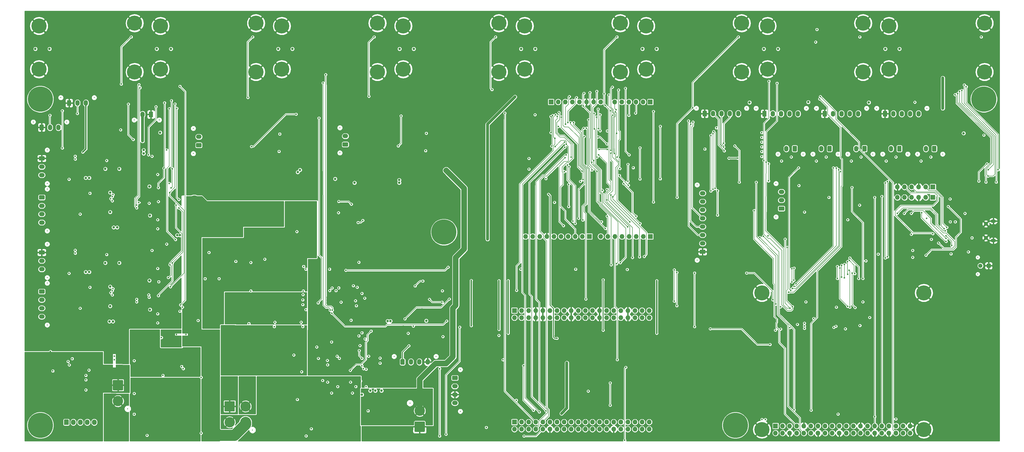
<source format=gbr>
%TF.GenerationSoftware,KiCad,Pcbnew,(5.1.9-16-g1737927814)-1*%
%TF.CreationDate,2021-03-30T22:33:32-04:00*%
%TF.ProjectId,Ventilator,56656e74-696c-4617-946f-722e6b696361,A*%
%TF.SameCoordinates,PX1312d00PY1312d00*%
%TF.FileFunction,Copper,L4,Bot*%
%TF.FilePolarity,Positive*%
%FSLAX46Y46*%
G04 Gerber Fmt 4.6, Leading zero omitted, Abs format (unit mm)*
G04 Created by KiCad (PCBNEW (5.1.9-16-g1737927814)-1) date 2021-03-30 22:33:32*
%MOMM*%
%LPD*%
G01*
G04 APERTURE LIST*
%TA.AperFunction,ComponentPad*%
%ADD10O,1.900000X1.200000*%
%TD*%
%TA.AperFunction,ComponentPad*%
%ADD11C,1.450000*%
%TD*%
%TA.AperFunction,ComponentPad*%
%ADD12C,0.500000*%
%TD*%
%TA.AperFunction,SMDPad,CuDef*%
%ADD13R,2.450000X2.450000*%
%TD*%
%TA.AperFunction,SMDPad,CuDef*%
%ADD14R,2.600000X2.600000*%
%TD*%
%TA.AperFunction,ComponentPad*%
%ADD15C,0.600000*%
%TD*%
%TA.AperFunction,SMDPad,CuDef*%
%ADD16R,6.300000X9.500000*%
%TD*%
%TA.AperFunction,ComponentPad*%
%ADD17O,2.020000X1.500000*%
%TD*%
%TA.AperFunction,ComponentPad*%
%ADD18O,1.500000X2.020000*%
%TD*%
%TA.AperFunction,ComponentPad*%
%ADD19C,1.500000*%
%TD*%
%TA.AperFunction,ComponentPad*%
%ADD20C,3.700000*%
%TD*%
%TA.AperFunction,ComponentPad*%
%ADD21C,0.800000*%
%TD*%
%TA.AperFunction,ComponentPad*%
%ADD22C,5.400000*%
%TD*%
%TA.AperFunction,ComponentPad*%
%ADD23R,1.700000X1.700000*%
%TD*%
%TA.AperFunction,ComponentPad*%
%ADD24O,1.700000X1.700000*%
%TD*%
%TA.AperFunction,ComponentPad*%
%ADD25C,9.000000*%
%TD*%
%TA.AperFunction,ComponentPad*%
%ADD26O,1.700000X1.950000*%
%TD*%
%TA.AperFunction,ViaPad*%
%ADD27C,0.600000*%
%TD*%
%TA.AperFunction,ViaPad*%
%ADD28C,0.900000*%
%TD*%
%TA.AperFunction,Conductor*%
%ADD29C,0.350000*%
%TD*%
%TA.AperFunction,Conductor*%
%ADD30C,1.000000*%
%TD*%
%TA.AperFunction,Conductor*%
%ADD31C,0.500000*%
%TD*%
%TA.AperFunction,Conductor*%
%ADD32C,0.180000*%
%TD*%
%TA.AperFunction,Conductor*%
%ADD33C,0.200000*%
%TD*%
%TA.AperFunction,Conductor*%
%ADD34C,4.000000*%
%TD*%
%TA.AperFunction,Conductor*%
%ADD35C,2.000000*%
%TD*%
%TA.AperFunction,Conductor*%
%ADD36C,0.254000*%
%TD*%
%TA.AperFunction,Conductor*%
%ADD37C,0.100000*%
%TD*%
%ADD38C,0.300000*%
%ADD39C,0.350000*%
%ADD40O,1.300000X0.600000*%
%ADD41C,0.200000*%
G04 APERTURE END LIST*
D10*
%TO.P,J50,6*%
%TO.N,GND*%
X347437500Y-75750000D03*
X347437500Y-82750000D03*
D11*
X344737500Y-76750000D03*
X344737500Y-81750000D03*
%TD*%
D12*
%TO.P,U25,25*%
%TO.N,GND*%
X118075000Y-125975000D03*
X117100000Y-125975000D03*
X116125000Y-125975000D03*
X118075000Y-125000000D03*
X117100000Y-125000000D03*
X116125000Y-125000000D03*
X118075000Y-124025000D03*
X117100000Y-124025000D03*
X116125000Y-124025000D03*
D13*
X117100000Y-125000000D03*
%TD*%
D12*
%TO.P,U23,29*%
%TO.N,GND*%
X108750000Y-103050000D03*
X109800000Y-103050000D03*
X110850000Y-103050000D03*
X108750000Y-104100000D03*
X109800000Y-104100000D03*
X110850000Y-104100000D03*
X108750000Y-105150000D03*
X109800000Y-105150000D03*
X110850000Y-105150000D03*
D14*
X109800000Y-104100000D03*
%TD*%
D15*
%TO.P,U17,EPAD*%
%TO.N,GND*%
X37750000Y-105500000D03*
X36250000Y-105500000D03*
X34750000Y-105500000D03*
X38500000Y-104000000D03*
X37000000Y-104000000D03*
X34000000Y-104000000D03*
X35500000Y-104000000D03*
X37750000Y-99500000D03*
X36250000Y-99500000D03*
X34750000Y-99500000D03*
X38500000Y-101000000D03*
X37000000Y-101000000D03*
X35500000Y-101000000D03*
X34000000Y-101000000D03*
X37750000Y-102500000D03*
X34750000Y-102500000D03*
D16*
X36250000Y-102500000D03*
D15*
X36250000Y-102500000D03*
%TD*%
%TO.P,U27,EPAD*%
%TO.N,GND*%
X37750000Y-71750000D03*
X36250000Y-71750000D03*
X34750000Y-71750000D03*
X38500000Y-70250000D03*
X37000000Y-70250000D03*
X34000000Y-70250000D03*
X35500000Y-70250000D03*
X37750000Y-65750000D03*
X36250000Y-65750000D03*
X34750000Y-65750000D03*
X38500000Y-67250000D03*
X37000000Y-67250000D03*
X35500000Y-67250000D03*
X34000000Y-67250000D03*
X37750000Y-68750000D03*
X34750000Y-68750000D03*
D16*
X36250000Y-68750000D03*
D15*
X36250000Y-68750000D03*
%TD*%
D17*
%TO.P,J11,8*%
%TO.N,/UI-LED-Y*%
X243250000Y-65750000D03*
%TO.P,J11,7*%
%TO.N,/UI-LED-R*%
X243250000Y-68750000D03*
%TO.P,J11,6*%
%TO.N,/UI-LED-G*%
X243250000Y-71750000D03*
%TO.P,J11,5*%
%TO.N,/CC-LED-Y*%
X243250000Y-74750000D03*
%TO.P,J11,4*%
%TO.N,/CC-LED-R*%
X243250000Y-77750000D03*
%TO.P,J11,3*%
%TO.N,/CC-LED-G*%
X243250000Y-80750000D03*
%TO.P,J11,2*%
%TO.N,+5V*%
X243250000Y-83750000D03*
%TO.P,J11,1*%
%TO.N,GND*%
%TA.AperFunction,ComponentPad*%
G36*
G01*
X244010000Y-87500000D02*
X242490000Y-87500000D01*
G75*
G02*
X242240000Y-87250000I0J250000D01*
G01*
X242240000Y-86250000D01*
G75*
G02*
X242490000Y-86000000I250000J0D01*
G01*
X244010000Y-86000000D01*
G75*
G02*
X244260000Y-86250000I0J-250000D01*
G01*
X244260000Y-87250000D01*
G75*
G02*
X244010000Y-87500000I-250000J0D01*
G01*
G37*
%TD.AperFunction*%
%TD*%
%TO.P,J40,1*%
%TO.N,GND*%
%TA.AperFunction,ComponentPad*%
G36*
G01*
X307850000Y-38010000D02*
X307850000Y-36490000D01*
G75*
G02*
X308100000Y-36240000I250000J0D01*
G01*
X309100000Y-36240000D01*
G75*
G02*
X309350000Y-36490000I0J-250000D01*
G01*
X309350000Y-38010000D01*
G75*
G02*
X309100000Y-38260000I-250000J0D01*
G01*
X308100000Y-38260000D01*
G75*
G02*
X307850000Y-38010000I0J250000D01*
G01*
G37*
%TD.AperFunction*%
D18*
%TO.P,J40,2*%
%TO.N,Net-(J40-Pad2)*%
X311600000Y-37250000D03*
%TO.P,J40,3*%
%TO.N,Net-(J40-Pad3)*%
X314600000Y-37250000D03*
%TO.P,J40,4*%
%TO.N,Net-(J40-Pad4)*%
X317600000Y-37250000D03*
%TO.P,J40,5*%
%TO.N,Net-(J40-Pad5)*%
X320600000Y-37250000D03*
%TD*%
%TO.P,J41,1*%
%TO.N,GND*%
%TA.AperFunction,ComponentPad*%
G36*
G01*
X286250000Y-38010000D02*
X286250000Y-36490000D01*
G75*
G02*
X286500000Y-36240000I250000J0D01*
G01*
X287500000Y-36240000D01*
G75*
G02*
X287750000Y-36490000I0J-250000D01*
G01*
X287750000Y-38010000D01*
G75*
G02*
X287500000Y-38260000I-250000J0D01*
G01*
X286500000Y-38260000D01*
G75*
G02*
X286250000Y-38010000I0J250000D01*
G01*
G37*
%TD.AperFunction*%
%TO.P,J41,2*%
%TO.N,Net-(J41-Pad2)*%
X290000000Y-37250000D03*
%TO.P,J41,3*%
%TO.N,Net-(J41-Pad3)*%
X293000000Y-37250000D03*
%TO.P,J41,4*%
%TO.N,Net-(J41-Pad4)*%
X296000000Y-37250000D03*
%TO.P,J41,5*%
%TO.N,Net-(J41-Pad5)*%
X299000000Y-37250000D03*
%TD*%
%TO.P,J42,1*%
%TO.N,GND*%
%TA.AperFunction,ComponentPad*%
G36*
G01*
X264650000Y-38010000D02*
X264650000Y-36490000D01*
G75*
G02*
X264900000Y-36240000I250000J0D01*
G01*
X265900000Y-36240000D01*
G75*
G02*
X266150000Y-36490000I0J-250000D01*
G01*
X266150000Y-38010000D01*
G75*
G02*
X265900000Y-38260000I-250000J0D01*
G01*
X264900000Y-38260000D01*
G75*
G02*
X264650000Y-38010000I0J250000D01*
G01*
G37*
%TD.AperFunction*%
%TO.P,J42,2*%
%TO.N,Net-(J42-Pad2)*%
X268400000Y-37250000D03*
%TO.P,J42,3*%
%TO.N,Net-(J42-Pad3)*%
X271400000Y-37250000D03*
%TO.P,J42,4*%
%TO.N,Net-(J42-Pad4)*%
X274400000Y-37250000D03*
%TO.P,J42,5*%
%TO.N,Net-(J42-Pad5)*%
X277400000Y-37250000D03*
%TD*%
%TO.P,J43,1*%
%TO.N,GND*%
%TA.AperFunction,ComponentPad*%
G36*
G01*
X243250000Y-37960000D02*
X243250000Y-36440000D01*
G75*
G02*
X243500000Y-36190000I250000J0D01*
G01*
X244500000Y-36190000D01*
G75*
G02*
X244750000Y-36440000I0J-250000D01*
G01*
X244750000Y-37960000D01*
G75*
G02*
X244500000Y-38210000I-250000J0D01*
G01*
X243500000Y-38210000D01*
G75*
G02*
X243250000Y-37960000I0J250000D01*
G01*
G37*
%TD.AperFunction*%
%TO.P,J43,2*%
%TO.N,Net-(J43-Pad2)*%
X247000000Y-37200000D03*
%TO.P,J43,3*%
%TO.N,Net-(J43-Pad3)*%
X250000000Y-37200000D03*
%TO.P,J43,4*%
%TO.N,Net-(J43-Pad4)*%
X253000000Y-37200000D03*
%TO.P,J43,5*%
%TO.N,Net-(J43-Pad5)*%
X256000000Y-37200000D03*
%TD*%
%TO.P,J10,1*%
%TO.N,/Alarms and Power Monitoring/Alarm-Bat*%
%TA.AperFunction,ComponentPad*%
G36*
G01*
X153740000Y-131250000D02*
X155260000Y-131250000D01*
G75*
G02*
X155510000Y-131500000I0J-250000D01*
G01*
X155510000Y-132500000D01*
G75*
G02*
X155260000Y-132750000I-250000J0D01*
G01*
X153740000Y-132750000D01*
G75*
G02*
X153490000Y-132500000I0J250000D01*
G01*
X153490000Y-131500000D01*
G75*
G02*
X153740000Y-131250000I250000J0D01*
G01*
G37*
%TD.AperFunction*%
D17*
%TO.P,J10,2*%
%TO.N,Net-(J10-Pad2)*%
X154500000Y-135000000D03*
%TO.P,J10,3*%
%TO.N,GND*%
X154500000Y-138000000D03*
%TO.P,J10,4*%
%TO.N,Net-(J10-Pad4)*%
X154500000Y-141000000D03*
%TD*%
%TO.P,J38,1*%
%TO.N,/Stepper Motor Driver (...)/Out-A1*%
%TA.AperFunction,ComponentPad*%
G36*
G01*
X5740000Y-100250000D02*
X7260000Y-100250000D01*
G75*
G02*
X7510000Y-100500000I0J-250000D01*
G01*
X7510000Y-101500000D01*
G75*
G02*
X7260000Y-101750000I-250000J0D01*
G01*
X5740000Y-101750000D01*
G75*
G02*
X5490000Y-101500000I0J250000D01*
G01*
X5490000Y-100500000D01*
G75*
G02*
X5740000Y-100250000I250000J0D01*
G01*
G37*
%TD.AperFunction*%
%TO.P,J38,2*%
%TO.N,/Stepper Motor Driver (...)/Out-A2*%
X6500000Y-104000000D03*
%TO.P,J38,3*%
%TO.N,/Stepper Motor Driver (...)/Out-B1*%
X6500000Y-107000000D03*
%TO.P,J38,4*%
%TO.N,/Stepper Motor Driver (...)/Out-B2*%
X6500000Y-110000000D03*
%TD*%
%TO.P,J39,1*%
%TO.N,Net-(J39-Pad1)*%
%TA.AperFunction,ComponentPad*%
G36*
G01*
X135000000Y-127010000D02*
X135000000Y-125490000D01*
G75*
G02*
X135250000Y-125240000I250000J0D01*
G01*
X136250000Y-125240000D01*
G75*
G02*
X136500000Y-125490000I0J-250000D01*
G01*
X136500000Y-127010000D01*
G75*
G02*
X136250000Y-127260000I-250000J0D01*
G01*
X135250000Y-127260000D01*
G75*
G02*
X135000000Y-127010000I0J250000D01*
G01*
G37*
%TD.AperFunction*%
D18*
%TO.P,J39,2*%
%TO.N,Net-(C88-Pad2)*%
X138750000Y-126250000D03*
%TO.P,J39,3*%
%TO.N,Net-(J39-Pad3)*%
X141750000Y-126250000D03*
%TO.P,J39,4*%
%TO.N,GND*%
X144750000Y-126250000D03*
%TD*%
%TO.P,J49,1*%
%TO.N,/Stepper Motor Driver (..)/Out-A1*%
%TA.AperFunction,ComponentPad*%
G36*
G01*
X5740000Y-66500000D02*
X7260000Y-66500000D01*
G75*
G02*
X7510000Y-66750000I0J-250000D01*
G01*
X7510000Y-67750000D01*
G75*
G02*
X7260000Y-68000000I-250000J0D01*
G01*
X5740000Y-68000000D01*
G75*
G02*
X5490000Y-67750000I0J250000D01*
G01*
X5490000Y-66750000D01*
G75*
G02*
X5740000Y-66500000I250000J0D01*
G01*
G37*
%TD.AperFunction*%
D17*
%TO.P,J49,2*%
%TO.N,/Stepper Motor Driver (..)/Out-A2*%
X6500000Y-70250000D03*
%TO.P,J49,3*%
%TO.N,/Stepper Motor Driver (..)/Out-B1*%
X6500000Y-73250000D03*
%TO.P,J49,4*%
%TO.N,/Stepper Motor Driver (..)/Out-B2*%
X6500000Y-76250000D03*
%TD*%
%TO.P,J1,1*%
%TO.N,GND*%
%TA.AperFunction,ComponentPad*%
G36*
G01*
X5700001Y-42905001D02*
X5700001Y-41385001D01*
G75*
G02*
X5950001Y-41135001I250000J0D01*
G01*
X6950001Y-41135001D01*
G75*
G02*
X7200001Y-41385001I0J-250000D01*
G01*
X7200001Y-42905001D01*
G75*
G02*
X6950001Y-43155001I-250000J0D01*
G01*
X5950001Y-43155001D01*
G75*
G02*
X5700001Y-42905001I0J250000D01*
G01*
G37*
%TD.AperFunction*%
D18*
%TO.P,J1,2*%
%TO.N,Net-(J1-Pad2)*%
X9450001Y-42145001D03*
%TO.P,J1,3*%
%TO.N,+5V*%
X12450001Y-42145001D03*
%TD*%
%TO.P,J2,1*%
%TO.N,GND*%
%TA.AperFunction,ComponentPad*%
G36*
G01*
X15550000Y-34160000D02*
X15550000Y-32640000D01*
G75*
G02*
X15800000Y-32390000I250000J0D01*
G01*
X16800000Y-32390000D01*
G75*
G02*
X17050000Y-32640000I0J-250000D01*
G01*
X17050000Y-34160000D01*
G75*
G02*
X16800000Y-34410000I-250000J0D01*
G01*
X15800000Y-34410000D01*
G75*
G02*
X15550000Y-34160000I0J250000D01*
G01*
G37*
%TD.AperFunction*%
%TO.P,J2,2*%
%TO.N,Net-(J2-Pad2)*%
X19300000Y-33400000D03*
%TO.P,J2,3*%
%TO.N,+5V*%
X22300000Y-33400000D03*
%TD*%
%TO.P,J30,1*%
%TO.N,Net-(J30-Pad1)*%
%TA.AperFunction,ComponentPad*%
G36*
G01*
X272260000Y-72000000D02*
X270740000Y-72000000D01*
G75*
G02*
X270490000Y-71750000I0J250000D01*
G01*
X270490000Y-70750000D01*
G75*
G02*
X270740000Y-70500000I250000J0D01*
G01*
X272260000Y-70500000D01*
G75*
G02*
X272510000Y-70750000I0J-250000D01*
G01*
X272510000Y-71750000D01*
G75*
G02*
X272260000Y-72000000I-250000J0D01*
G01*
G37*
%TD.AperFunction*%
D17*
%TO.P,J30,2*%
%TO.N,Net-(J30-Pad2)*%
X271500000Y-68250000D03*
%TO.P,J30,3*%
%TO.N,Net-(J30-Pad3)*%
X271500000Y-65250000D03*
%TD*%
%TO.P,J37,1*%
%TO.N,GND*%
%TA.AperFunction,ComponentPad*%
G36*
G01*
X5740000Y-86250000D02*
X7260000Y-86250000D01*
G75*
G02*
X7510000Y-86500000I0J-250000D01*
G01*
X7510000Y-87500000D01*
G75*
G02*
X7260000Y-87750000I-250000J0D01*
G01*
X5740000Y-87750000D01*
G75*
G02*
X5490000Y-87500000I0J250000D01*
G01*
X5490000Y-86500000D01*
G75*
G02*
X5740000Y-86250000I250000J0D01*
G01*
G37*
%TD.AperFunction*%
%TO.P,J37,2*%
%TO.N,Net-(C68-Pad2)*%
X6500000Y-90000000D03*
%TO.P,J37,3*%
%TO.N,Net-(J37-Pad3)*%
X6500000Y-93000000D03*
%TD*%
%TO.P,J48,1*%
%TO.N,GND*%
%TA.AperFunction,ComponentPad*%
G36*
G01*
X5740000Y-52500000D02*
X7260000Y-52500000D01*
G75*
G02*
X7510000Y-52750000I0J-250000D01*
G01*
X7510000Y-53750000D01*
G75*
G02*
X7260000Y-54000000I-250000J0D01*
G01*
X5740000Y-54000000D01*
G75*
G02*
X5490000Y-53750000I0J250000D01*
G01*
X5490000Y-52750000D01*
G75*
G02*
X5740000Y-52500000I250000J0D01*
G01*
G37*
%TD.AperFunction*%
%TO.P,J48,2*%
%TO.N,Net-(C158-Pad2)*%
X6500000Y-56250000D03*
%TO.P,J48,3*%
%TO.N,Net-(J48-Pad3)*%
X6500000Y-59250000D03*
%TD*%
D18*
%TO.P,J53,2*%
%TO.N,Net-(F5-Pad1)*%
X42600000Y-37500000D03*
%TO.P,J53,1*%
%TO.N,GND*%
%TA.AperFunction,ComponentPad*%
G36*
G01*
X46350000Y-36740000D02*
X46350000Y-38260000D01*
G75*
G02*
X46100000Y-38510000I-250000J0D01*
G01*
X45100000Y-38510000D01*
G75*
G02*
X44850000Y-38260000I0J250000D01*
G01*
X44850000Y-36740000D01*
G75*
G02*
X45100000Y-36490000I250000J0D01*
G01*
X46100000Y-36490000D01*
G75*
G02*
X46350000Y-36740000I0J-250000D01*
G01*
G37*
%TD.AperFunction*%
%TD*%
%TO.P,J47,1*%
%TO.N,Net-(D30-Pad1)*%
%TA.AperFunction,ComponentPad*%
G36*
G01*
X116010000Y-49000000D02*
X114490000Y-49000000D01*
G75*
G02*
X114240000Y-48750000I0J250000D01*
G01*
X114240000Y-47750000D01*
G75*
G02*
X114490000Y-47500000I250000J0D01*
G01*
X116010000Y-47500000D01*
G75*
G02*
X116260000Y-47750000I0J-250000D01*
G01*
X116260000Y-48750000D01*
G75*
G02*
X116010000Y-49000000I-250000J0D01*
G01*
G37*
%TD.AperFunction*%
D17*
%TO.P,J47,2*%
%TO.N,Net-(D31-Pad2)*%
X115250000Y-45250000D03*
%TD*%
%TO.P,J36,1*%
%TO.N,Net-(D15-Pad1)*%
%TA.AperFunction,ComponentPad*%
G36*
G01*
X63510000Y-49250000D02*
X61990000Y-49250000D01*
G75*
G02*
X61740000Y-49000000I0J250000D01*
G01*
X61740000Y-48000000D01*
G75*
G02*
X61990000Y-47750000I250000J0D01*
G01*
X63510000Y-47750000D01*
G75*
G02*
X63760000Y-48000000I0J-250000D01*
G01*
X63760000Y-49000000D01*
G75*
G02*
X63510000Y-49250000I-250000J0D01*
G01*
G37*
%TD.AperFunction*%
%TO.P,J36,2*%
%TO.N,Net-(D16-Pad2)*%
X62750000Y-45500000D03*
%TD*%
%TO.P,J31,1*%
%TO.N,Net-(J31-Pad1)*%
%TA.AperFunction,ComponentPad*%
G36*
G01*
X327000000Y-48990000D02*
X327000000Y-50510000D01*
G75*
G02*
X326750000Y-50760000I-250000J0D01*
G01*
X325750000Y-50760000D01*
G75*
G02*
X325500000Y-50510000I0J250000D01*
G01*
X325500000Y-48990000D01*
G75*
G02*
X325750000Y-48740000I250000J0D01*
G01*
X326750000Y-48740000D01*
G75*
G02*
X327000000Y-48990000I0J-250000D01*
G01*
G37*
%TD.AperFunction*%
D18*
%TO.P,J31,2*%
%TO.N,Net-(J31-Pad2)*%
X323250000Y-49750000D03*
%TD*%
%TO.P,J32,1*%
%TO.N,Net-(J32-Pad1)*%
%TA.AperFunction,ComponentPad*%
G36*
G01*
X277000000Y-48990000D02*
X277000000Y-50510000D01*
G75*
G02*
X276750000Y-50760000I-250000J0D01*
G01*
X275750000Y-50760000D01*
G75*
G02*
X275500000Y-50510000I0J250000D01*
G01*
X275500000Y-48990000D01*
G75*
G02*
X275750000Y-48740000I250000J0D01*
G01*
X276750000Y-48740000D01*
G75*
G02*
X277000000Y-48990000I0J-250000D01*
G01*
G37*
%TD.AperFunction*%
%TO.P,J32,2*%
%TO.N,Net-(J32-Pad2)*%
X273250000Y-49750000D03*
%TD*%
%TO.P,J33,1*%
%TO.N,Net-(J33-Pad1)*%
%TA.AperFunction,ComponentPad*%
G36*
G01*
X314500000Y-48990000D02*
X314500000Y-50510000D01*
G75*
G02*
X314250000Y-50760000I-250000J0D01*
G01*
X313250000Y-50760000D01*
G75*
G02*
X313000000Y-50510000I0J250000D01*
G01*
X313000000Y-48990000D01*
G75*
G02*
X313250000Y-48740000I250000J0D01*
G01*
X314250000Y-48740000D01*
G75*
G02*
X314500000Y-48990000I0J-250000D01*
G01*
G37*
%TD.AperFunction*%
%TO.P,J33,2*%
%TO.N,Net-(J33-Pad2)*%
X310750000Y-49750000D03*
%TD*%
%TO.P,J34,1*%
%TO.N,Net-(J34-Pad1)*%
%TA.AperFunction,ComponentPad*%
G36*
G01*
X302000000Y-48990000D02*
X302000000Y-50510000D01*
G75*
G02*
X301750000Y-50760000I-250000J0D01*
G01*
X300750000Y-50760000D01*
G75*
G02*
X300500000Y-50510000I0J250000D01*
G01*
X300500000Y-48990000D01*
G75*
G02*
X300750000Y-48740000I250000J0D01*
G01*
X301750000Y-48740000D01*
G75*
G02*
X302000000Y-48990000I0J-250000D01*
G01*
G37*
%TD.AperFunction*%
%TO.P,J34,2*%
%TO.N,Net-(J34-Pad2)*%
X298250000Y-49750000D03*
%TD*%
%TO.P,J35,1*%
%TO.N,Net-(J35-Pad1)*%
%TA.AperFunction,ComponentPad*%
G36*
G01*
X289500000Y-48990000D02*
X289500000Y-50510000D01*
G75*
G02*
X289250000Y-50760000I-250000J0D01*
G01*
X288250000Y-50760000D01*
G75*
G02*
X288000000Y-50510000I0J250000D01*
G01*
X288000000Y-48990000D01*
G75*
G02*
X288250000Y-48740000I250000J0D01*
G01*
X289250000Y-48740000D01*
G75*
G02*
X289500000Y-48990000I0J-250000D01*
G01*
G37*
%TD.AperFunction*%
%TO.P,J35,2*%
%TO.N,Net-(J35-Pad2)*%
X285750000Y-49750000D03*
%TD*%
D19*
%TO.P,J9,2*%
%TO.N,+5V_GUI*%
X342760000Y-91760000D03*
%TO.P,J9,1*%
%TO.N,GND*%
%TA.AperFunction,ComponentPad*%
G36*
G01*
X345260000Y-91010000D02*
X346260000Y-91010000D01*
G75*
G02*
X346510000Y-91260000I0J-250000D01*
G01*
X346510000Y-92260000D01*
G75*
G02*
X346260000Y-92510000I-250000J0D01*
G01*
X345260000Y-92510000D01*
G75*
G02*
X345010000Y-92260000I0J250000D01*
G01*
X345010000Y-91260000D01*
G75*
G02*
X345260000Y-91010000I250000J0D01*
G01*
G37*
%TD.AperFunction*%
%TD*%
D20*
%TO.P,J44,4*%
%TO.N,/Power Entry / Battery Handling/Power-Sw-P*%
X79500000Y-147900000D03*
%TO.P,J44,3*%
%TO.N,+VLink*%
X73800000Y-147900000D03*
%TO.P,J44,2*%
%TO.N,Net-(F2-Pad2)*%
X79500000Y-142200000D03*
%TO.P,J44,1*%
%TO.N,GND*%
%TA.AperFunction,ComponentPad*%
G36*
G01*
X71950000Y-143800000D02*
X71950000Y-140600000D01*
G75*
G02*
X72200000Y-140350000I250000J0D01*
G01*
X75400000Y-140350000D01*
G75*
G02*
X75650000Y-140600000I0J-250000D01*
G01*
X75650000Y-143800000D01*
G75*
G02*
X75400000Y-144050000I-250000J0D01*
G01*
X72200000Y-144050000D01*
G75*
G02*
X71950000Y-143800000I0J250000D01*
G01*
G37*
%TD.AperFunction*%
%TD*%
%TO.P,J54,2*%
%TO.N,+12V*%
X141900000Y-143800000D03*
%TO.P,J54,1*%
%TO.N,GND*%
%TA.AperFunction,ComponentPad*%
G36*
G01*
X143750000Y-147900000D02*
X143750000Y-151100000D01*
G75*
G02*
X143500000Y-151350000I-250000J0D01*
G01*
X140300000Y-151350000D01*
G75*
G02*
X140050000Y-151100000I0J250000D01*
G01*
X140050000Y-147900000D01*
G75*
G02*
X140300000Y-147650000I250000J0D01*
G01*
X143500000Y-147650000D01*
G75*
G02*
X143750000Y-147900000I0J-250000D01*
G01*
G37*
%TD.AperFunction*%
%TD*%
%TO.P,J45,2*%
%TO.N,Net-(F3-Pad1)*%
X33800000Y-140300000D03*
%TO.P,J45,1*%
%TO.N,/Power Entry / Battery Handling/Bat-N*%
%TA.AperFunction,ComponentPad*%
G36*
G01*
X31950000Y-136200000D02*
X31950000Y-133000000D01*
G75*
G02*
X32200000Y-132750000I250000J0D01*
G01*
X35400000Y-132750000D01*
G75*
G02*
X35650000Y-133000000I0J-250000D01*
G01*
X35650000Y-136200000D01*
G75*
G02*
X35400000Y-136450000I-250000J0D01*
G01*
X32200000Y-136450000D01*
G75*
G02*
X31950000Y-136200000I0J250000D01*
G01*
G37*
%TD.AperFunction*%
%TD*%
D21*
%TO.P,H4,1*%
%TO.N,GND*%
X124725000Y-22250000D03*
D22*
X126750000Y-22250000D03*
D21*
X125318109Y-20818109D03*
X125318109Y-23681891D03*
X126750000Y-20225000D03*
X128181891Y-23681891D03*
X126750000Y-24275000D03*
X128181891Y-20818109D03*
X128775000Y-22250000D03*
X125318109Y-6181891D03*
X125318109Y-3318109D03*
X126750000Y-6775000D03*
X126750000Y-2725000D03*
X124725000Y-4750000D03*
D22*
X126750000Y-4750000D03*
D21*
X128775000Y-4750000D03*
X128181891Y-6181891D03*
X128181891Y-3318109D03*
X90475000Y-21250000D03*
X91068109Y-22681891D03*
X92500000Y-19225000D03*
X91068109Y-19818109D03*
X92500000Y-23275000D03*
X93931891Y-19818109D03*
X93931891Y-22681891D03*
D22*
X92500000Y-21250000D03*
D21*
X94525000Y-21250000D03*
X94525000Y-5750000D03*
X92500000Y-3725000D03*
D22*
X92500000Y-5750000D03*
D21*
X93931891Y-4318109D03*
X91068109Y-4318109D03*
X92500000Y-7775000D03*
X90475000Y-5750000D03*
X93931891Y-7181891D03*
X91068109Y-7181891D03*
%TD*%
%TO.P,H2,1*%
%TO.N,GND*%
X37725000Y-22250000D03*
D22*
X39750000Y-22250000D03*
D21*
X38318109Y-20818109D03*
X38318109Y-23681891D03*
X39750000Y-20225000D03*
X41181891Y-23681891D03*
X39750000Y-24275000D03*
X41181891Y-20818109D03*
X41775000Y-22250000D03*
X38318109Y-6181891D03*
X38318109Y-3318109D03*
X39750000Y-6775000D03*
X39750000Y-2725000D03*
X37725000Y-4750000D03*
D22*
X39750000Y-4750000D03*
D21*
X41775000Y-4750000D03*
X41181891Y-6181891D03*
X41181891Y-3318109D03*
X3475000Y-21250000D03*
X4068109Y-22681891D03*
X5500000Y-19225000D03*
X4068109Y-19818109D03*
X5500000Y-23275000D03*
X6931891Y-19818109D03*
X6931891Y-22681891D03*
D22*
X5500000Y-21250000D03*
D21*
X7525000Y-21250000D03*
X7525000Y-5750000D03*
X5500000Y-3725000D03*
D22*
X5500000Y-5750000D03*
D21*
X6931891Y-4318109D03*
X4068109Y-4318109D03*
X5500000Y-7775000D03*
X3475000Y-5750000D03*
X6931891Y-7181891D03*
X4068109Y-7181891D03*
%TD*%
%TO.P,H3,1*%
%TO.N,GND*%
X81225000Y-22250000D03*
D22*
X83250000Y-22250000D03*
D21*
X81818109Y-20818109D03*
X81818109Y-23681891D03*
X83250000Y-20225000D03*
X84681891Y-23681891D03*
X83250000Y-24275000D03*
X84681891Y-20818109D03*
X85275000Y-22250000D03*
X81818109Y-6181891D03*
X81818109Y-3318109D03*
X83250000Y-6775000D03*
X83250000Y-2725000D03*
X81225000Y-4750000D03*
D22*
X83250000Y-4750000D03*
D21*
X85275000Y-4750000D03*
X84681891Y-6181891D03*
X84681891Y-3318109D03*
X46975000Y-21250000D03*
X47568109Y-22681891D03*
X49000000Y-19225000D03*
X47568109Y-19818109D03*
X49000000Y-23275000D03*
X50431891Y-19818109D03*
X50431891Y-22681891D03*
D22*
X49000000Y-21250000D03*
D21*
X51025000Y-21250000D03*
X51025000Y-5750000D03*
X49000000Y-3725000D03*
D22*
X49000000Y-5750000D03*
D21*
X50431891Y-4318109D03*
X47568109Y-4318109D03*
X49000000Y-7775000D03*
X46975000Y-5750000D03*
X50431891Y-7181891D03*
X47568109Y-7181891D03*
%TD*%
%TO.P,H5,1*%
%TO.N,GND*%
X168225000Y-22250000D03*
D22*
X170250000Y-22250000D03*
D21*
X168818109Y-20818109D03*
X168818109Y-23681891D03*
X170250000Y-20225000D03*
X171681891Y-23681891D03*
X170250000Y-24275000D03*
X171681891Y-20818109D03*
X172275000Y-22250000D03*
X168818109Y-6181891D03*
X168818109Y-3318109D03*
X170250000Y-6775000D03*
X170250000Y-2725000D03*
X168225000Y-4750000D03*
D22*
X170250000Y-4750000D03*
D21*
X172275000Y-4750000D03*
X171681891Y-6181891D03*
X171681891Y-3318109D03*
X133975000Y-21250000D03*
X134568109Y-22681891D03*
X136000000Y-19225000D03*
X134568109Y-19818109D03*
X136000000Y-23275000D03*
X137431891Y-19818109D03*
X137431891Y-22681891D03*
D22*
X136000000Y-21250000D03*
D21*
X138025000Y-21250000D03*
X138025000Y-5750000D03*
X136000000Y-3725000D03*
D22*
X136000000Y-5750000D03*
D21*
X137431891Y-4318109D03*
X134568109Y-4318109D03*
X136000000Y-7775000D03*
X133975000Y-5750000D03*
X137431891Y-7181891D03*
X134568109Y-7181891D03*
%TD*%
%TO.P,H6,1*%
%TO.N,GND*%
X211725000Y-22250000D03*
D22*
X213750000Y-22250000D03*
D21*
X212318109Y-20818109D03*
X212318109Y-23681891D03*
X213750000Y-20225000D03*
X215181891Y-23681891D03*
X213750000Y-24275000D03*
X215181891Y-20818109D03*
X215775000Y-22250000D03*
X212318109Y-6181891D03*
X212318109Y-3318109D03*
X213750000Y-6775000D03*
X213750000Y-2725000D03*
X211725000Y-4750000D03*
D22*
X213750000Y-4750000D03*
D21*
X215775000Y-4750000D03*
X215181891Y-6181891D03*
X215181891Y-3318109D03*
X177475000Y-21250000D03*
X178068109Y-22681891D03*
X179500000Y-19225000D03*
X178068109Y-19818109D03*
X179500000Y-23275000D03*
X180931891Y-19818109D03*
X180931891Y-22681891D03*
D22*
X179500000Y-21250000D03*
D21*
X181525000Y-21250000D03*
X181525000Y-5750000D03*
X179500000Y-3725000D03*
D22*
X179500000Y-5750000D03*
D21*
X180931891Y-4318109D03*
X178068109Y-4318109D03*
X179500000Y-7775000D03*
X177475000Y-5750000D03*
X180931891Y-7181891D03*
X178068109Y-7181891D03*
%TD*%
%TO.P,H7,1*%
%TO.N,GND*%
X255225000Y-22250000D03*
D22*
X257250000Y-22250000D03*
D21*
X255818109Y-20818109D03*
X255818109Y-23681891D03*
X257250000Y-20225000D03*
X258681891Y-23681891D03*
X257250000Y-24275000D03*
X258681891Y-20818109D03*
X259275000Y-22250000D03*
X255818109Y-6181891D03*
X255818109Y-3318109D03*
X257250000Y-6775000D03*
X257250000Y-2725000D03*
X255225000Y-4750000D03*
D22*
X257250000Y-4750000D03*
D21*
X259275000Y-4750000D03*
X258681891Y-6181891D03*
X258681891Y-3318109D03*
X220975000Y-21250000D03*
X221568109Y-22681891D03*
X223000000Y-19225000D03*
X221568109Y-19818109D03*
X223000000Y-23275000D03*
X224431891Y-19818109D03*
X224431891Y-22681891D03*
D22*
X223000000Y-21250000D03*
D21*
X225025000Y-21250000D03*
X225025000Y-5750000D03*
X223000000Y-3725000D03*
D22*
X223000000Y-5750000D03*
D21*
X224431891Y-4318109D03*
X221568109Y-4318109D03*
X223000000Y-7775000D03*
X220975000Y-5750000D03*
X224431891Y-7181891D03*
X221568109Y-7181891D03*
%TD*%
%TO.P,H8,1*%
%TO.N,GND*%
X298725000Y-22250000D03*
D22*
X300750000Y-22250000D03*
D21*
X299318109Y-20818109D03*
X299318109Y-23681891D03*
X300750000Y-20225000D03*
X302181891Y-23681891D03*
X300750000Y-24275000D03*
X302181891Y-20818109D03*
X302775000Y-22250000D03*
X299318109Y-6181891D03*
X299318109Y-3318109D03*
X300750000Y-6775000D03*
X300750000Y-2725000D03*
X298725000Y-4750000D03*
D22*
X300750000Y-4750000D03*
D21*
X302775000Y-4750000D03*
X302181891Y-6181891D03*
X302181891Y-3318109D03*
X264475000Y-21250000D03*
X265068109Y-22681891D03*
X266500000Y-19225000D03*
X265068109Y-19818109D03*
X266500000Y-23275000D03*
X267931891Y-19818109D03*
X267931891Y-22681891D03*
D22*
X266500000Y-21250000D03*
D21*
X268525000Y-21250000D03*
X268525000Y-5750000D03*
X266500000Y-3725000D03*
D22*
X266500000Y-5750000D03*
D21*
X267931891Y-4318109D03*
X265068109Y-4318109D03*
X266500000Y-7775000D03*
X264475000Y-5750000D03*
X267931891Y-7181891D03*
X265068109Y-7181891D03*
%TD*%
%TO.P,H9,1*%
%TO.N,GND*%
X342225000Y-22250000D03*
D22*
X344250000Y-22250000D03*
D21*
X342818109Y-20818109D03*
X342818109Y-23681891D03*
X344250000Y-20225000D03*
X345681891Y-23681891D03*
X344250000Y-24275000D03*
X345681891Y-20818109D03*
X346275000Y-22250000D03*
X342818109Y-6181891D03*
X342818109Y-3318109D03*
X344250000Y-6775000D03*
X344250000Y-2725000D03*
X342225000Y-4750000D03*
D22*
X344250000Y-4750000D03*
D21*
X346275000Y-4750000D03*
X345681891Y-6181891D03*
X345681891Y-3318109D03*
X307975000Y-21250000D03*
X308568109Y-22681891D03*
X310000000Y-19225000D03*
X308568109Y-19818109D03*
X310000000Y-23275000D03*
X311431891Y-19818109D03*
X311431891Y-22681891D03*
D22*
X310000000Y-21250000D03*
D21*
X312025000Y-21250000D03*
X312025000Y-5750000D03*
X310000000Y-3725000D03*
D22*
X310000000Y-5750000D03*
D21*
X311431891Y-4318109D03*
X308568109Y-4318109D03*
X310000000Y-7775000D03*
X307975000Y-5750000D03*
X311431891Y-7181891D03*
X308568109Y-7181891D03*
%TD*%
D23*
%TO.P,J8,1*%
%TO.N,+3V3_Rpi*%
X269370000Y-149230000D03*
D24*
%TO.P,J8,2*%
%TO.N,+5V_GUI*%
X269370000Y-151770000D03*
%TO.P,J8,3*%
%TO.N,/UI Computer/GPIO2(SDA)*%
X271910000Y-149230000D03*
%TO.P,J8,4*%
%TO.N,+5V_GUI*%
X271910000Y-151770000D03*
%TO.P,J8,5*%
%TO.N,/UI Computer/GPIO3(SCL)*%
X274450000Y-149230000D03*
%TO.P,J8,6*%
%TO.N,GND*%
X274450000Y-151770000D03*
%TO.P,J8,7*%
%TO.N,/UI-LED-G*%
X276990000Y-149230000D03*
%TO.P,J8,8*%
%TO.N,/UI Computer/GPIO14(TXD)*%
X276990000Y-151770000D03*
%TO.P,J8,9*%
%TO.N,GND*%
X279530000Y-149230000D03*
%TO.P,J8,10*%
%TO.N,/UART-Rx-RPi-Tx-STM*%
X279530000Y-151770000D03*
%TO.P,J8,11*%
%TO.N,/UI Computer/GPIO17*%
X282070000Y-149230000D03*
%TO.P,J8,12*%
%TO.N,/UI Computer/GPIO18(PCM_CLK)*%
X282070000Y-151770000D03*
%TO.P,J8,13*%
%TO.N,/UI Computer/GPIO27*%
X284610000Y-149230000D03*
%TO.P,J8,14*%
%TO.N,GND*%
X284610000Y-151770000D03*
%TO.P,J8,15*%
%TO.N,/UI Computer/GPIO22*%
X287150000Y-149230000D03*
%TO.P,J8,16*%
%TO.N,/UI Computer/GPIO23*%
X287150000Y-151770000D03*
%TO.P,J8,17*%
%TO.N,+3V3_Rpi*%
X289690000Y-149230000D03*
%TO.P,J8,18*%
%TO.N,/UI Computer/GPIO24*%
X289690000Y-151770000D03*
%TO.P,J8,19*%
%TO.N,/UI Computer/GPIO10(MOSI)*%
X292230000Y-149230000D03*
%TO.P,J8,20*%
%TO.N,GND*%
X292230000Y-151770000D03*
%TO.P,J8,21*%
%TO.N,/UI Computer/GPIO9(MISO)*%
X294770000Y-149230000D03*
%TO.P,J8,22*%
%TO.N,/UI Computer/UI_ID0*%
X294770000Y-151770000D03*
%TO.P,J8,23*%
%TO.N,/UI Computer/GPIO11(SCLK)*%
X297310000Y-149230000D03*
%TO.P,J8,24*%
%TO.N,/UART-Rx-FPGA-Tx-RPi*%
X297310000Y-151770000D03*
%TO.P,J8,25*%
%TO.N,GND*%
X299850000Y-149230000D03*
%TO.P,J8,26*%
%TO.N,/UI Computer/GPIO7(CE1)*%
X299850000Y-151770000D03*
%TO.P,J8,27*%
%TO.N,/UI Computer/GPIO0(ID_SD)*%
X302390000Y-149230000D03*
%TO.P,J8,28*%
%TO.N,/UI Computer/GPIO1(ID_SC)*%
X302390000Y-151770000D03*
%TO.P,J8,29*%
%TO.N,/UI-LED-R*%
X304930000Y-149230000D03*
%TO.P,J8,30*%
%TO.N,GND*%
X304930000Y-151770000D03*
%TO.P,J8,31*%
%TO.N,/UI-LED-Y*%
X307470000Y-149230000D03*
%TO.P,J8,32*%
%TO.N,/GUI-Buzzer*%
X307470000Y-151770000D03*
%TO.P,J8,33*%
%TO.N,/UI Computer/GPIO13(PWM1)*%
X310010000Y-149230000D03*
%TO.P,J8,34*%
%TO.N,GND*%
X310010000Y-151770000D03*
%TO.P,J8,35*%
%TO.N,/UI Computer/GPIO19(PCM_FS)*%
X312550000Y-149230000D03*
%TO.P,J8,36*%
%TO.N,/UART-CTS-RPi-RTS-STM*%
X312550000Y-151770000D03*
%TO.P,J8,37*%
%TO.N,/UI Computer/UI_ID1*%
X315090000Y-149230000D03*
%TO.P,J8,38*%
%TO.N,/UI Computer/GPIO20(PCM_DIN)*%
X315090000Y-151770000D03*
%TO.P,J8,39*%
%TO.N,GND*%
X317630000Y-149230000D03*
%TO.P,J8,40*%
%TO.N,/UI Computer/GPIO21(PCM_DOUT)*%
X317630000Y-151770000D03*
%TD*%
D25*
%TO.P,H14,1*%
%TO.N,Net-(H14-Pad1)*%
X344000000Y-32000000D03*
%TD*%
%TO.P,H13,1*%
%TO.N,Net-(H13-Pad1)*%
X6000000Y-32000000D03*
%TD*%
%TO.P,H12,1*%
%TO.N,Net-(H12-Pad1)*%
X255000000Y-149000000D03*
%TD*%
%TO.P,H11,1*%
%TO.N,Net-(H11-Pad1)*%
X6000000Y-149000000D03*
%TD*%
%TO.P,H10,1*%
%TO.N,Net-(H10-Pad1)*%
X150561000Y-79695000D03*
%TD*%
D21*
%TO.P,H1,1*%
%TO.N,GND*%
X263068109Y-151931891D03*
X265931891Y-149068109D03*
X262475000Y-150500000D03*
X264500000Y-148475000D03*
D22*
X264500000Y-150500000D03*
D21*
X264500000Y-152525000D03*
X265931891Y-151931891D03*
X266525000Y-150500000D03*
X263068109Y-149068109D03*
X264500000Y-103525000D03*
X263068109Y-100068109D03*
X262475000Y-101500000D03*
X265931891Y-102931891D03*
X265931891Y-100068109D03*
X263068109Y-102931891D03*
D22*
X264500000Y-101500000D03*
D21*
X266525000Y-101500000D03*
X264500000Y-99475000D03*
D22*
X322500000Y-101500000D03*
D21*
X321068109Y-100068109D03*
X322500000Y-103525000D03*
X321068109Y-102931891D03*
X324525000Y-101500000D03*
X323931891Y-100068109D03*
X323931891Y-102931891D03*
X322500000Y-99475000D03*
X320475000Y-101500000D03*
D22*
X322500000Y-150500000D03*
D21*
X321068109Y-149068109D03*
X322500000Y-152525000D03*
X321068109Y-151931891D03*
X324525000Y-150500000D03*
X323931891Y-149068109D03*
X323931891Y-151931891D03*
X322500000Y-148475000D03*
X320475000Y-150500000D03*
%TD*%
D24*
%TO.P,J4,8*%
%TO.N,+5V*%
X206740000Y-33000000D03*
%TO.P,J4,7*%
%TO.N,GND*%
X204200000Y-33000000D03*
%TO.P,J4,6*%
X201660000Y-33000000D03*
%TO.P,J4,5*%
%TO.N,+5V*%
X199120000Y-33000000D03*
%TO.P,J4,4*%
%TO.N,+3.3V_Ctrl*%
X196580000Y-33000000D03*
%TO.P,J4,3*%
%TO.N,/STM Programmer for cycle controller/CC-nRST*%
X194040000Y-33000000D03*
%TO.P,J4,2*%
%TO.N,+3.3V_Ctrl*%
X191500000Y-33000000D03*
D23*
%TO.P,J4,1*%
%TO.N,Net-(J4-Pad1)*%
X188960000Y-33000000D03*
%TD*%
%TO.P,J5,1*%
%TO.N,Net-(J5-Pad1)*%
X224500000Y-33000000D03*
D24*
%TO.P,J5,2*%
%TO.N,/Inf-Flow*%
X221960000Y-33000000D03*
%TO.P,J5,3*%
%TO.N,/CC-LED-G*%
X219420000Y-33000000D03*
%TO.P,J5,4*%
%TO.N,/PMon-ACOK*%
X216880000Y-33000000D03*
%TO.P,J5,5*%
%TO.N,/Patient-Pressure*%
X214340000Y-33000000D03*
%TO.P,J5,6*%
%TO.N,/Oxygen-FiO2*%
X211800000Y-33000000D03*
%TD*%
D23*
%TO.P,J6,1*%
%TO.N,/PSol1-Ctrl*%
X202671000Y-81259000D03*
D24*
%TO.P,J6,2*%
%TO.N,/Stepper2-nBusy*%
X200131000Y-81259000D03*
%TO.P,J6,3*%
%TO.N,/Stepper1-nBusy*%
X197591000Y-81259000D03*
%TO.P,J6,4*%
%TO.N,/Cycle Controller/USD-MOSI*%
X195051000Y-81259000D03*
%TO.P,J6,5*%
%TO.N,/Cycle Controller/USD-MISO*%
X192511000Y-81259000D03*
%TO.P,J6,6*%
%TO.N,/Cycle Controller/USD-SCLK*%
X189971000Y-81259000D03*
%TO.P,J6,7*%
%TO.N,GND*%
X187431000Y-81259000D03*
%TO.P,J6,8*%
%TO.N,+3.3V_Ctrl_A*%
X184891000Y-81259000D03*
%TO.P,J6,9*%
%TO.N,/CC-SDA*%
X182351000Y-81259000D03*
%TO.P,J6,10*%
%TO.N,/CC-SCL*%
X179811000Y-81259000D03*
%TD*%
D23*
%TO.P,J7,1*%
%TO.N,/UART-Tx-RPi-Rx-STM*%
X224515000Y-81259000D03*
D24*
%TO.P,J7,2*%
%TO.N,/UART-Rx-RPi-Tx-STM*%
X221975000Y-81259000D03*
%TO.P,J7,3*%
%TO.N,/CC-Stepper-Reset*%
X219435000Y-81259000D03*
%TO.P,J7,4*%
%TO.N,/Stepper-nFlag*%
X216895000Y-81259000D03*
%TO.P,J7,5*%
%TO.N,/Stepper-nCS*%
X214355000Y-81259000D03*
%TO.P,J7,6*%
%TO.N,/CC-Buzzer*%
X211815000Y-81259000D03*
%TO.P,J7,7*%
%TO.N,/UART-Tx-STM-Rx-STLink*%
X209275000Y-81259000D03*
%TO.P,J7,8*%
%TO.N,/Stepper2-StCk*%
X206735000Y-81259000D03*
%TD*%
%TO.P,J12,40*%
%TO.N,/Safety FPGA/LVDS-TX-0+*%
X224094000Y-110378000D03*
%TO.P,J12,39*%
%TO.N,/Safety FPGA/LVDS-TX-0-*%
X224094000Y-107838000D03*
%TO.P,J12,38*%
%TO.N,/Safety FPGA/LVDS-TX-1+*%
X221554000Y-110378000D03*
%TO.P,J12,37*%
%TO.N,/Safety FPGA/LVDS-TX-1-*%
X221554000Y-107838000D03*
%TO.P,J12,36*%
%TO.N,/Safety FPGA/LVDS-TX-2+*%
X219014000Y-110378000D03*
%TO.P,J12,35*%
%TO.N,/Safety FPGA/LVDS-TX-2-*%
X219014000Y-107838000D03*
%TO.P,J12,34*%
%TO.N,GND*%
X216474000Y-110378000D03*
%TO.P,J12,33*%
X216474000Y-107838000D03*
%TO.P,J12,32*%
%TO.N,/Safety FPGA/LVDS-TX-3+*%
X213934000Y-110378000D03*
%TO.P,J12,31*%
%TO.N,/Safety FPGA/LVDS-TX-3-*%
X213934000Y-107838000D03*
%TO.P,J12,30*%
%TO.N,/Safety FPGA/LVDS-TX-4+*%
X211394000Y-110378000D03*
%TO.P,J12,29*%
%TO.N,/Safety FPGA/LVDS-TX-4-*%
X211394000Y-107838000D03*
%TO.P,J12,28*%
%TO.N,/Safety FPGA/LVDS-TX-5+*%
X208854000Y-110378000D03*
%TO.P,J12,27*%
%TO.N,/Safety FPGA/LVDS-TX-5-*%
X208854000Y-107838000D03*
%TO.P,J12,26*%
%TO.N,GND*%
X206314000Y-110378000D03*
%TO.P,J12,25*%
X206314000Y-107838000D03*
%TO.P,J12,24*%
%TO.N,/Safety FPGA/LVDS-TX-6+*%
X203774000Y-110378000D03*
%TO.P,J12,23*%
%TO.N,/Safety FPGA/LVDS-TX-6-*%
X203774000Y-107838000D03*
%TO.P,J12,22*%
%TO.N,/Safety FPGA/LVDS-TX-7+*%
X201234000Y-110378000D03*
%TO.P,J12,21*%
%TO.N,/Safety FPGA/LVDS-TX-7-*%
X201234000Y-107838000D03*
%TO.P,J12,20*%
%TO.N,/Safety FPGA/LVDS-TX-8+*%
X198694000Y-110378000D03*
%TO.P,J12,19*%
%TO.N,/Safety FPGA/LVDS-TX-8-*%
X198694000Y-107838000D03*
%TO.P,J12,18*%
%TO.N,GND*%
X196154000Y-110378000D03*
%TO.P,J12,17*%
X196154000Y-107838000D03*
%TO.P,J12,16*%
%TO.N,/Safety FPGA/LVDS-TX-9+*%
X193614000Y-110378000D03*
%TO.P,J12,15*%
%TO.N,/Safety FPGA/LVDS-TX-9-*%
X193614000Y-107838000D03*
%TO.P,J12,14*%
%TO.N,/Safety FPGA/LVDS-TX-A+*%
X191074000Y-110378000D03*
%TO.P,J12,13*%
%TO.N,/Safety FPGA/LVDS-TX-A-*%
X191074000Y-107838000D03*
%TO.P,J12,12*%
%TO.N,/Safety FPGA/LVDS-TX-B+*%
X188534000Y-110378000D03*
%TO.P,J12,11*%
%TO.N,/Safety FPGA/LVDS-TX-B-*%
X188534000Y-107838000D03*
%TO.P,J12,10*%
%TO.N,GND*%
X185994000Y-110378000D03*
%TO.P,J12,9*%
X185994000Y-107838000D03*
%TO.P,J12,8*%
X183454000Y-110378000D03*
%TO.P,J12,7*%
X183454000Y-107838000D03*
%TO.P,J12,6*%
%TO.N,/Safety FPGA/GPIO-B*%
X180914000Y-110378000D03*
%TO.P,J12,5*%
%TO.N,/Safety FPGA/GPIO-A*%
X180914000Y-107838000D03*
%TO.P,J12,4*%
%TO.N,/Safety FPGA/I2C-SCL-FPGA*%
X178374000Y-110378000D03*
%TO.P,J12,3*%
%TO.N,/Safety FPGA/I2C-SDA-FPGA*%
X178374000Y-107838000D03*
%TO.P,J12,2*%
%TO.N,+3.3V_FPGA*%
X175834000Y-110378000D03*
D23*
%TO.P,J12,1*%
X175834000Y-107838000D03*
%TD*%
%TO.P,J13,1*%
%TO.N,/FPGA-Buzzer*%
X175834000Y-147835000D03*
D24*
%TO.P,J13,2*%
%TO.N,/UI-Power-Off*%
X175834000Y-150375000D03*
%TO.P,J13,3*%
%TO.N,/UART-Rx-STM-Tx-FPGA*%
X178374000Y-147835000D03*
%TO.P,J13,4*%
%TO.N,/UART-Tx-STM-Rx-FPGA*%
X178374000Y-150375000D03*
%TO.P,J13,5*%
%TO.N,/UART-Rx-FPGA-Tx-RPi*%
X180914000Y-147835000D03*
%TO.P,J13,6*%
%TO.N,/UART-Tx-FPGA-Rx-RPi*%
X180914000Y-150375000D03*
%TO.P,J13,7*%
%TO.N,/FPGA-Stepper-Reset*%
X183454000Y-147835000D03*
%TO.P,J13,8*%
%TO.N,/UART-RTS-STM-CTS-FPGA*%
X183454000Y-150375000D03*
%TO.P,J13,9*%
%TO.N,/UART-CTS-STM-RTS-FPGA*%
X185994000Y-147835000D03*
%TO.P,J13,10*%
%TO.N,/VSys-Power-Off*%
X185994000Y-150375000D03*
%TO.P,J13,11*%
%TO.N,Net-(J13-Pad11)*%
X188534000Y-147835000D03*
%TO.P,J13,12*%
%TO.N,GND*%
X188534000Y-150375000D03*
%TO.P,J13,13*%
%TO.N,/Safety FPGA/GPIO-11*%
X191074000Y-147835000D03*
%TO.P,J13,14*%
%TO.N,/Safety FPGA/GPIO-12*%
X191074000Y-150375000D03*
%TO.P,J13,15*%
%TO.N,/Safety FPGA/DIFF-RX-B+*%
X193614000Y-147835000D03*
%TO.P,J13,16*%
%TO.N,/Safety FPGA/DIFF-RX-B-*%
X193614000Y-150375000D03*
%TO.P,J13,17*%
%TO.N,/Safety FPGA/DIFF-RX-A+*%
X196154000Y-147835000D03*
%TO.P,J13,18*%
%TO.N,/Safety FPGA/DIFF-RX-A-*%
X196154000Y-150375000D03*
%TO.P,J13,19*%
%TO.N,/Safety FPGA/DIFF-RX-9+*%
X198694000Y-147835000D03*
%TO.P,J13,20*%
%TO.N,/Safety FPGA/DIFF-RX-9-*%
X198694000Y-150375000D03*
%TO.P,J13,21*%
%TO.N,/Safety FPGA/DIFF-RX-8+*%
X201234000Y-147835000D03*
%TO.P,J13,22*%
%TO.N,/Safety FPGA/DIFF-RX-8-*%
X201234000Y-150375000D03*
%TO.P,J13,23*%
%TO.N,/Safety FPGA/DIFF-RX-7+*%
X203774000Y-147835000D03*
%TO.P,J13,24*%
%TO.N,/Safety FPGA/DIFF-RX-7-*%
X203774000Y-150375000D03*
%TO.P,J13,25*%
%TO.N,/Safety FPGA/DIFF-RX-6+*%
X206314000Y-147835000D03*
%TO.P,J13,26*%
%TO.N,/Safety FPGA/DIFF-RX-6-*%
X206314000Y-150375000D03*
%TO.P,J13,27*%
%TO.N,/Safety FPGA/DIFF-RX-5+*%
X208854000Y-147835000D03*
%TO.P,J13,28*%
%TO.N,/Safety FPGA/DIFF-RX-5-*%
X208854000Y-150375000D03*
%TO.P,J13,29*%
%TO.N,+3.3V_FPGA*%
X211394000Y-147835000D03*
%TO.P,J13,30*%
%TO.N,GND*%
X211394000Y-150375000D03*
%TO.P,J13,31*%
%TO.N,/Safety FPGA/DIFF-RX-4+*%
X213934000Y-147835000D03*
%TO.P,J13,32*%
%TO.N,/Safety FPGA/DIFF-RX-4-*%
X213934000Y-150375000D03*
%TO.P,J13,33*%
%TO.N,/Safety FPGA/DIFF-RX-3+*%
X216474000Y-147835000D03*
%TO.P,J13,34*%
%TO.N,/Safety FPGA/DIFF-RX-3-*%
X216474000Y-150375000D03*
%TO.P,J13,35*%
%TO.N,/Safety FPGA/DIFF-RX-2+*%
X219014000Y-147835000D03*
%TO.P,J13,36*%
%TO.N,/Safety FPGA/DIFF-RX-2-*%
X219014000Y-150375000D03*
%TO.P,J13,37*%
%TO.N,/Safety FPGA/DIFF-RX-1+*%
X221554000Y-147835000D03*
%TO.P,J13,38*%
%TO.N,/Safety FPGA/DIFF-RX-1-*%
X221554000Y-150375000D03*
%TO.P,J13,39*%
%TO.N,/Safety FPGA/DIFF-RX-0+*%
X224094000Y-147835000D03*
%TO.P,J13,40*%
%TO.N,/Safety FPGA/DIFF-RX-0-*%
X224094000Y-150375000D03*
%TD*%
D26*
%TO.P,J46,5*%
%TO.N,Net-(J46-Pad5)*%
X25300000Y-147900000D03*
%TO.P,J46,4*%
%TO.N,Net-(J46-Pad4)*%
X22800000Y-147900000D03*
%TO.P,J46,3*%
%TO.N,Net-(J46-Pad3)*%
X20300000Y-147900000D03*
%TO.P,J46,2*%
%TO.N,Net-(J46-Pad2)*%
X17800000Y-147900000D03*
%TO.P,J46,1*%
%TO.N,Net-(J46-Pad1)*%
%TA.AperFunction,ComponentPad*%
G36*
G01*
X14450000Y-148625000D02*
X14450000Y-147175000D01*
G75*
G02*
X14700000Y-146925000I250000J0D01*
G01*
X15900000Y-146925000D01*
G75*
G02*
X16150000Y-147175000I0J-250000D01*
G01*
X16150000Y-148625000D01*
G75*
G02*
X15900000Y-148875000I-250000J0D01*
G01*
X14700000Y-148875000D01*
G75*
G02*
X14450000Y-148625000I0J250000D01*
G01*
G37*
%TD.AperFunction*%
%TD*%
D24*
%TO.P,J51,6*%
%TO.N,/STM Programmer for cycle controller/CC-SWO*%
X313050000Y-67250000D03*
%TO.P,J51,5*%
%TO.N,/STM Programmer for cycle controller/CC-nRST*%
X315590000Y-67250000D03*
%TO.P,J51,4*%
%TO.N,/STM Programmer for cycle controller/CC-SWDIO*%
X318130000Y-67250000D03*
%TO.P,J51,3*%
%TO.N,GND*%
X320670000Y-67250000D03*
%TO.P,J51,2*%
%TO.N,/STM Programmer for cycle controller/CC-SWCLK*%
X323210000Y-67250000D03*
D23*
%TO.P,J51,1*%
%TO.N,+3.3V_Ctrl*%
X325750000Y-67250000D03*
%TD*%
%TO.P,J52,1*%
%TO.N,+3.3V_Ctrl*%
X325750000Y-63500000D03*
D24*
%TO.P,J52,2*%
%TO.N,/STM Programmer for cycle controller/Prog-SWCLK*%
X323210000Y-63500000D03*
%TO.P,J52,3*%
%TO.N,GND*%
X320670000Y-63500000D03*
%TO.P,J52,4*%
%TO.N,/STM Programmer for cycle controller/Prog-SWDIO*%
X318130000Y-63500000D03*
%TO.P,J52,5*%
%TO.N,/STM Programmer for cycle controller/Prog-nRST*%
X315590000Y-63500000D03*
%TO.P,J52,6*%
%TO.N,GND*%
X313050000Y-63500000D03*
%TD*%
D27*
%TO.N,/Cycle Controller/RTC-Batt*%
X191074000Y-117795000D03*
X188026000Y-66106000D03*
%TO.N,GND*%
X282895000Y-105984000D03*
X226888000Y-139639000D03*
X235524000Y-74615000D03*
X235524000Y-79568000D03*
X146243000Y-65090000D03*
X146243000Y-70043000D03*
X175707000Y-74742000D03*
X294750000Y-84000000D03*
X293750000Y-84000000D03*
X293750000Y-85500000D03*
X294750000Y-85500000D03*
X300250000Y-73250000D03*
X301250000Y-73250000D03*
X301250000Y-74750000D03*
X300250000Y-74750000D03*
X326500000Y-56500000D03*
X314000000Y-56500000D03*
X301500000Y-56500000D03*
X289000000Y-56500000D03*
D28*
X140650000Y-58150000D03*
D27*
X87750000Y-50500000D03*
X85750000Y-50500000D03*
X86750000Y-50500000D03*
X87750000Y-51250000D03*
X85750000Y-51250000D03*
X86750000Y-51250000D03*
X87750000Y-52250000D03*
X85750000Y-52250000D03*
X86750000Y-52250000D03*
X87750000Y-53000000D03*
X86750000Y-53000000D03*
X85750000Y-53000000D03*
X120550000Y-84500000D03*
X119300000Y-84500000D03*
X121800000Y-84500000D03*
X146250000Y-100000000D03*
X146250000Y-100750000D03*
X146250000Y-99250000D03*
X145500000Y-100000000D03*
X145500000Y-100750000D03*
X145500000Y-99250000D03*
X144750000Y-100000000D03*
X144750000Y-100750000D03*
X144750000Y-99250000D03*
X144000000Y-99250000D03*
X144000000Y-100000000D03*
X144000000Y-100750000D03*
X186000000Y-117000000D03*
X167250000Y-116750000D03*
X264495240Y-143205160D03*
X265772860Y-143192460D03*
X185359000Y-48707000D03*
X186375000Y-42992000D03*
X184089000Y-54549000D03*
X219903000Y-60010000D03*
X269306000Y-111191000D03*
X270322000Y-112588000D03*
X275600000Y-112800000D03*
X283022000Y-109794000D03*
X291023000Y-112461000D03*
X290896000Y-110556000D03*
X303469000Y-105730000D03*
X303088000Y-111826000D03*
X289245000Y-111318000D03*
X218633000Y-45913000D03*
X199456000Y-64709000D03*
X207965000Y-64201000D03*
X201361000Y-70678000D03*
X192852000Y-70043000D03*
X186502000Y-65979000D03*
X194503000Y-63947000D03*
X193741000Y-57000000D03*
X319090000Y-145608000D03*
D28*
X311230000Y-13020000D03*
X316310000Y-13020000D03*
X344730000Y-12230000D03*
X267730000Y-13020000D03*
X272810000Y-13020000D03*
X301230000Y-12230000D03*
X224230000Y-13020000D03*
X229310000Y-13020000D03*
X257730000Y-12230000D03*
X180730000Y-13020000D03*
X185810000Y-13020000D03*
X214230000Y-12230000D03*
X137230000Y-13020000D03*
X142310000Y-13020000D03*
X170730000Y-12230000D03*
X93730000Y-13020000D03*
X98810000Y-13020000D03*
X127230000Y-12230000D03*
X50230000Y-13020000D03*
X55310000Y-13020000D03*
X83730000Y-12230000D03*
X11810000Y-13020000D03*
X6730000Y-13020000D03*
D27*
X92250000Y-45500000D03*
D28*
X256750000Y-46000000D03*
D27*
X271500000Y-55306002D03*
X276500000Y-56500000D03*
X280750000Y-52750000D03*
X296500000Y-55306002D03*
X305750000Y-52750000D03*
X309000000Y-55306002D03*
X318250000Y-52750000D03*
X284000000Y-55306002D03*
X293250000Y-52750000D03*
X321500000Y-55306002D03*
X330750000Y-52750000D03*
X287500000Y-7500000D03*
X282850000Y-14650000D03*
D28*
X40230000Y-12230000D03*
X30725000Y-63225000D03*
D27*
X17250000Y-63500000D03*
X18462500Y-68962500D03*
X18462500Y-72962500D03*
X18500000Y-77000000D03*
X20250000Y-65000000D03*
D28*
X25250000Y-63750000D03*
X24750000Y-67000000D03*
X24750000Y-68500000D03*
X25000000Y-73750000D03*
X46950000Y-63300000D03*
X46950000Y-73700000D03*
X43250000Y-75250000D03*
D27*
X11500000Y-52500000D03*
X16000000Y-55250000D03*
D28*
X29250000Y-50500000D03*
X34250000Y-50500000D03*
D27*
X205425000Y-69535000D03*
X112300000Y-101700000D03*
X117350000Y-120950000D03*
X113800000Y-125400000D03*
D28*
X68000000Y-58500000D03*
X73250000Y-49750000D03*
D27*
X84750000Y-45750000D03*
D28*
X97000000Y-48000000D03*
D27*
X167500000Y-140250000D03*
X174750000Y-131750000D03*
X168750000Y-125500000D03*
X169000000Y-121750000D03*
X174000000Y-123000000D03*
X164500000Y-117500000D03*
X170750000Y-130500000D03*
X162750000Y-124250000D03*
X164500000Y-124250000D03*
X192000000Y-139750000D03*
X190000000Y-134750000D03*
X191250000Y-134000000D03*
X192750000Y-134500000D03*
X200962500Y-129962500D03*
X171500000Y-135250000D03*
X159750000Y-148250000D03*
X150500000Y-109250000D03*
X142750000Y-110500000D03*
X142750000Y-108500000D03*
X142750000Y-107250000D03*
X142750000Y-105250000D03*
X142500000Y-102750000D03*
X134500000Y-102750000D03*
X129750000Y-110250000D03*
X129750000Y-108250000D03*
X129750000Y-107000000D03*
X129750000Y-105000000D03*
X131000000Y-103500000D03*
X131000000Y-102000000D03*
D28*
X30750000Y-70750000D03*
D27*
X116550000Y-73500000D03*
X116550000Y-72750000D03*
X116550000Y-74250000D03*
X117300000Y-73500000D03*
X117300000Y-72750000D03*
X117300000Y-74250000D03*
X118050000Y-73500000D03*
X118050000Y-72750000D03*
X118050000Y-74250000D03*
X118800000Y-74250000D03*
X118800000Y-73500000D03*
X118800000Y-72750000D03*
X120050000Y-63000000D03*
X120050000Y-65000000D03*
X120050000Y-66250000D03*
X120050000Y-68250000D03*
X120300000Y-70750000D03*
X128300000Y-70750000D03*
X133050000Y-63250000D03*
X133050000Y-65250000D03*
X133050000Y-66500000D03*
X133050000Y-68500000D03*
X131800000Y-70000000D03*
X131800000Y-71500000D03*
X141000000Y-89000000D03*
X142250000Y-89000000D03*
X143500000Y-89000000D03*
X140250000Y-50250000D03*
X138250000Y-50250000D03*
X139250000Y-50250000D03*
X140250000Y-51000000D03*
X138250000Y-51000000D03*
X139250000Y-51000000D03*
X140250000Y-52000000D03*
X138250000Y-52000000D03*
X139250000Y-52000000D03*
X140250000Y-52750000D03*
X139250000Y-52750000D03*
X138250000Y-52750000D03*
X144750000Y-45250000D03*
D28*
X120500000Y-58250000D03*
X125750000Y-49500000D03*
D27*
X137250000Y-45500000D03*
D28*
X149500000Y-47750000D03*
X88150000Y-58400000D03*
D27*
X334535122Y-79420000D03*
X337750000Y-75750000D03*
X332780003Y-76000000D03*
X328750000Y-86750000D03*
X338462500Y-88712500D03*
X327500000Y-70250000D03*
X326037500Y-73537500D03*
X316250000Y-79750000D03*
X316250000Y-83500000D03*
X319712500Y-73537500D03*
X318500000Y-84750000D03*
X325500000Y-88500000D03*
X275250000Y-64250000D03*
X275537500Y-72537500D03*
X285000000Y-69500000D03*
X285250000Y-64750000D03*
X289250000Y-65000000D03*
X298500000Y-77750000D03*
X297962500Y-81962500D03*
X293000000Y-87500000D03*
X131500000Y-120000000D03*
X131500000Y-121500000D03*
X135500000Y-117250000D03*
X133025000Y-115725000D03*
X136037500Y-113462500D03*
X141500000Y-120000000D03*
X28050000Y-46450000D03*
X35950000Y-44550000D03*
X46502370Y-69330010D03*
D28*
X30725000Y-96975000D03*
D27*
X17250000Y-97250000D03*
X18462500Y-102712500D03*
X18462500Y-106712500D03*
X18500000Y-110750000D03*
X20250000Y-98750000D03*
D28*
X25250000Y-97500000D03*
X24750000Y-100750000D03*
X24750000Y-102250000D03*
X25000000Y-107500000D03*
X46950000Y-97050000D03*
X41575000Y-102175000D03*
X46950000Y-107450000D03*
X43250000Y-109000000D03*
D27*
X11500000Y-86250000D03*
X16000000Y-89000000D03*
D28*
X29250000Y-84250000D03*
X34250000Y-84250000D03*
X30750000Y-104500000D03*
D27*
X46502370Y-103080010D03*
X31200000Y-121600000D03*
X32000000Y-121600000D03*
X10454912Y-129490176D03*
X102600000Y-112400000D03*
X106800000Y-112600000D03*
X108600000Y-112600000D03*
X110400000Y-112600000D03*
X112600000Y-112000000D03*
X117300000Y-112900000D03*
X120630000Y-102500000D03*
X120600000Y-100700000D03*
X105300000Y-92000000D03*
X105300000Y-90200000D03*
X112000000Y-95700000D03*
X116700000Y-94900000D03*
X116700000Y-96700000D03*
X120000000Y-92300000D03*
X112700000Y-92300000D03*
X115387500Y-85812500D03*
X105800000Y-98500000D03*
X124300000Y-117600000D03*
X123600000Y-128200000D03*
X107100000Y-132900000D03*
X103300000Y-129800000D03*
X99600000Y-129800000D03*
X103500000Y-127500000D03*
X117687500Y-115012500D03*
X65000000Y-96400000D03*
X101200000Y-152800000D03*
X129600000Y-152800000D03*
X97900000Y-79500000D03*
X260000000Y-53200000D03*
X240234999Y-53465001D03*
X240550000Y-49900000D03*
D28*
X41575000Y-68000000D03*
D27*
X330200000Y-40800000D03*
X299078990Y-145100000D03*
X270659162Y-110599838D03*
X206695000Y-66487000D03*
X190459010Y-117000000D03*
X179063990Y-117000000D03*
X185304010Y-137962500D03*
X32800000Y-121600000D03*
X33600000Y-121600000D03*
X334880000Y-49420000D03*
X332405000Y-55205000D03*
X333145000Y-50555000D03*
X332315000Y-62985000D03*
X345930000Y-49430000D03*
X347680000Y-65120000D03*
X345650000Y-60650000D03*
X341300000Y-46000000D03*
X200400000Y-61800000D03*
D28*
X51470000Y-43987500D03*
X62800000Y-62000000D03*
X62800000Y-65000000D03*
X66000000Y-66400000D03*
X67600000Y-65600000D03*
X70200000Y-65600000D03*
X73400000Y-65600000D03*
X76600000Y-65600000D03*
X79800000Y-65600000D03*
X83000000Y-65600000D03*
X86200000Y-65600000D03*
X89400000Y-65600000D03*
X92600000Y-65600000D03*
D27*
X283748115Y-7778285D03*
D28*
X121200000Y-138000000D03*
X124200000Y-136600000D03*
X126000000Y-136600000D03*
X128200000Y-136600000D03*
X131200000Y-131800000D03*
X131200000Y-134200000D03*
D27*
X325100000Y-81500000D03*
X32500000Y-124200000D03*
X10454912Y-121945088D03*
X206300000Y-46700000D03*
X210474706Y-56112500D03*
X187100000Y-57700000D03*
X191598500Y-43398500D03*
X275000000Y-140600000D03*
X180000000Y-66200000D03*
X179600000Y-88200000D03*
X215000000Y-67600000D03*
X214600000Y-87600000D03*
X197600000Y-37800000D03*
X207600000Y-38400000D03*
X201200000Y-49200000D03*
X266400000Y-41400000D03*
X55000000Y-93000000D03*
X55600000Y-75000000D03*
X52400000Y-59400000D03*
X240200000Y-128200000D03*
X269800000Y-134200000D03*
X308200000Y-143000000D03*
X253200000Y-80800000D03*
X162600000Y-40200000D03*
X133000000Y-28800000D03*
X95800000Y-29800000D03*
X233800000Y-29600000D03*
X232200000Y-38400000D03*
X225000000Y-75400000D03*
X263600000Y-68600000D03*
X267400000Y-65600000D03*
X279000000Y-78200000D03*
X319800000Y-119400000D03*
X157800000Y-56200000D03*
X142000000Y-77000000D03*
X235800000Y-117400000D03*
X232200000Y-50600000D03*
X72600000Y-39200000D03*
X30000000Y-32200000D03*
X186200000Y-31200000D03*
X252400000Y-119400000D03*
X248200000Y-116200000D03*
X242800000Y-135000000D03*
X240800000Y-137000000D03*
X204600000Y-138200000D03*
X296000000Y-112600000D03*
X23600000Y-46200000D03*
X18800000Y-118400000D03*
X194400000Y-119800000D03*
X202000000Y-120000000D03*
X204400000Y-131200000D03*
X174800000Y-88800000D03*
X193000000Y-99400000D03*
X230200000Y-98400000D03*
X168800000Y-77600000D03*
X163000000Y-56000000D03*
X280000000Y-85800000D03*
X236800000Y-99400000D03*
X290200000Y-134200000D03*
X301800000Y-120200000D03*
X302400000Y-133600000D03*
X321000000Y-135800000D03*
X254000000Y-87000000D03*
X158000000Y-108600000D03*
X147600000Y-133600000D03*
X138400000Y-133200000D03*
X247000000Y-147600000D03*
X340800000Y-146600000D03*
X337800000Y-130200000D03*
X338400000Y-109000000D03*
X346000000Y-69800000D03*
X303000000Y-92800000D03*
X222400000Y-70800000D03*
X226600000Y-128800000D03*
X231000000Y-109000000D03*
X246400000Y-107800000D03*
X339200000Y-42600000D03*
X193600000Y-87400000D03*
X234600000Y-87000000D03*
X231400000Y-65200000D03*
X343000000Y-77800000D03*
X286600000Y-99200000D03*
X280800000Y-100200000D03*
X275000000Y-98800000D03*
X267600000Y-73600000D03*
X289600000Y-145800000D03*
X246800000Y-103200000D03*
X251200000Y-102600000D03*
X255000000Y-102400000D03*
X240600000Y-84200000D03*
X234800000Y-83800000D03*
X240000000Y-80800000D03*
X232000000Y-58000000D03*
X243400000Y-58000000D03*
X252600000Y-58200000D03*
X262000000Y-57800000D03*
X252800000Y-67400000D03*
X259000000Y-62000000D03*
X255200000Y-70400000D03*
X232200000Y-70600000D03*
X284200000Y-72200000D03*
X264000000Y-62400000D03*
X214600000Y-64000000D03*
X222800000Y-77800000D03*
X292000000Y-15400000D03*
X211600000Y-15600000D03*
X168000000Y-15800000D03*
X125000000Y-15800000D03*
X81400000Y-15600000D03*
X255000000Y-15600000D03*
X296600000Y-15800000D03*
X341800000Y-15600000D03*
X51400000Y-39600000D03*
D28*
%TO.N,+5V_Sns*%
X308690000Y-13980000D03*
X265190000Y-13980000D03*
X221690000Y-13980000D03*
X178190000Y-13980000D03*
X134690000Y-13980000D03*
X91190000Y-13980000D03*
X47690000Y-13980000D03*
X4190000Y-13980000D03*
D27*
X329300000Y-35300000D03*
X329300000Y-24400000D03*
D28*
%TO.N,+VLink*%
X118550000Y-62000000D03*
D27*
X113100000Y-125000000D03*
D28*
X144250000Y-111500000D03*
D27*
X120700000Y-133100000D03*
X105600000Y-125000000D03*
X105600000Y-132900000D03*
X85400000Y-135000000D03*
D28*
X96400000Y-153600000D03*
X95200000Y-153600000D03*
D27*
X96000000Y-139500000D03*
X95000000Y-138500000D03*
X94000000Y-139500000D03*
X93000000Y-140500000D03*
X94000000Y-141500000D03*
X93000000Y-142500000D03*
X94000000Y-143500000D03*
X93000000Y-144500000D03*
X95000000Y-144500000D03*
X96500000Y-144500000D03*
X94000000Y-145500000D03*
X96000000Y-145500000D03*
X97000000Y-138500000D03*
X92000000Y-141500000D03*
X92000000Y-143500000D03*
X92500000Y-139000000D03*
%TO.N,+5V_GUI*%
X265744920Y-146888160D03*
X264480000Y-146888160D03*
X150000000Y-100750000D03*
X178047990Y-93000000D03*
D28*
X131399994Y-111600000D03*
X130400000Y-111600000D03*
D27*
%TO.N,+3.3V_Ctrl*%
X191623498Y-41823498D03*
X280228000Y-104714000D03*
X181041000Y-53279000D03*
X181041000Y-57089000D03*
X264400000Y-52600000D03*
X264400000Y-50800000D03*
X264400000Y-49100000D03*
X264400000Y-47400000D03*
X264400000Y-45700000D03*
D28*
X281100000Y-33050000D03*
D27*
X190185000Y-69027000D03*
X199456000Y-61534000D03*
X279720000Y-112334000D03*
X279720000Y-113350000D03*
X279720000Y-114239000D03*
X277200000Y-112800000D03*
X283022000Y-110683000D03*
X193741000Y-57978000D03*
D28*
X260050000Y-33200000D03*
D27*
X91750000Y-44500000D03*
X91500000Y-50750000D03*
D28*
X302800000Y-33200000D03*
D27*
X18500000Y-53500000D03*
X16250000Y-60750000D03*
X46000000Y-52500000D03*
X51250000Y-50250000D03*
X202250000Y-136750000D03*
X31750000Y-68500004D03*
X144250000Y-44250000D03*
X144000000Y-50500000D03*
X333750000Y-76000000D03*
X332250000Y-87500000D03*
X338462500Y-86787500D03*
X323500000Y-74750000D03*
X318000000Y-80500000D03*
X318500000Y-86250000D03*
X318500000Y-88750000D03*
X337250000Y-73000000D03*
X301750000Y-90000000D03*
X137750000Y-116000000D03*
X34750000Y-43000000D03*
X44962500Y-69330010D03*
X18500000Y-87250000D03*
X16250000Y-94500000D03*
X46000000Y-86250000D03*
X51250000Y-84000000D03*
X31750000Y-102250004D03*
X44962500Y-103080010D03*
X150200000Y-117200000D03*
X119187500Y-106112500D03*
X117100000Y-133500000D03*
X248212500Y-42287500D03*
X264400000Y-44000000D03*
X255800000Y-53200000D03*
X252637500Y-53162500D03*
X244050000Y-49900000D03*
X319300000Y-33100000D03*
X271155021Y-106492000D03*
X344000000Y-44900000D03*
X331900000Y-67800000D03*
X100000000Y-105700000D03*
X218400000Y-56600000D03*
X325185019Y-82275365D03*
X209100000Y-43400000D03*
X213600000Y-56900000D03*
X187100000Y-60500000D03*
%TO.N,+5V*%
X166200000Y-82200000D03*
X176000000Y-31200000D03*
D28*
X111600000Y-60600000D03*
X192725000Y-144751000D03*
X134550000Y-61000000D03*
X134550000Y-62000000D03*
D27*
X271211000Y-114493000D03*
X269306000Y-114874000D03*
X290261000Y-113858000D03*
X291023000Y-113477000D03*
X176500000Y-140000000D03*
X112800000Y-72750000D03*
D28*
X336750000Y-44250000D03*
D27*
X294400000Y-114400004D03*
X266750000Y-81000000D03*
X295250000Y-75250000D03*
X274534778Y-113938037D03*
X197750000Y-93000000D03*
X216250000Y-93102010D03*
X139600000Y-113430401D03*
D28*
X194600000Y-126600000D03*
D27*
X21200000Y-51000000D03*
%TO.N,+3.3V_Sns*%
X207330000Y-64709000D03*
X209000000Y-64400000D03*
D28*
X313770000Y-13980000D03*
X270270000Y-13980000D03*
X226770000Y-13980000D03*
X183270000Y-13980000D03*
X139770000Y-13980000D03*
X96270000Y-13980000D03*
X52770000Y-13980000D03*
X9270000Y-13980000D03*
D27*
X271500000Y-54194002D03*
X275000000Y-52750000D03*
X296500000Y-54194002D03*
X300000000Y-52750000D03*
X309000000Y-54194002D03*
X312500000Y-52750000D03*
X284000000Y-54194002D03*
X287500000Y-52750000D03*
X321500000Y-54194002D03*
X325000000Y-52750000D03*
X283750000Y-11500000D03*
X277750000Y-63000000D03*
X279750000Y-72500000D03*
X288500000Y-67250000D03*
X299462500Y-70037500D03*
X284200000Y-7000000D03*
%TO.N,Net-(C26-Pad1)*%
X195265000Y-62550000D03*
X195265000Y-70551000D03*
%TO.N,Net-(C30-Pad2)*%
X220792000Y-60645000D03*
X220792000Y-49469000D03*
%TO.N,/STM Programmer for cycle controller/CC-nRST*%
X248605000Y-64836000D03*
X248605000Y-73599000D03*
X200385616Y-60896865D03*
%TO.N,+BATT*%
X170250000Y-116750000D03*
X171750000Y-125500000D03*
X165750000Y-149750000D03*
X160350000Y-97050000D03*
X160350000Y-113250000D03*
%TO.N,/Oxygen-FiO2*%
X296738000Y-63693000D03*
X300675000Y-96332000D03*
X225618989Y-68899011D03*
X225618000Y-36388000D03*
X212298976Y-35842357D03*
%TO.N,/System Monitor ADC/ADC0*%
X274062831Y-101262831D03*
X292600000Y-58000000D03*
%TO.N,/System Monitor ADC/ADC1*%
X277600000Y-56650000D03*
X274829102Y-100591419D03*
%TO.N,/System Monitor ADC/ADC2*%
X292000000Y-57300000D03*
X275422682Y-99867318D03*
%TO.N,/System Monitor ADC/ADC3*%
X291200000Y-56700000D03*
X276051001Y-99140001D03*
%TO.N,/System Monitor ADC/ADC4*%
X290100000Y-56650000D03*
X276672000Y-98237000D03*
%TO.N,/Stepper Motor Driver (...)/ADC-In*%
X23750000Y-99500000D03*
X31203763Y-101443167D03*
%TO.N,/Stepper-nReset*%
X32000000Y-66250000D03*
X29750000Y-54000000D03*
X32000000Y-100000000D03*
X29750000Y-87750000D03*
%TO.N,/Power Entry / Battery Handling/Vin-Adp*%
X101100000Y-107500000D03*
X101000000Y-114000000D03*
X101100000Y-93000000D03*
X120100000Y-90500000D03*
X74200000Y-119800000D03*
X81000000Y-117000000D03*
X81000000Y-119000000D03*
X80500000Y-120000000D03*
X81500000Y-121000000D03*
X82500000Y-122000000D03*
X83500000Y-121000000D03*
X84500000Y-122000000D03*
X85500000Y-121000000D03*
X86500000Y-122000000D03*
X87500000Y-121000000D03*
X88500000Y-120000000D03*
X87500000Y-119000000D03*
X88500000Y-117500000D03*
X87500000Y-117000000D03*
%TO.N,/Vin-Sense*%
X275910000Y-96967000D03*
X276000000Y-92600000D03*
%TO.N,/VBat-Sense*%
X275275000Y-97602014D03*
X115400000Y-93400000D03*
X152085000Y-92268000D03*
X275275000Y-92821010D03*
%TO.N,/Power Entry / Battery Handling/Bat-P*%
X22300000Y-136300000D03*
X39600000Y-137600000D03*
X39600000Y-145000000D03*
X39600000Y-125800000D03*
X44200000Y-152600000D03*
%TO.N,/Power Entry / Battery Handling/Bat-N*%
X26200000Y-124600000D03*
X32500000Y-125500000D03*
X9600000Y-130000000D03*
X9600000Y-122500000D03*
%TO.N,Net-(C98-Pad2)*%
X80687500Y-112487500D03*
X90000000Y-112000000D03*
X99400000Y-112000000D03*
X100000000Y-104000000D03*
%TO.N,Net-(C99-Pad1)*%
X100100000Y-102100000D03*
X100000000Y-113600000D03*
X89800000Y-113600000D03*
%TO.N,Net-(C108-Pad2)*%
X111900000Y-100700000D03*
X70000000Y-96400000D03*
%TO.N,Net-(C109-Pad1)*%
X66400000Y-87000000D03*
X76000000Y-90200000D03*
X110516810Y-99738145D03*
X86400000Y-89400000D03*
%TO.N,/Power Entry / Battery Handling/Battery Charger / Source Switching/RegN*%
X118900000Y-104300000D03*
X112900000Y-99700000D03*
X118100000Y-98930000D03*
%TO.N,/Power Entry / Battery Handling/Power-Sw-P*%
X120100000Y-116900000D03*
X119500000Y-99500000D03*
X89200000Y-73600000D03*
X58200000Y-116400000D03*
X58000000Y-119500000D03*
X60000000Y-119500000D03*
X61700000Y-119500000D03*
X57800000Y-112800000D03*
X59400000Y-112800000D03*
X61100000Y-112800000D03*
X68500000Y-73500000D03*
X71000000Y-72500000D03*
X73500000Y-73500000D03*
X76000000Y-72500000D03*
X78500000Y-73500000D03*
X81000000Y-72500000D03*
X66000000Y-72000000D03*
X64500000Y-74500000D03*
X66000000Y-77000000D03*
X64500000Y-79500000D03*
X58500000Y-111500000D03*
X60500000Y-111500000D03*
%TO.N,Net-(C112-Pad2)*%
X121200000Y-115800000D03*
X121200000Y-101700000D03*
X51600000Y-116200000D03*
X54800000Y-116400000D03*
%TO.N,/PMon-PSys*%
X110400000Y-108800000D03*
X240350000Y-113604000D03*
X151577000Y-111572000D03*
X240350000Y-94372010D03*
X259019000Y-94372010D03*
X268398003Y-103997999D03*
%TO.N,Net-(C132-Pad2)*%
X22300000Y-132700000D03*
X63600000Y-131800000D03*
X63600000Y-151800000D03*
%TO.N,/Power Entry / Battery Handling/12V System Buck Converter/LM5141-AGND*%
X121200000Y-125000000D03*
X120200000Y-122200000D03*
X112500000Y-135100000D03*
X122700000Y-128900000D03*
X127700000Y-124900000D03*
X119000000Y-135100000D03*
X122700000Y-135100000D03*
%TO.N,Net-(C146-Pad1)*%
X110300000Y-137400000D03*
X110300000Y-119100000D03*
D28*
%TO.N,+12V*%
X43000000Y-51500000D03*
X43000000Y-50250006D03*
D27*
X108900000Y-133500000D03*
X126800000Y-144200000D03*
X121200000Y-127700000D03*
X108825000Y-125725000D03*
D28*
X48900000Y-44000000D03*
X56000000Y-80800000D03*
X55000000Y-80800000D03*
X151400000Y-57600000D03*
X152200000Y-58400000D03*
X99000000Y-57400000D03*
X98200000Y-58200000D03*
D27*
X129400000Y-136400000D03*
%TO.N,Net-(C147-Pad1)*%
X123400000Y-143800000D03*
X121800000Y-128700000D03*
X108900000Y-127300000D03*
X117800000Y-137400000D03*
%TO.N,/Power Entry / Battery Handling/12V System Buck Converter/LM5141-VDDA*%
X127700000Y-126700000D03*
X123600000Y-124200000D03*
%TO.N,/Stepper Motor Driver (..)/ADC-In*%
X23750000Y-65750000D03*
X31203763Y-67693167D03*
%TO.N,+3.3V_FPGA*%
X291150000Y-106619000D03*
X300675000Y-104714000D03*
X303088000Y-110302000D03*
X299600000Y-113200000D03*
%TO.N,/STM Programmer for cycle controller/Prog-nRST*%
X325750000Y-80250000D03*
%TO.N,/Low-Alarm-Bat*%
X210124000Y-133800000D03*
X210124016Y-141798000D03*
%TO.N,+5V_USB*%
X332000000Y-76000000D03*
X339750000Y-81750000D03*
X306150000Y-87600000D03*
%TO.N,/Stepper-nFlag*%
X50250000Y-56750000D03*
X48250000Y-63750000D03*
X52150000Y-62250000D03*
X51800000Y-95979999D03*
X50479990Y-33320010D03*
X210378000Y-50358000D03*
X210323010Y-36134000D03*
X48400000Y-97500000D03*
X54600000Y-70000000D03*
X52400000Y-91400000D03*
X206000000Y-52000000D03*
D28*
%TO.N,/Stepper Motor Driver (...)/Out-B2*%
X32000000Y-111750000D03*
X30750000Y-111750000D03*
D27*
%TO.N,/Stepper1-nBusy*%
X53250000Y-90750000D03*
X48250000Y-102500000D03*
X54900000Y-35300000D03*
X206495990Y-37600000D03*
X206495990Y-43363071D03*
X55600000Y-71000000D03*
X55600000Y-68000004D03*
X191800000Y-36786398D03*
D28*
%TO.N,/Stepper Motor Driver (...)/Out-A2*%
X22250000Y-94000000D03*
X23499994Y-94000000D03*
D27*
%TO.N,/Power Entry / Battery Handling/Battery Charger / Source Switching/Pack-P*%
X49000000Y-122500000D03*
X48000000Y-123500000D03*
X49000000Y-124500000D03*
X48000000Y-125500000D03*
X56000000Y-122000000D03*
X56000000Y-123500000D03*
X56000000Y-125000000D03*
X113700000Y-104800000D03*
X23400000Y-129200000D03*
X41400000Y-129200000D03*
X109600000Y-93000000D03*
X117300000Y-111300000D03*
X62500000Y-111400000D03*
X62500000Y-121800000D03*
X39400000Y-123200000D03*
X45000000Y-118600000D03*
X49000000Y-126500000D03*
X50500000Y-127000000D03*
X52000000Y-127000000D03*
X53500000Y-127000000D03*
X55000000Y-127000000D03*
X56000000Y-126500000D03*
D28*
%TO.N,/Stepper Motor Driver (..)/Out-B2*%
X33500000Y-78000000D03*
X32250002Y-78000000D03*
D27*
%TO.N,/Stepper2-nBusy*%
X53250000Y-57000000D03*
X48250000Y-68750000D03*
X52950001Y-32549999D03*
X205800000Y-35571000D03*
X205900000Y-42600000D03*
X52880001Y-63880001D03*
X207000000Y-76000000D03*
X201600000Y-42400000D03*
D28*
%TO.N,/Stepper Motor Driver (..)/Out-A2*%
X22250000Y-60250000D03*
X23499994Y-60250000D03*
D27*
%TO.N,Net-(D41-Pad1)*%
X332500000Y-84500000D03*
X330500000Y-81000000D03*
%TO.N,Net-(F3-Pad1)*%
X31600000Y-146800000D03*
%TO.N,Net-(J1-Pad2)*%
X188869979Y-44008000D03*
X188865768Y-38264597D03*
X9400000Y-37800000D03*
%TO.N,Net-(J2-Pad2)*%
X189169000Y-48834000D03*
X189533110Y-37860773D03*
X19250000Y-37150000D03*
%TO.N,/Cycle Controller/uSD-Detect*%
X228056043Y-60573979D03*
X228070001Y-41729999D03*
%TO.N,/Stepper-MISO*%
X48000000Y-78500000D03*
X40500000Y-71000000D03*
X348450000Y-61750000D03*
X337000000Y-26900000D03*
X41300000Y-26800000D03*
X344750000Y-61750000D03*
X333700000Y-30400000D03*
X213100000Y-28700000D03*
X212600000Y-52800000D03*
%TO.N,/Stepper-SCK*%
X48000000Y-75250000D03*
X40500000Y-70030003D03*
X48000000Y-109000000D03*
X40500000Y-103780003D03*
X41700000Y-27900000D03*
X336100000Y-28900000D03*
X345500000Y-59600000D03*
X334600000Y-30000000D03*
X215600000Y-28100000D03*
X216900000Y-52000000D03*
%TO.N,/Stepper-MOSI*%
X349050000Y-57350000D03*
X337700000Y-27500000D03*
X345650000Y-57350000D03*
X335300000Y-29200000D03*
X210900000Y-27700000D03*
X211648000Y-51501000D03*
X44800000Y-102200000D03*
X56200000Y-105800000D03*
X56000000Y-27400000D03*
%TO.N,/Cycle Controller/uSD-nCS*%
X345100000Y-55200000D03*
X342200000Y-61400000D03*
X216500000Y-61500000D03*
X216500000Y-55400000D03*
%TO.N,/CC-LED-G*%
X219200000Y-37000000D03*
X238200000Y-39800000D03*
%TO.N,/PMon-ACOK*%
X105800000Y-38800000D03*
X105500000Y-105100000D03*
X216800000Y-37800000D03*
X191200000Y-38200000D03*
X196200000Y-52800000D03*
%TO.N,/Patient-Pressure*%
X212560000Y-9690000D03*
X295142001Y-90236000D03*
X218129001Y-88834999D03*
X207965000Y-30038000D03*
X208346000Y-34229000D03*
X209000000Y-68200000D03*
X295200002Y-94802723D03*
%TO.N,/PSol1-Ctrl*%
X134200000Y-48800000D03*
X190400000Y-49000000D03*
X135200000Y-38000000D03*
X193400000Y-77400000D03*
X194400000Y-48200000D03*
%TO.N,/CC-SDA*%
X109789878Y-107710122D03*
X197600000Y-76600000D03*
X272800000Y-82200000D03*
X274600000Y-107000000D03*
X266000000Y-54600000D03*
X269900000Y-26300000D03*
X15900000Y-126100000D03*
X107300000Y-26200000D03*
X195400000Y-56200000D03*
X56600000Y-127900000D03*
X55970001Y-108070001D03*
%TO.N,/CC-SCL*%
X110600000Y-107700000D03*
X16350000Y-127350000D03*
X196800000Y-75800000D03*
X273600000Y-85200000D03*
X275400000Y-106400000D03*
X265200000Y-54000000D03*
X267000000Y-25600000D03*
X108200000Y-23200000D03*
X194800000Y-55600000D03*
X57200000Y-128700000D03*
X56900000Y-106600000D03*
%TO.N,/UART-Tx-RPi-Rx-STM*%
X198821000Y-74742000D03*
X276037000Y-143449000D03*
X264988000Y-81219000D03*
X195900000Y-40400000D03*
%TO.N,/UART-Rx-RPi-Tx-STM*%
X200345000Y-75377000D03*
X263718000Y-81629990D03*
X197000000Y-40400000D03*
%TO.N,/CC-Stepper-Reset*%
X39250000Y-46500000D03*
X37500000Y-33800000D03*
X211994242Y-36560380D03*
X212410000Y-44262000D03*
X220800000Y-76600000D03*
%TO.N,/Stepper-nCS*%
X52300000Y-65500000D03*
X52600000Y-99300000D03*
X54200000Y-33730010D03*
X204464000Y-42664000D03*
X204400000Y-37071020D03*
X216400006Y-77800000D03*
%TO.N,/CC-Buzzer*%
X212664000Y-125449000D03*
X200800000Y-45400000D03*
X208400000Y-78400000D03*
%TO.N,/UART-Tx-STM-Rx-STLink*%
X308676000Y-62042000D03*
X308676000Y-88966000D03*
X214950000Y-62296000D03*
X209020000Y-73980000D03*
X219400000Y-74000000D03*
%TO.N,/Stepper2-StCk*%
X48000000Y-59000000D03*
X44750000Y-52000000D03*
X47400000Y-34700000D03*
X211075010Y-37800000D03*
X210377998Y-51374000D03*
X217200000Y-75999980D03*
%TO.N,+3V3_Rpi*%
X291785000Y-144973000D03*
X312486000Y-146751000D03*
%TO.N,/UI-LED-G*%
X261686000Y-71948000D03*
%TO.N,/UI-LED-R*%
X304866000Y-67249000D03*
X304930000Y-145870000D03*
%TO.N,/UI-LED-Y*%
X307470000Y-66868000D03*
%TO.N,/GUI-Buzzer*%
X215331000Y-154371000D03*
X215712000Y-128209000D03*
%TO.N,/UART-CTS-RPi-RTS-STM*%
X195519000Y-31054000D03*
X285435000Y-31054000D03*
X194122000Y-40960000D03*
%TO.N,/CC-LED-R*%
X239000000Y-41000000D03*
%TO.N,/CC-LED-Y*%
X239800000Y-40200000D03*
%TO.N,/Safety FPGA/I2C-SDA-FPGA*%
X295214000Y-106365000D03*
X292420000Y-92522000D03*
X233111000Y-104460000D03*
X233111000Y-93229006D03*
%TO.N,/Safety FPGA/I2C-SCL-FPGA*%
X295976000Y-106619000D03*
X295722002Y-93411000D03*
X234000000Y-94173000D03*
X234000000Y-106111000D03*
%TO.N,/VSys-Power-Off*%
X149032500Y-128712500D03*
X179263000Y-152847000D03*
X149032500Y-152846984D03*
%TO.N,/UART-CTS-STM-RTS-FPGA*%
X194000000Y-53000000D03*
%TO.N,/UART-RTS-STM-CTS-FPGA*%
X194400000Y-52000000D03*
%TO.N,/FPGA-Stepper-Reset*%
X172400000Y-37000000D03*
%TO.N,/UART-Tx-STM-Rx-FPGA*%
X184724000Y-144211000D03*
X193819990Y-47408940D03*
%TO.N,/UART-Rx-STM-Tx-FPGA*%
X187124001Y-143817001D03*
X193855000Y-49255000D03*
%TO.N,/UI-Power-Off*%
X151323000Y-152212000D03*
X156200000Y-113800000D03*
%TO.N,/FPGA-Buzzer*%
X182646001Y-143621999D03*
X179063990Y-127574000D03*
%TO.N,/Exh-Flow*%
X80330000Y-31429723D03*
X202885000Y-29651723D03*
X293055000Y-95818723D03*
X82060000Y-9690000D03*
X203520000Y-54676000D03*
X293055000Y-91625022D03*
X212410000Y-91053979D03*
%TO.N,/Oxygen-Flow*%
X294071000Y-96072723D03*
X125560000Y-9690000D03*
X204200000Y-54000000D03*
X213758999Y-90665001D03*
X213758999Y-90665001D03*
X205330001Y-29181001D03*
X294071000Y-91245011D03*
X123685775Y-30975793D03*
%TO.N,/Mix-Tank-Pressure*%
X222316000Y-88452723D03*
X295976000Y-88960723D03*
X299151000Y-96326723D03*
X169060000Y-9690000D03*
X167776021Y-28570979D03*
X211049009Y-67032672D03*
X209616000Y-30500990D03*
%TO.N,/Oxygen-Pressure*%
X239715000Y-35112723D03*
X234127000Y-67243723D03*
X295849000Y-89849723D03*
X256060000Y-9690000D03*
X220665000Y-88585000D03*
X210392221Y-66392215D03*
X297800000Y-94600000D03*
%TO.N,/Pressure Sensors/Pressure sensor daughterboard (Ambient)/Vout*%
X299560000Y-9690000D03*
%TO.N,/Pressure Sensors/Pressure sensor daughterboard (??)/Vout*%
X343060000Y-9690000D03*
%TO.N,Net-(J39-Pad1)*%
X138000000Y-120500000D03*
%TO.N,Net-(J43-Pad4)*%
X250800000Y-47800000D03*
%TO.N,Net-(J43-Pad3)*%
X250800000Y-49200000D03*
%TO.N,Net-(J43-Pad2)*%
X251000004Y-50537496D03*
%TO.N,/STM Programmer for cycle controller/CC-SWO*%
X209108000Y-50029999D03*
X246192000Y-64963000D03*
X206187000Y-50029999D03*
X246192000Y-45024000D03*
%TO.N,/STM Programmer for cycle controller/CC-SWDIO*%
X208981000Y-48072000D03*
X205806000Y-45532000D03*
X246954000Y-64328000D03*
X246954000Y-44389000D03*
%TO.N,/STM Programmer for cycle controller/CC-SWCLK*%
X247208000Y-43627000D03*
X247716000Y-64018021D03*
%TO.N,/STM Programmer for cycle controller/Prog-SWCLK*%
X330749994Y-78000000D03*
%TO.N,/STM Programmer for cycle controller/Prog-SWDIO*%
X329750000Y-78500000D03*
%TO.N,/Cycle Controller/PH0*%
X216664500Y-62867500D03*
X213425004Y-59375000D03*
%TO.N,/SysMonADC-nINT*%
X262448000Y-61788004D03*
X269524000Y-105476000D03*
%TO.N,/Aux-I2C-Switch-nINT*%
X254750000Y-48750000D03*
X256380001Y-61788000D03*
%TO.N,/PSol2-nFault*%
X183200000Y-37600000D03*
X200044000Y-57800000D03*
X192600000Y-38400000D03*
%TO.N,/STM Programmer for cycle controller/CC-SWCLK-Out*%
X330490616Y-83018768D03*
X321750000Y-72750000D03*
%TO.N,/STM Programmer for cycle controller/CC-SWDIO-Out*%
X330500000Y-82000000D03*
X318000000Y-73000000D03*
%TO.N,/STM Programmer for cycle controller/CC-nRST-Out*%
X315500000Y-73000000D03*
X327750000Y-83598768D03*
%TO.N,/STM Programmer for cycle controller/CC-SWO-Out*%
X330250000Y-79250000D03*
X312999968Y-73000000D03*
%TO.N,Net-(JP18-Pad2)*%
X323250000Y-88000000D03*
X331250000Y-70500000D03*
%TO.N,/Logic/Control Power Supplies/5V UI Supply/nEnable*%
X145400000Y-103800000D03*
X149900000Y-104800000D03*
%TO.N,Net-(Q18-Pad2)*%
X81400000Y-90600000D03*
X81400000Y-90600000D03*
X81400000Y-100800000D03*
X109646942Y-100653058D03*
%TO.N,Net-(Q21-Pad2)*%
X22300000Y-131100000D03*
X49900000Y-131100000D03*
%TO.N,Net-(Q24-Pad2)*%
X98040000Y-139740000D03*
X96800000Y-123800000D03*
X112300000Y-124200000D03*
%TO.N,Net-(Q25-Pad2)*%
X103040000Y-150240000D03*
X105000000Y-120900000D03*
X120479999Y-120379999D03*
%TO.N,/UART-RTS-RPi-CTS-STM*%
X285181000Y-31943000D03*
X282133000Y-143576000D03*
X198059022Y-31435000D03*
X195000000Y-40400000D03*
%TO.N,/Bat-Alert*%
X17400000Y-125100000D03*
X190300000Y-46100000D03*
X13850000Y-49550000D03*
X13850000Y-36150000D03*
X267389878Y-120010122D03*
X176600000Y-100600000D03*
X246000000Y-114400000D03*
X190600000Y-37600000D03*
%TO.N,/Logic/Control Power Supplies/5V Control Supply/nEnable*%
X117400000Y-69700000D03*
X112900000Y-68700000D03*
X117400000Y-69700000D03*
X112900000Y-68700000D03*
%TO.N,/PSol2-Ctrl*%
X81600000Y-49000000D03*
X97600000Y-37400000D03*
X202370011Y-39400000D03*
X203600000Y-57400000D03*
%TO.N,/Stepper1-StCk*%
X48000000Y-92750000D03*
X205400000Y-52800000D03*
X205270721Y-38437434D03*
X54400000Y-82400000D03*
X52200000Y-35400000D03*
%TO.N,/Stepper Motor Driver (...)/Switch*%
X18462500Y-86212500D03*
X31750000Y-100750000D03*
%TO.N,/Blower-Ctrl*%
X201400000Y-103700000D03*
X152500000Y-103700000D03*
X200648486Y-42448486D03*
X136599998Y-110800000D03*
%TO.N,Net-(R186-Pad1)*%
X122300000Y-118000000D03*
X49400000Y-117512500D03*
X122200000Y-103400000D03*
%TO.N,/Power Entry / Battery Handling/PG-12V*%
X124500000Y-115200000D03*
X117000000Y-129270000D03*
%TO.N,/Stepper Motor Driver (..)/Switch*%
X18462500Y-52462500D03*
X31750000Y-67000000D03*
%TO.N,/UART-Rx-STM-Tx-STLink*%
X309438000Y-61534000D03*
X266893000Y-55180001D03*
X309438000Y-88585000D03*
X266893000Y-61342010D03*
%TO.N,/FPGA's ADC/nINT*%
X297881000Y-106746000D03*
X296865000Y-94427000D03*
%TO.N,Net-(TP59-Pad1)*%
X143000000Y-97250000D03*
X140250000Y-99000000D03*
%TO.N,Net-(TP63-Pad1)*%
X119800000Y-76250000D03*
X121500000Y-75500000D03*
%TO.N,/Stepper Motor Driver (..)/SDI*%
X48000000Y-112250000D03*
X40500000Y-104750000D03*
X41200000Y-69100000D03*
%TO.N,Net-(F5-Pad1)*%
X42600000Y-47000000D03*
%TO.N,Net-(Q9-Pad3)*%
X170300000Y-114600000D03*
X170300000Y-97100000D03*
%TO.N,Net-(Q11-Pad3)*%
X226800000Y-116000000D03*
X226800000Y-97100000D03*
%TO.N,Net-(Q12-Pad3)*%
X207600000Y-114900000D03*
X207600000Y-96800000D03*
%TO.N,Net-(Q13-Pad3)*%
X173600000Y-97100000D03*
X173600000Y-116000000D03*
%TO.N,/Power Entry / Battery Handling/Battery Charger / Source Switching/Vin-Adp-Switched*%
X100300000Y-92000000D03*
X74400000Y-104400000D03*
X100200000Y-100800000D03*
X81000000Y-110500000D03*
X80000000Y-109500000D03*
X81000000Y-109000000D03*
X88000000Y-110500000D03*
X89000000Y-109500000D03*
X88000000Y-109000000D03*
X81000000Y-106000000D03*
X82000000Y-105000000D03*
X83000000Y-104000000D03*
X84000000Y-105000000D03*
X85000000Y-104000000D03*
X86000000Y-105000000D03*
X87000000Y-104000000D03*
X88000000Y-105000000D03*
X89000000Y-106000000D03*
%TO.N,/Power Entry / Battery Handling/Battery Charger / Source Switching/Buck-In*%
X101100000Y-90200000D03*
X74400000Y-96400000D03*
X80800000Y-93000000D03*
X80000000Y-94000000D03*
X80800000Y-95000000D03*
X80000000Y-96000000D03*
X80800000Y-97000000D03*
X82000000Y-97800000D03*
X83000000Y-97200000D03*
X84000000Y-97800000D03*
X85000000Y-97200000D03*
X86000000Y-97800000D03*
X87000000Y-97200000D03*
X88000000Y-97800000D03*
X88200000Y-96400000D03*
X87600000Y-95400000D03*
X87600000Y-93600000D03*
X88200000Y-92600000D03*
X88200000Y-94400000D03*
X89000000Y-93600000D03*
X89000000Y-95400000D03*
X89000000Y-97200000D03*
X80000000Y-97800000D03*
%TO.N,/Power Entry / Battery Handling/Battery Balancer/VMid*%
X50000000Y-133000000D03*
X49000000Y-134000000D03*
X50000000Y-135000000D03*
X51000000Y-136000000D03*
X52000000Y-135000000D03*
X53000000Y-136000000D03*
X54000000Y-135000000D03*
X55000000Y-136000000D03*
X55000000Y-134000000D03*
X56000000Y-133000000D03*
X50000000Y-150000000D03*
X49000000Y-149000000D03*
X50000000Y-148000000D03*
X51000000Y-147000000D03*
X52000000Y-148000000D03*
X53000000Y-147000000D03*
X54000000Y-148000000D03*
X55000000Y-147000000D03*
X56000000Y-148000000D03*
X55000000Y-149000000D03*
X56000000Y-150000000D03*
X40400000Y-141000000D03*
%TO.N,/Inf-Flow*%
X34991000Y-26609000D03*
X291531000Y-96326723D03*
X38560000Y-9690000D03*
X200726000Y-29911000D03*
X200472000Y-34483000D03*
X291531000Y-92005032D03*
X210505000Y-91433990D03*
X205400785Y-57954160D03*
D28*
%TO.N,/Stepper Motor Driver (...)/+12V_Step1*%
X31000000Y-99250000D03*
X31000000Y-106250000D03*
X45050004Y-97050004D03*
X45250000Y-107500004D03*
X29250000Y-90750000D03*
X34250000Y-90750000D03*
D27*
X20250000Y-107000000D03*
D28*
%TO.N,/Stepper Motor Driver (..)/+12V_Step1*%
X31000000Y-65500000D03*
X31000000Y-72500000D03*
X45050004Y-63300004D03*
X45250000Y-73750004D03*
X29250000Y-57000000D03*
X34250000Y-57000000D03*
D27*
X20250000Y-73250000D03*
%TD*%
D29*
%TO.N,/Cycle Controller/RTC-Batt*%
X188026000Y-66106000D02*
X188636001Y-66716001D01*
X188636001Y-66716001D02*
X188636001Y-105952597D01*
X188636001Y-105952597D02*
X189804000Y-107120596D01*
X189804000Y-117314392D02*
X189804000Y-116779000D01*
X190284608Y-117795000D02*
X189804000Y-117314392D01*
X191074000Y-117795000D02*
X190284608Y-117795000D01*
X189804000Y-107120596D02*
X189804000Y-116779000D01*
D30*
%TO.N,+5V_Sns*%
X329300000Y-35300000D02*
X329300000Y-24400000D01*
D29*
%TO.N,+3.3V_Ctrl*%
X255762500Y-53162500D02*
X255800000Y-53200000D01*
X252637500Y-53162500D02*
X255762500Y-53162500D01*
D30*
%TO.N,+5V*%
X166200000Y-82200000D02*
X166200000Y-41000000D01*
X166200000Y-41000000D02*
X176000000Y-31200000D01*
X192725000Y-144751000D02*
X194600000Y-142876000D01*
X194600000Y-142876000D02*
X194600000Y-126600000D01*
D31*
X22300000Y-33400000D02*
X22300000Y-49900000D01*
X22300000Y-49900000D02*
X21200000Y-51000000D01*
D32*
%TO.N,Net-(C26-Pad1)*%
X195265000Y-62550000D02*
X195265000Y-70551000D01*
X195265000Y-70551000D02*
X195265000Y-70551000D01*
D33*
%TO.N,Net-(C30-Pad2)*%
X220792000Y-60645000D02*
X220792000Y-49469000D01*
X220792000Y-49469000D02*
X220792000Y-49469000D01*
%TO.N,/STM Programmer for cycle controller/CC-nRST*%
X248605000Y-64836000D02*
X248605000Y-73599000D01*
X248605000Y-73599000D02*
X248605000Y-73599000D01*
D32*
X193200000Y-41400000D02*
X193200000Y-33840000D01*
X198960010Y-45760010D02*
X195200000Y-42000000D01*
X193200000Y-33840000D02*
X194040000Y-33000000D01*
X198960010Y-55760010D02*
X198960010Y-45760010D01*
X200614001Y-57414001D02*
X198960010Y-55760010D01*
X193800000Y-42000000D02*
X193200000Y-41400000D01*
X200614001Y-58073601D02*
X200614001Y-57414001D01*
X200385616Y-58301986D02*
X200614001Y-58073601D01*
X195200000Y-42000000D02*
X193800000Y-42000000D01*
X200385616Y-60896865D02*
X200385616Y-58301986D01*
D31*
%TO.N,+BATT*%
X160350000Y-97050000D02*
X160350000Y-113250000D01*
D33*
%TO.N,/Oxygen-FiO2*%
X300675000Y-96332000D02*
X300675000Y-76266000D01*
X300675000Y-76266000D02*
X296738000Y-72329000D01*
X296738000Y-72329000D02*
X296738000Y-63693000D01*
X225618989Y-68899011D02*
X225618989Y-37276011D01*
X225618989Y-37276011D02*
X225618000Y-37275022D01*
X225618000Y-37275022D02*
X225618000Y-36388000D01*
X225618000Y-36388000D02*
X225618000Y-36388000D01*
X211800000Y-35343381D02*
X212298976Y-35842357D01*
X211800000Y-33000000D02*
X211800000Y-35343381D01*
%TO.N,/System Monitor ADC/ADC0*%
X275874583Y-101262831D02*
X292400000Y-84737414D01*
X274062831Y-101262831D02*
X275874583Y-101262831D01*
X292400000Y-84737414D02*
X292400000Y-68800000D01*
X292400000Y-68800000D02*
X292400000Y-68600000D01*
X292500000Y-58000000D02*
X292600000Y-58000000D01*
X292400000Y-58100000D02*
X292500000Y-58000000D01*
X292400000Y-68800000D02*
X292400000Y-58100000D01*
%TO.N,/System Monitor ADC/ADC1*%
X274200000Y-60050000D02*
X277600000Y-56650000D01*
X274200000Y-99962317D02*
X274200000Y-60050000D01*
X274829102Y-100591419D02*
X274200000Y-99962317D01*
%TO.N,/System Monitor ADC/ADC2*%
X292000000Y-84600000D02*
X276732682Y-99867318D01*
X276732682Y-99867318D02*
X275422682Y-99867318D01*
X292000000Y-57300000D02*
X292000000Y-84600000D01*
%TO.N,/System Monitor ADC/ADC3*%
X276627401Y-99140001D02*
X276051001Y-99140001D01*
X291200000Y-84567402D02*
X276627401Y-99140001D01*
X291200000Y-56700000D02*
X291200000Y-84567402D01*
%TO.N,/System Monitor ADC/ADC4*%
X290100000Y-84809000D02*
X276672000Y-98237000D01*
X290100000Y-56650000D02*
X290100000Y-84809000D01*
%TO.N,/Vin-Sense*%
X275910000Y-96967000D02*
X275910000Y-92690000D01*
X275910000Y-92690000D02*
X276000000Y-92600000D01*
%TO.N,/VBat-Sense*%
X115400000Y-93400000D02*
X150953000Y-93400000D01*
X150953000Y-93400000D02*
X152085000Y-92268000D01*
X152085000Y-92268000D02*
X152085000Y-92268000D01*
X275275000Y-97602000D02*
X275275000Y-92821010D01*
D34*
%TO.N,/Power Entry / Battery Handling/Power-Sw-P*%
X61100000Y-102400000D02*
X61100000Y-68500000D01*
X69800000Y-152600000D02*
X67300000Y-150100000D01*
X74600000Y-152600000D02*
X67394990Y-152600000D01*
X75491598Y-152600000D02*
X74600000Y-152600000D01*
X79500000Y-148591598D02*
X75491598Y-152600000D01*
X79500000Y-147900000D02*
X79500000Y-148591598D01*
D33*
%TO.N,/PMon-PSys*%
X259019000Y-94300000D02*
X259019000Y-94300000D01*
X240350000Y-113604000D02*
X240350000Y-113604000D01*
X240350000Y-113604000D02*
X240350000Y-94372010D01*
X115080001Y-113480001D02*
X110400000Y-108800000D01*
X130230001Y-112850401D02*
X129600401Y-113480001D01*
X129600401Y-113480001D02*
X115080001Y-113480001D01*
X151577000Y-111572000D02*
X150298599Y-112850401D01*
X150298599Y-112850401D02*
X130230001Y-112850401D01*
X268398003Y-100987601D02*
X268398003Y-103997999D01*
X259019000Y-94372010D02*
X261782412Y-94372010D01*
X261782412Y-94372010D02*
X268398003Y-100987601D01*
%TO.N,/Power Entry / Battery Handling/12V System Buck Converter/LM5141-AGND*%
X120200000Y-124000000D02*
X121200000Y-125000000D01*
X120200000Y-122200000D02*
X120200000Y-124000000D01*
D35*
%TO.N,+12V*%
X141900000Y-143800000D02*
X141900000Y-132500000D01*
X141900000Y-132500000D02*
X147600000Y-126800000D01*
X147600000Y-126800000D02*
X151400000Y-126800000D01*
X151400000Y-126800000D02*
X153800000Y-124400000D01*
X153800000Y-124400000D02*
X153800000Y-107000000D01*
X153800000Y-107000000D02*
X154800000Y-106000000D01*
X154800000Y-106000000D02*
X154800000Y-88800000D01*
X154800000Y-88800000D02*
X157800000Y-85800000D01*
X157800000Y-64000000D02*
X151400000Y-57600000D01*
X157800000Y-85800000D02*
X157800000Y-64000000D01*
D33*
%TO.N,/STM Programmer for cycle controller/Prog-nRST*%
X318641598Y-80000000D02*
X312250000Y-73608402D01*
X325500000Y-80000000D02*
X318641598Y-80000000D01*
X325750000Y-80250000D02*
X325500000Y-80000000D01*
X327500000Y-66750000D02*
X327500000Y-68500000D01*
X327500000Y-68500000D02*
X325750000Y-70250000D01*
X314250000Y-70250000D02*
X312250000Y-72250000D01*
X325750000Y-70250000D02*
X314250000Y-70250000D01*
X312250000Y-73608402D02*
X312250000Y-72250000D01*
X317720010Y-65630010D02*
X326380010Y-65630010D01*
X315590000Y-63500000D02*
X317720010Y-65630010D01*
X326380010Y-65630010D02*
X327500000Y-66750000D01*
%TO.N,/Low-Alarm-Bat*%
X210124000Y-141797984D02*
X210124016Y-141798000D01*
D32*
X210124000Y-134276000D02*
X210124000Y-133800000D01*
D33*
X210124000Y-134051000D02*
X210124000Y-134276000D01*
X210124000Y-134276000D02*
X210124000Y-141797984D01*
D32*
%TO.N,/Stepper-nFlag*%
X50479990Y-56520010D02*
X50250000Y-56750000D01*
X50479990Y-33320010D02*
X50479990Y-56520010D01*
X210378000Y-50358000D02*
X210378000Y-36188990D01*
X210378000Y-36188990D02*
X210323010Y-36134000D01*
D33*
X51800000Y-95979999D02*
X52020001Y-95979999D01*
X52020001Y-95979999D02*
X52800000Y-95200000D01*
X52800000Y-91800000D02*
X52400000Y-91400000D01*
X52800000Y-95200000D02*
X52800000Y-91800000D01*
X48250000Y-63750000D02*
X48250000Y-62150000D01*
X50250000Y-60150000D02*
X50250000Y-56750000D01*
X48250000Y-62150000D02*
X50250000Y-60150000D01*
X54600000Y-70000000D02*
X54600000Y-78119598D01*
X54600000Y-78119598D02*
X56730001Y-80249599D01*
X56730001Y-86411597D02*
X52400000Y-90741598D01*
X56730001Y-80249599D02*
X56730001Y-86411597D01*
X52400000Y-90741598D02*
X52400000Y-91400000D01*
X206000000Y-52000000D02*
X209000000Y-55000000D01*
X209000000Y-62000000D02*
X209997990Y-62997990D01*
X209000000Y-55000000D02*
X209000000Y-62000000D01*
X209997990Y-62997990D02*
X209997990Y-63600000D01*
X209997990Y-63600000D02*
X209997990Y-64260412D01*
X208329201Y-68870793D02*
X217200000Y-77741592D01*
X208329201Y-65929201D02*
X208329201Y-68870793D01*
X209997990Y-64260412D02*
X208329201Y-65929201D01*
X217200000Y-80954000D02*
X216895000Y-81259000D01*
X217200000Y-77741592D02*
X217200000Y-80954000D01*
%TO.N,/Stepper1-nBusy*%
X48250000Y-102250000D02*
X48250000Y-102500000D01*
X53250000Y-97250000D02*
X48250000Y-102250000D01*
X53250000Y-90750000D02*
X53250000Y-97250000D01*
D32*
X206495990Y-42938807D02*
X206495990Y-37600000D01*
X206495990Y-43363071D02*
X206495990Y-42938807D01*
X54800000Y-67200004D02*
X55600000Y-68000004D01*
X54900000Y-35300000D02*
X54800000Y-35400000D01*
X54800000Y-35400000D02*
X54800000Y-67200004D01*
D33*
X57110012Y-72510012D02*
X55600000Y-71000000D01*
X57110012Y-86889988D02*
X57110012Y-72510012D01*
X53250000Y-90750000D02*
X57110012Y-86889988D01*
D32*
X192000000Y-36986398D02*
X191800000Y-36786398D01*
X192000000Y-39400000D02*
X192000000Y-36986398D01*
D33*
X192000000Y-45000000D02*
X191000000Y-44000000D01*
X193600000Y-45000000D02*
X192000000Y-45000000D01*
X197591000Y-81259000D02*
X197591000Y-78591000D01*
X197591000Y-78591000D02*
X194000000Y-75000000D01*
X194000000Y-75000000D02*
X194000000Y-72049402D01*
X194000000Y-72049402D02*
X192271009Y-70320411D01*
X192271009Y-70320411D02*
X192271009Y-63528991D01*
X192271009Y-63528991D02*
X193178001Y-62621999D01*
X196800000Y-53137415D02*
X196800000Y-48200000D01*
X193178001Y-62621999D02*
X193178001Y-58273403D01*
X191000000Y-44000000D02*
X191000000Y-40400000D01*
X193178001Y-58273403D02*
X193000000Y-58095402D01*
X193000000Y-58095402D02*
X193000000Y-56400000D01*
X191000000Y-40400000D02*
X192000000Y-39400000D01*
X193000000Y-56400000D02*
X194684987Y-54715013D01*
X194684987Y-54715013D02*
X195222402Y-54715013D01*
X196800000Y-48200000D02*
X193600000Y-45000000D01*
X195222402Y-54715013D02*
X196800000Y-53137415D01*
D32*
%TO.N,/Stepper2-nBusy*%
X52950001Y-56700001D02*
X52950001Y-32549999D01*
X53250000Y-57000000D02*
X52950001Y-56700001D01*
X205800000Y-35571000D02*
X205900000Y-42600000D01*
D33*
X53250000Y-63510002D02*
X52880001Y-63880001D01*
X53250000Y-57000000D02*
X53250000Y-63510002D01*
D32*
X207000000Y-76000000D02*
X206523272Y-76000000D01*
X206523272Y-76000000D02*
X202770010Y-72246738D01*
X202770010Y-72246738D02*
X202770010Y-70000000D01*
X202770010Y-70000000D02*
X202770010Y-58200000D01*
X202770010Y-58200000D02*
X202770010Y-56951749D01*
X202770010Y-56951749D02*
X202760009Y-56941748D01*
X202760009Y-56941748D02*
X202000000Y-56181739D01*
X202000000Y-56181739D02*
X202000000Y-55000000D01*
X202000000Y-55000000D02*
X202000000Y-42800000D01*
X202000000Y-42800000D02*
X201600000Y-42400000D01*
D33*
%TO.N,Net-(D41-Pad1)*%
X332500000Y-83000000D02*
X330500000Y-81000000D01*
X332500000Y-84500000D02*
X332500000Y-83000000D01*
D32*
%TO.N,Net-(J1-Pad2)*%
X188869979Y-44008000D02*
X189042000Y-43835979D01*
X189042000Y-38440829D02*
X188865768Y-38264597D01*
X189042000Y-43835979D02*
X189042000Y-38440829D01*
X9400000Y-37800000D02*
X9400000Y-42200000D01*
%TO.N,Net-(J2-Pad2)*%
X189612001Y-38101001D02*
X189612001Y-38101001D01*
X18989000Y-33848000D02*
X19370000Y-33467000D01*
X189169000Y-48834000D02*
X189439990Y-48563010D01*
X189439990Y-37953893D02*
X189533110Y-37860773D01*
X189439990Y-48563010D02*
X189439990Y-37953893D01*
X19250000Y-37150000D02*
X19250000Y-33450000D01*
X19250000Y-33450000D02*
X19200000Y-33400000D01*
%TO.N,/Cycle Controller/uSD-Detect*%
X228070001Y-41729999D02*
X228070001Y-60560021D01*
X228070001Y-60560021D02*
X228056043Y-60573979D01*
%TO.N,/Stepper-MISO*%
X348450000Y-44850000D02*
X348450000Y-61750000D01*
X337000000Y-26900000D02*
X337000000Y-33400000D01*
X337000000Y-33400000D02*
X348450000Y-44850000D01*
X41000001Y-27099999D02*
X41300000Y-26800000D01*
X41000001Y-66500001D02*
X41000001Y-27099999D01*
X39929999Y-70429999D02*
X39929999Y-67570003D01*
X39929999Y-67570003D02*
X41000001Y-66500001D01*
X40500000Y-71000000D02*
X39929999Y-70429999D01*
X344750000Y-61750000D02*
X344750000Y-59550000D01*
X344750000Y-59550000D02*
X344600000Y-59400000D01*
X344600000Y-59400000D02*
X344600000Y-56700000D01*
X344600000Y-56700000D02*
X346600000Y-54700000D01*
X346600000Y-54700000D02*
X346600000Y-53000000D01*
X346600000Y-53000000D02*
X346600000Y-45800000D01*
X346600000Y-45800000D02*
X345900000Y-45100000D01*
X345900000Y-45100000D02*
X334200000Y-33400000D01*
X334200000Y-33400000D02*
X334200000Y-30900000D01*
X334200000Y-30900000D02*
X333700000Y-30400000D01*
X213100000Y-52300000D02*
X212600000Y-52800000D01*
X213100000Y-46900000D02*
X213100000Y-52300000D01*
X213600000Y-46400000D02*
X213100000Y-46900000D01*
X213600000Y-43600000D02*
X213600000Y-46400000D01*
X213100000Y-43100000D02*
X213600000Y-43600000D01*
X213100000Y-28700000D02*
X213100000Y-43100000D01*
%TO.N,/Stepper-SCK*%
X40500000Y-70030003D02*
X40500000Y-67900000D01*
X40500000Y-67900000D02*
X40500000Y-67800000D01*
X40500000Y-67800000D02*
X41400000Y-66900000D01*
X41400000Y-66900000D02*
X41400000Y-65900000D01*
X41400000Y-65900000D02*
X41400000Y-28200000D01*
X41400000Y-28200000D02*
X41700000Y-27900000D01*
X336100000Y-28900000D02*
X336100000Y-33400000D01*
X336100000Y-33400000D02*
X339000000Y-36300000D01*
X339000000Y-36300000D02*
X348000000Y-45300000D01*
X348000000Y-45300000D02*
X348000000Y-45900000D01*
X348000000Y-45900000D02*
X348000000Y-46600000D01*
X348000000Y-46600000D02*
X348000000Y-58900000D01*
X348000000Y-58900000D02*
X347300000Y-59600000D01*
X347300000Y-59600000D02*
X345500000Y-59600000D01*
X345500000Y-59600000D02*
X345000000Y-59100000D01*
X345000000Y-59100000D02*
X345000000Y-56900000D01*
X345000000Y-56900000D02*
X347000000Y-54900000D01*
X347000000Y-54900000D02*
X347000000Y-54200000D01*
X347000000Y-54200000D02*
X347000000Y-45600000D01*
X347000000Y-45600000D02*
X334600000Y-33200000D01*
X334600000Y-33200000D02*
X334600000Y-30000000D01*
X215600000Y-28100000D02*
X215600000Y-50700000D01*
X215600000Y-50700000D02*
X216900000Y-52000000D01*
%TO.N,/Stepper-MOSI*%
X349050000Y-44650000D02*
X349050000Y-57350000D01*
X337700000Y-33300000D02*
X349050000Y-44650000D01*
X337700000Y-27500000D02*
X337700000Y-33300000D01*
X345650000Y-57350000D02*
X347500000Y-55500000D01*
X347500000Y-55500000D02*
X347500000Y-45500000D01*
X347500000Y-45500000D02*
X335300000Y-33300000D01*
X335300000Y-33300000D02*
X335300000Y-29200000D01*
D33*
X57870032Y-104129968D02*
X57870032Y-29270032D01*
X57870032Y-29270032D02*
X56000000Y-27400000D01*
X56200000Y-105800000D02*
X57870032Y-104129968D01*
D32*
X211668023Y-49786157D02*
X211668023Y-51431977D01*
X211585033Y-49703167D02*
X211668023Y-49786157D01*
X211585033Y-38642713D02*
X211585033Y-49703167D01*
X212005022Y-38222724D02*
X211585033Y-38642713D01*
X212005023Y-37377277D02*
X212005022Y-38222724D01*
X211253023Y-36625277D02*
X212005023Y-37377277D01*
X211253023Y-35711277D02*
X211253023Y-36625277D01*
X210400000Y-34858254D02*
X211253023Y-35711277D01*
X210400000Y-28200000D02*
X210400000Y-34858254D01*
X210900000Y-27700000D02*
X210400000Y-28200000D01*
%TO.N,/Cycle Controller/uSD-nCS*%
X345100000Y-55200000D02*
X342200000Y-58100000D01*
X342200000Y-58100000D02*
X342200000Y-61400000D01*
X216500000Y-61500000D02*
X216500000Y-55400000D01*
D33*
%TO.N,/CC-LED-G*%
X219420000Y-36780000D02*
X219420000Y-33000000D01*
X219200000Y-37000000D02*
X219420000Y-36780000D01*
X243250000Y-80750000D02*
X241550000Y-80750000D01*
X241550000Y-80750000D02*
X238200000Y-77400000D01*
X238200000Y-77400000D02*
X238200000Y-39800000D01*
%TO.N,/PMon-ACOK*%
X105800000Y-38800000D02*
X105800000Y-88000000D01*
X105800000Y-88000000D02*
X106800000Y-89000000D01*
X106800000Y-89000000D02*
X106800000Y-103600000D01*
X105500000Y-104900000D02*
X105500000Y-105100000D01*
X106800000Y-103600000D02*
X105500000Y-104900000D01*
D32*
X216880000Y-33000000D02*
X216880000Y-37720000D01*
X216880000Y-37720000D02*
X216800000Y-37800000D01*
X196200000Y-48200000D02*
X196200000Y-52800000D01*
X193600000Y-45600000D02*
X196200000Y-48200000D01*
X192076728Y-45600000D02*
X193600000Y-45600000D01*
X190600000Y-44123272D02*
X192076728Y-45600000D01*
X191200000Y-39000000D02*
X190600000Y-39600000D01*
X190600000Y-39600000D02*
X190600000Y-44123272D01*
X191200000Y-38200000D02*
X191200000Y-39000000D01*
D33*
%TO.N,/Patient-Pressure*%
X295142001Y-90236000D02*
X295142001Y-90236000D01*
X207965000Y-14285000D02*
X207965000Y-30038000D01*
X212560000Y-9690000D02*
X207965000Y-14285000D01*
X207965000Y-30038000D02*
X207965000Y-33848000D01*
X207965000Y-33848000D02*
X208346000Y-34229000D01*
X209000000Y-68919004D02*
X209000000Y-68200000D01*
X218129001Y-88834999D02*
X218129001Y-78048005D01*
X210378000Y-61578000D02*
X210378000Y-64534715D01*
X209743000Y-60943000D02*
X210378000Y-61578000D01*
X218129001Y-78048005D02*
X209000000Y-68919004D01*
X208346000Y-34229000D02*
X209743000Y-35626000D01*
X210378000Y-64534715D02*
X209000000Y-65912715D01*
X209743000Y-35626000D02*
X209743000Y-60943000D01*
X209000000Y-65912715D02*
X209000000Y-68200000D01*
X295142001Y-90236000D02*
X295142001Y-94744722D01*
X295142001Y-94744722D02*
X295200002Y-94802723D01*
%TO.N,/PSol1-Ctrl*%
X135200000Y-47800000D02*
X134200000Y-48800000D01*
X135200000Y-38000000D02*
X135200000Y-47800000D01*
X191890999Y-75890999D02*
X191890999Y-56109001D01*
X194400000Y-47130490D02*
X194400000Y-48200000D01*
X190400000Y-49000000D02*
X192571070Y-46828930D01*
X192571070Y-46828930D02*
X194098440Y-46828930D01*
X194098440Y-46828930D02*
X194400000Y-47130490D01*
X191890999Y-56109001D02*
X193664997Y-54335003D01*
X195064997Y-54335003D02*
X195199996Y-54200004D01*
X193664997Y-54335003D02*
X195064997Y-54335003D01*
X195199996Y-48999996D02*
X194400000Y-48200000D01*
X193400000Y-77400000D02*
X191890999Y-75890999D01*
X195199996Y-54200004D02*
X195199996Y-48999996D01*
D32*
%TO.N,/CC-SDA*%
X272800000Y-82200000D02*
X272800000Y-105200000D01*
X272800000Y-105200000D02*
X274600000Y-107000000D01*
X266000000Y-43700000D02*
X266000000Y-54600000D01*
X269900000Y-39800000D02*
X266000000Y-43700000D01*
X269900000Y-26300000D02*
X269900000Y-39800000D01*
X109789878Y-107289878D02*
X109789878Y-107710122D01*
X109300000Y-106800000D02*
X109789878Y-107289878D01*
X108300000Y-106800000D02*
X109300000Y-106800000D01*
X107400000Y-105900000D02*
X108300000Y-106800000D01*
X107300000Y-26200000D02*
X107400000Y-105900000D01*
X195400000Y-60800000D02*
X195400000Y-56200000D01*
X197600000Y-63000000D02*
X195400000Y-60800000D01*
X197600000Y-76600000D02*
X197600000Y-63000000D01*
X274200000Y-107000000D02*
X274600000Y-107000000D01*
X273400000Y-107000000D02*
X274200000Y-107000000D01*
X272200000Y-105800000D02*
X273400000Y-107000000D01*
X272200000Y-85606398D02*
X272200000Y-105800000D01*
X265800000Y-79206398D02*
X272200000Y-85606398D01*
X266000000Y-54600000D02*
X265800000Y-79206398D01*
%TO.N,/CC-SCL*%
X273300001Y-104300001D02*
X275400000Y-106400000D01*
X273600000Y-100400002D02*
X273300001Y-100700001D01*
X273600000Y-85200000D02*
X273600000Y-100400002D01*
X273300001Y-100700001D02*
X273300001Y-104300001D01*
X267000000Y-28900000D02*
X267000000Y-28900000D01*
X265200000Y-40700000D02*
X265200000Y-54000000D01*
X267000000Y-38900000D02*
X265200000Y-40700000D01*
X267000000Y-25600000D02*
X267000000Y-38900000D01*
X110600000Y-106800000D02*
X110600000Y-107700000D01*
X110100000Y-106300000D02*
X110600000Y-106800000D01*
X108700000Y-106300000D02*
X110100000Y-106300000D01*
X108229999Y-28070001D02*
X108229999Y-105829999D01*
X108200000Y-25600000D02*
X108229999Y-28070001D01*
X108229999Y-105829999D02*
X108700000Y-106300000D01*
X108200000Y-25600000D02*
X108200000Y-23200000D01*
X196800000Y-63000000D02*
X194800000Y-61000000D01*
X196800000Y-75800000D02*
X196800000Y-63000000D01*
X194800000Y-61000000D02*
X194800000Y-55600000D01*
X275400000Y-107400000D02*
X275400000Y-106400000D01*
X275000000Y-107800000D02*
X275400000Y-107400000D01*
X273600000Y-107800000D02*
X275000000Y-107800000D01*
X271600000Y-105800000D02*
X273600000Y-107800000D01*
X267400000Y-82000000D02*
X271600000Y-86200000D01*
X266800000Y-82000000D02*
X267400000Y-82000000D01*
X265200000Y-80400000D02*
X266800000Y-82000000D01*
X271600000Y-86200000D02*
X271600000Y-105800000D01*
X265200000Y-54000000D02*
X265200000Y-80400000D01*
D33*
%TO.N,/UART-Tx-RPi-Rx-STM*%
X276037000Y-114620000D02*
X270575011Y-109158011D01*
X270575011Y-109158011D02*
X270575011Y-86806011D01*
X270575011Y-86806011D02*
X264988000Y-81219000D01*
X276037000Y-143449000D02*
X276037000Y-114620000D01*
D32*
X195900000Y-40900000D02*
X195900000Y-40400000D01*
X197600000Y-42600000D02*
X195900000Y-40900000D01*
X201000000Y-61154528D02*
X201000000Y-59131598D01*
D33*
X197580010Y-42600000D02*
X199390005Y-44409995D01*
D32*
X201000000Y-57290870D02*
X201000000Y-57400000D01*
X199390005Y-55680875D02*
X201000000Y-57290870D01*
X199390005Y-44409995D02*
X199390005Y-55680875D01*
D33*
X201000000Y-57400000D02*
X201000000Y-59131598D01*
X198875999Y-64124001D02*
X198875999Y-74796999D01*
X199075999Y-64124001D02*
X198875999Y-64124001D01*
X201000000Y-62200000D02*
X199075999Y-64124001D01*
X201000000Y-61154528D02*
X201000000Y-62200000D01*
%TO.N,/UART-Rx-RPi-Tx-STM*%
X273878000Y-112998416D02*
X270195000Y-109315416D01*
X273878000Y-142148402D02*
X273878000Y-112998416D01*
X278120001Y-150360001D02*
X278120001Y-146390403D01*
X270195000Y-109315416D02*
X270195000Y-88106990D01*
X270195000Y-88106990D02*
X263718000Y-81629990D01*
X279530000Y-151770000D02*
X278120001Y-150360001D01*
X278120001Y-146390403D02*
X273878000Y-142148402D01*
X197000000Y-40400000D02*
X197000000Y-41200000D01*
X200219999Y-75251999D02*
X200345000Y-75377000D01*
X200219999Y-70380001D02*
X200219999Y-75251999D01*
D32*
X199800000Y-44000000D02*
X197000000Y-41200000D01*
X199800000Y-55540855D02*
X199800000Y-44000000D01*
X201400000Y-57140855D02*
X199800000Y-55540855D01*
X201400000Y-69200000D02*
X201400000Y-57140855D01*
X200219999Y-70380001D02*
X201400000Y-69200000D01*
%TO.N,/CC-Stepper-Reset*%
X39250000Y-46500000D02*
X37500000Y-44750000D01*
X37500000Y-44750000D02*
X37500000Y-33800000D01*
X211994242Y-36560380D02*
X212410000Y-36976138D01*
X212410000Y-36976138D02*
X212410000Y-44262000D01*
D33*
X212600000Y-68400000D02*
X212600000Y-60800000D01*
X220800000Y-76600000D02*
X212600000Y-68400000D01*
X212600000Y-60800000D02*
X212600000Y-56800000D01*
X212600000Y-56800000D02*
X213400000Y-56000000D01*
X213400000Y-53600000D02*
X213200000Y-53400000D01*
X213400000Y-56000000D02*
X213400000Y-54600000D01*
X213400000Y-54600000D02*
X213400000Y-53600000D01*
X212228001Y-44443999D02*
X212410000Y-44262000D01*
X212228001Y-51779401D02*
X212228001Y-44443999D01*
X212000000Y-52007402D02*
X212228001Y-51779401D01*
X212000000Y-53262585D02*
X212000000Y-52007402D01*
X213337415Y-54600000D02*
X212000000Y-53262585D01*
X213400000Y-54600000D02*
X213337415Y-54600000D01*
D32*
%TO.N,/Stepper-nCS*%
X52300000Y-65500000D02*
X54200000Y-63600000D01*
X54200000Y-63600000D02*
X54200000Y-33700000D01*
X54200000Y-33700000D02*
X54200000Y-33730010D01*
X204400000Y-42600000D02*
X204400000Y-37071020D01*
X204464000Y-42664000D02*
X204400000Y-42600000D01*
D33*
X57490022Y-94409978D02*
X57490022Y-71890022D01*
X57490022Y-71890022D02*
X52300000Y-66700000D01*
X52600000Y-99300000D02*
X57490022Y-94409978D01*
X52300000Y-66700000D02*
X52300000Y-65500000D01*
D32*
X204464000Y-42664000D02*
X204790000Y-42990000D01*
X204790000Y-42990000D02*
X204790000Y-55424281D01*
X204790000Y-55424281D02*
X206759999Y-57394280D01*
X207711000Y-66121326D02*
X207711000Y-69110994D01*
X207711000Y-69110994D02*
X216400006Y-77800000D01*
X206759999Y-57394280D02*
X206759999Y-65170323D01*
X206759999Y-65170323D02*
X207711000Y-66121326D01*
D33*
%TO.N,/CC-Buzzer*%
X211815000Y-106405000D02*
X212664000Y-107254000D01*
X211815000Y-81259000D02*
X211815000Y-106405000D01*
X212664000Y-107254000D02*
X212664000Y-125415000D01*
D32*
X200909131Y-55600000D02*
X200877405Y-55600000D01*
X202400000Y-57090869D02*
X200909131Y-55600000D01*
X202400000Y-57400000D02*
X202400000Y-57090869D01*
X200877405Y-55600000D02*
X200520020Y-55242615D01*
X200520020Y-55242615D02*
X200520020Y-45679980D01*
X200520020Y-45679980D02*
X200800000Y-45400000D01*
D33*
X202400000Y-72400000D02*
X208400000Y-78400000D01*
X202400000Y-57400000D02*
X202400000Y-72400000D01*
%TO.N,/UART-Tx-STM-Rx-STLink*%
X308676000Y-62042000D02*
X308676000Y-88966000D01*
X308676000Y-88966000D02*
X308676000Y-88966000D01*
X214950000Y-62296000D02*
X214950000Y-62296000D01*
X209275000Y-74235000D02*
X209020000Y-73980000D01*
X209275000Y-81259000D02*
X209275000Y-74235000D01*
X214950000Y-62296000D02*
X218125000Y-65471000D01*
X218125000Y-65471000D02*
X218125000Y-72725000D01*
X218125000Y-72725000D02*
X219400000Y-74000000D01*
D32*
%TO.N,/Stepper2-StCk*%
X44750000Y-52000000D02*
X44750000Y-42050000D01*
X44750000Y-42050000D02*
X47400000Y-39400000D01*
X47400000Y-39400000D02*
X47400000Y-34700000D01*
X210948001Y-50084399D02*
X210948001Y-50803997D01*
X210948001Y-50803997D02*
X210377998Y-51374000D01*
X210775011Y-49911409D02*
X210948001Y-50084399D01*
X210775011Y-38099999D02*
X210775011Y-49911409D01*
X211075010Y-37800000D02*
X210775011Y-38099999D01*
D33*
X209600000Y-66326034D02*
X209600000Y-68399980D01*
X211054706Y-54511245D02*
X211054706Y-64871328D01*
X211054706Y-64871328D02*
X209600000Y-66326034D01*
X210377998Y-53834537D02*
X211054706Y-54511245D01*
X209600000Y-68399980D02*
X217200000Y-75999980D01*
X210377998Y-51374000D02*
X210377998Y-53834537D01*
%TO.N,/UI-LED-G*%
X268671000Y-89220000D02*
X261686000Y-82235000D01*
X276990000Y-149230000D02*
X272735000Y-144975000D01*
X272735000Y-144975000D02*
X272735000Y-121351000D01*
X261686000Y-82235000D02*
X261686000Y-71948000D01*
X268671000Y-98129000D02*
X268671000Y-89220000D01*
X272735000Y-121351000D02*
X270692000Y-119308000D01*
D32*
X268968004Y-98426004D02*
X268968004Y-104271600D01*
X268953999Y-104285605D02*
X268953999Y-109995397D01*
X269876001Y-110917399D02*
X269876001Y-112123999D01*
X268968004Y-104271600D02*
X268953999Y-104285605D01*
X269600000Y-113725602D02*
X270692000Y-114817602D01*
X269600000Y-112400000D02*
X269600000Y-113725602D01*
X270692000Y-114817602D02*
X270692000Y-119308000D01*
X268671000Y-98129000D02*
X268968004Y-98426004D01*
X269876001Y-112123999D02*
X269600000Y-112400000D01*
X268953999Y-109995397D02*
X269876001Y-110917399D01*
D33*
%TO.N,/UI-LED-R*%
X304930000Y-68075000D02*
X304930000Y-68075000D01*
X304930000Y-67313000D02*
X304866000Y-67249000D01*
X304930000Y-149230000D02*
X304930000Y-145870000D01*
X304930000Y-145870000D02*
X304930000Y-67313000D01*
%TO.N,/UI-LED-Y*%
X307470000Y-67567000D02*
X307470000Y-67567000D01*
X307470000Y-149230000D02*
X307470000Y-66868000D01*
%TO.N,/GUI-Buzzer*%
X215343999Y-128577001D02*
X215343999Y-153469001D01*
X215712000Y-128209000D02*
X215343999Y-128577001D01*
X215343999Y-153469001D02*
X215343999Y-154358001D01*
%TO.N,/UART-CTS-RPi-RTS-STM*%
X291030010Y-36563356D02*
X285520654Y-31054000D01*
X291030010Y-39189010D02*
X291030010Y-36563356D01*
X299280010Y-47439010D02*
X291030010Y-39189010D01*
X299280010Y-49789560D02*
X299280010Y-47439010D01*
X311419999Y-150639999D02*
X311419999Y-61929549D01*
X311419999Y-61929549D02*
X299280010Y-49789560D01*
X312550000Y-151770000D02*
X311419999Y-150639999D01*
X285520654Y-31054000D02*
X285435000Y-31054000D01*
X194122000Y-34878000D02*
X194122000Y-40960000D01*
X195219001Y-33780999D02*
X194122000Y-34878000D01*
X195219001Y-31353999D02*
X195219001Y-33780999D01*
X195519000Y-31054000D02*
X195219001Y-31353999D01*
%TO.N,/CC-LED-R*%
X240950000Y-77750000D02*
X238800000Y-75600000D01*
X243250000Y-77750000D02*
X240950000Y-77750000D01*
X238800000Y-75600000D02*
X238800000Y-70000000D01*
X238800000Y-70000000D02*
X238800000Y-41200000D01*
X238800000Y-41200000D02*
X239000000Y-41000000D01*
%TO.N,/CC-LED-Y*%
X239400000Y-70900000D02*
X243250000Y-74750000D01*
X239400000Y-42600000D02*
X239400000Y-70900000D01*
X239400000Y-42600000D02*
X239400000Y-42000000D01*
X239400000Y-42000000D02*
X239800000Y-41600000D01*
X239800000Y-41600000D02*
X239800000Y-40200000D01*
%TO.N,/Safety FPGA/I2C-SDA-FPGA*%
X295214000Y-106365000D02*
X292420000Y-103571000D01*
X292420000Y-92946264D02*
X292420000Y-92522000D01*
X292420000Y-103571000D02*
X292420000Y-92946264D01*
X232984000Y-104333000D02*
X232984000Y-104333000D01*
X233111000Y-104460000D02*
X233111000Y-93229006D01*
%TO.N,/Safety FPGA/I2C-SCL-FPGA*%
X234000000Y-94173000D02*
X234000000Y-106111000D01*
X234000000Y-106111000D02*
X234000000Y-106111000D01*
X296021002Y-106573998D02*
X296021002Y-93710000D01*
X295976000Y-106619000D02*
X296021002Y-106573998D01*
X296021002Y-93710000D02*
X295722002Y-93411000D01*
%TO.N,/VSys-Power-Off*%
X149032500Y-151191500D02*
X149032500Y-151191500D01*
X183522000Y-152847000D02*
X179263000Y-152847000D01*
X185994000Y-150375000D02*
X183522000Y-152847000D01*
X149032500Y-128712500D02*
X149032500Y-151191500D01*
X149032500Y-151191500D02*
X149032500Y-152846984D01*
%TO.N,/UART-CTS-STM-RTS-FPGA*%
X185994000Y-147767000D02*
X188084012Y-145676988D01*
X187391000Y-142688184D02*
X187391000Y-82891402D01*
X187391000Y-82891402D02*
X186300999Y-81801401D01*
X188084012Y-145676988D02*
X188084012Y-143381195D01*
X188084012Y-143381195D02*
X187391000Y-142688184D01*
X186300999Y-81801401D02*
X186300999Y-80763999D01*
X186300999Y-80763999D02*
X184977010Y-79440010D01*
D32*
X184977010Y-63577010D02*
X184977010Y-60922990D01*
D33*
X184977010Y-79440010D02*
X184977010Y-63577010D01*
D32*
X184977010Y-60922990D02*
X186300000Y-59600000D01*
X187400000Y-59600000D02*
X188250000Y-58750000D01*
X186300000Y-59600000D02*
X187400000Y-59600000D01*
D33*
X188250000Y-58750000D02*
X194000000Y-53000000D01*
%TO.N,/UART-RTS-STM-CTS-FPGA*%
X194000000Y-52000000D02*
X194400000Y-52000000D01*
X187704002Y-143538600D02*
X184724000Y-140558598D01*
X187704002Y-144452596D02*
X187704002Y-143538600D01*
X184724000Y-140558598D02*
X184724000Y-104895598D01*
X183327000Y-150434000D02*
X184584001Y-149176999D01*
X184724000Y-104895598D02*
X183581000Y-103752598D01*
X184584001Y-149176999D02*
X184584001Y-147572597D01*
X184584001Y-147572597D02*
X187704002Y-144452596D01*
D32*
X183581000Y-62919000D02*
X183581000Y-61619000D01*
D33*
X183581000Y-103752598D02*
X183581000Y-62919000D01*
D32*
X186800000Y-59200000D02*
X187400000Y-58600000D01*
X186000000Y-59200000D02*
X186800000Y-59200000D01*
X183581000Y-61619000D02*
X186000000Y-59200000D01*
D33*
X187400000Y-58600000D02*
X194000000Y-52000000D01*
%TO.N,/FPGA-Stepper-Reset*%
X172405000Y-136786000D02*
X172405000Y-39182000D01*
X183454000Y-147835000D02*
X172405000Y-136786000D01*
D32*
X172405000Y-37005000D02*
X172400000Y-37000000D01*
X172405000Y-39182000D02*
X172405000Y-37005000D01*
D33*
%TO.N,/UART-Tx-STM-Rx-FPGA*%
X184724000Y-143957000D02*
X184724000Y-143957000D01*
X178628000Y-62600930D02*
X193819990Y-47408940D01*
X179644000Y-102355598D02*
X178628000Y-101339598D01*
X178628000Y-101339598D02*
X178628000Y-62600930D01*
X179644000Y-139131000D02*
X179644000Y-102355598D01*
X184724000Y-144211000D02*
X179644000Y-139131000D01*
%TO.N,/UART-Rx-STM-Tx-FPGA*%
X187124001Y-143817001D02*
X187124001Y-143817001D01*
X182057000Y-102766014D02*
X181168000Y-101877014D01*
X187124001Y-143817001D02*
X182057000Y-138750000D01*
X182057000Y-138750000D02*
X182057000Y-102766014D01*
X181168000Y-61942000D02*
X193855000Y-49255000D01*
X181168000Y-101877014D02*
X181168000Y-61942000D01*
%TO.N,/UI-Power-Off*%
X151323000Y-152212000D02*
X151323000Y-152212000D01*
X156200000Y-126000000D02*
X156200000Y-113800000D01*
X151323000Y-130877000D02*
X156200000Y-126000000D01*
X151323000Y-152212000D02*
X151323000Y-130877000D01*
%TO.N,/FPGA-Buzzer*%
X182646001Y-143621999D02*
X182646001Y-143621999D01*
X182646001Y-143621999D02*
X179063990Y-140039988D01*
X179063990Y-140039988D02*
X179063990Y-127574000D01*
%TO.N,/Exh-Flow*%
X203419999Y-54575999D02*
X203419999Y-35144999D01*
X203520000Y-54676000D02*
X203419999Y-54575999D01*
X203419999Y-35144999D02*
X203393000Y-35118000D01*
X203419999Y-34128999D02*
X202885000Y-33594000D01*
X203419999Y-35144999D02*
X203419999Y-34128999D01*
X202885000Y-33594000D02*
X202885000Y-29657000D01*
X80269999Y-31369722D02*
X80269999Y-11480001D01*
X80269999Y-11480001D02*
X82060000Y-9690000D01*
X80330000Y-31429723D02*
X80269999Y-31369722D01*
X293055000Y-93441598D02*
X293055000Y-91625022D01*
X293055000Y-95818723D02*
X293055000Y-93441598D01*
X205980787Y-57675758D02*
X205980787Y-68723203D01*
X205980787Y-68723203D02*
X206894992Y-69637408D01*
X206894992Y-69637408D02*
X206894992Y-70018408D01*
X212945001Y-76068417D02*
X212945001Y-90518978D01*
X212945001Y-90518978D02*
X212410000Y-91053979D01*
X203520000Y-55214971D02*
X205980787Y-57675758D01*
X206894992Y-70018408D02*
X212945001Y-76068417D01*
X203520000Y-54676000D02*
X203520000Y-55214971D01*
%TO.N,/Oxygen-Flow*%
X204200000Y-54000000D02*
X203800009Y-53600009D01*
X203800009Y-53600009D02*
X203800009Y-37023000D01*
X203800009Y-35072393D02*
X205298000Y-33574402D01*
X203800009Y-37023000D02*
X203800009Y-35072393D01*
X205330001Y-33542401D02*
X205330001Y-29181001D01*
X205298000Y-33574402D02*
X205330001Y-33542401D01*
X205330001Y-29181001D02*
X205330001Y-29181001D01*
X294071000Y-96072723D02*
X294071000Y-91245011D01*
X207275003Y-69861003D02*
X215712000Y-78298000D01*
X204200000Y-54000000D02*
X204200000Y-55357555D01*
X215712000Y-88712000D02*
X213758999Y-90665001D01*
X215712000Y-78298000D02*
X215712000Y-88712000D01*
X207275003Y-66208603D02*
X207275003Y-69861003D01*
X206360798Y-65294398D02*
X207275003Y-66208603D01*
X206360798Y-57518353D02*
X206360798Y-65294398D01*
X204200000Y-55357555D02*
X206360798Y-57518353D01*
X123637000Y-30927018D02*
X123685775Y-30975793D01*
X123637000Y-11613000D02*
X123637000Y-30927018D01*
X125560000Y-9690000D02*
X123637000Y-11613000D01*
D32*
%TO.N,/Mix-Tank-Pressure*%
X299151000Y-96326723D02*
X299151000Y-92141000D01*
X299151000Y-92141000D02*
X295976000Y-88966000D01*
X167269999Y-11480001D02*
X169060000Y-9690000D01*
X167269999Y-28064957D02*
X167269999Y-11480001D01*
X167776021Y-28570979D02*
X167269999Y-28064957D01*
X223105001Y-87663722D02*
X223105001Y-79854001D01*
X222316000Y-88452723D02*
X223105001Y-87663722D01*
X211049009Y-67798009D02*
X211049009Y-67032672D01*
X223105001Y-79854001D02*
X211049009Y-67798009D01*
D33*
X212000000Y-56656539D02*
X212000000Y-66081681D01*
X212990001Y-55666538D02*
X212000000Y-56656539D01*
X212990001Y-54790001D02*
X212990001Y-55666538D01*
X211013000Y-52813000D02*
X212990001Y-54790001D01*
X212000000Y-66081681D02*
X211049009Y-67032672D01*
X211013000Y-51587000D02*
X211013000Y-52813000D01*
D32*
X211175510Y-49802776D02*
X211175510Y-38543104D01*
X211308011Y-50997387D02*
X211308012Y-49935278D01*
X210893012Y-35860398D02*
X209616000Y-34583386D01*
X209616000Y-34583386D02*
X209616000Y-30500990D01*
X211308012Y-49935278D02*
X211175510Y-49802776D01*
X210893013Y-36774399D02*
X210893012Y-35860398D01*
X211645012Y-37526398D02*
X210893013Y-36774399D01*
X211645012Y-38073602D02*
X211645012Y-37526398D01*
X211175510Y-38543104D02*
X211645012Y-38073602D01*
X211013000Y-51292398D02*
X211308011Y-50997387D01*
X211013000Y-51587000D02*
X211013000Y-51292398D01*
D33*
%TO.N,/Oxygen-Pressure*%
X234127000Y-40758798D02*
X239715000Y-35170798D01*
X234127000Y-67243723D02*
X234127000Y-40758798D01*
X239715000Y-26035000D02*
X256060000Y-9690000D01*
X239715000Y-35170798D02*
X239715000Y-26035000D01*
X210392221Y-68121623D02*
X210392221Y-66392215D01*
X220665000Y-78394402D02*
X210392221Y-68121623D01*
X220665000Y-88585000D02*
X220665000Y-78394402D01*
X297563500Y-94363500D02*
X297800000Y-94600000D01*
X297563500Y-91569500D02*
X297563500Y-94363500D01*
X295849000Y-89855000D02*
X297563500Y-91569500D01*
D29*
%TO.N,Net-(J39-Pad1)*%
X135750000Y-122750000D02*
X138000000Y-120500000D01*
X135750000Y-126250000D02*
X135750000Y-122750000D01*
D33*
%TO.N,Net-(J43-Pad4)*%
X250800000Y-47800000D02*
X250800000Y-40800000D01*
X253000000Y-38600000D02*
X253000000Y-37200000D01*
X250800000Y-40800000D02*
X253000000Y-38600000D01*
%TO.N,Net-(J43-Pad3)*%
X250000000Y-48000000D02*
X250000000Y-47000000D01*
X250000000Y-47000000D02*
X250000000Y-37200000D01*
X250800000Y-48800000D02*
X250000000Y-48000000D01*
X250800000Y-49200000D02*
X250800000Y-48800000D01*
%TO.N,Net-(J43-Pad2)*%
X251000004Y-50537496D02*
X251000004Y-50400004D01*
X251000004Y-50400004D02*
X249000000Y-48400000D01*
X249000000Y-39200000D02*
X247000000Y-37200000D01*
X249000000Y-48400000D02*
X249000000Y-39200000D01*
D32*
%TO.N,/STM Programmer for cycle controller/CC-SWO*%
X246192000Y-64963000D02*
X246192000Y-45024000D01*
X206187000Y-50029999D02*
X208420001Y-50029999D01*
X208420001Y-50029999D02*
X209055001Y-50029999D01*
%TO.N,/STM Programmer for cycle controller/CC-SWDIO*%
X205806000Y-45532000D02*
X206441000Y-45532000D01*
X206441000Y-45532000D02*
X208981000Y-48072000D01*
X246954000Y-63903736D02*
X246954000Y-64328000D01*
X246954000Y-44389000D02*
X246954000Y-63903736D01*
D33*
%TO.N,/STM Programmer for cycle controller/CC-SWCLK*%
X247208000Y-43627000D02*
X247716000Y-44135000D01*
X247716000Y-44135000D02*
X247716000Y-64018021D01*
%TO.N,/STM Programmer for cycle controller/Prog-SWCLK*%
X330749994Y-77999994D02*
X330749994Y-78000000D01*
X329250000Y-76500000D02*
X330749994Y-77999994D01*
X329250000Y-67212585D02*
X329250000Y-76500000D01*
X324250000Y-64750000D02*
X326787415Y-64750000D01*
X323210000Y-63710000D02*
X324250000Y-64750000D01*
X326787415Y-64750000D02*
X329250000Y-67212585D01*
X323210000Y-63500000D02*
X323210000Y-63710000D01*
%TO.N,/STM Programmer for cycle controller/Prog-SWDIO*%
X328750000Y-77500000D02*
X328750000Y-67250000D01*
X329750000Y-78500000D02*
X328750000Y-77500000D01*
X326750000Y-65250000D02*
X319880000Y-65250000D01*
X328750000Y-67250000D02*
X326750000Y-65250000D01*
X319880000Y-65250000D02*
X318130000Y-63500000D01*
%TO.N,/Cycle Controller/PH0*%
X216664500Y-62867500D02*
X213425004Y-59628004D01*
X213425004Y-59628004D02*
X213425004Y-59375000D01*
%TO.N,/SysMonADC-nINT*%
X269524000Y-88294392D02*
X269524000Y-105476000D01*
X262448000Y-81218392D02*
X269524000Y-88294392D01*
X262448000Y-61788004D02*
X262448000Y-81218392D01*
%TO.N,/Aux-I2C-Switch-nINT*%
X256380001Y-50380001D02*
X256380001Y-61788000D01*
X254750000Y-48750000D02*
X256380001Y-50380001D01*
X256380001Y-61788000D02*
X256380001Y-61788000D01*
D32*
%TO.N,/PSol2-nFault*%
X200044000Y-57800000D02*
X198600000Y-56356000D01*
X198600000Y-56356000D02*
X198600000Y-48200000D01*
X198600000Y-48200000D02*
X192600000Y-42200000D01*
X192600000Y-42200000D02*
X192600000Y-38400000D01*
D33*
%TO.N,/STM Programmer for cycle controller/CC-SWCLK-Out*%
X330231353Y-83018768D02*
X330490616Y-83018768D01*
X321750000Y-74537415D02*
X330231353Y-83018768D01*
X321750000Y-72750000D02*
X321750000Y-74537415D01*
%TO.N,/STM Programmer for cycle controller/CC-SWDIO-Out*%
X319000000Y-72000000D02*
X318000000Y-73000000D01*
X322250000Y-72000000D02*
X319000000Y-72000000D01*
X325000000Y-74750000D02*
X322250000Y-72000000D01*
X325000000Y-76500000D02*
X325000000Y-74750000D01*
X330500000Y-82000000D02*
X325000000Y-76500000D01*
%TO.N,/STM Programmer for cycle controller/CC-nRST-Out*%
X326858402Y-73500000D02*
X324858402Y-71500000D01*
X326858402Y-77358402D02*
X326858402Y-73500000D01*
X324858402Y-71500000D02*
X317000000Y-71500000D01*
X330500000Y-80000000D02*
X329500000Y-80000000D01*
X329500000Y-80000000D02*
X326858402Y-77358402D01*
X333619990Y-83119990D02*
X330500000Y-80000000D01*
X317000000Y-71500000D02*
X315500000Y-73000000D01*
X333619990Y-84630010D02*
X333619990Y-83119990D01*
X329651232Y-85500000D02*
X332750000Y-85500000D01*
X332750000Y-85500000D02*
X333619990Y-84630010D01*
X327750000Y-83598768D02*
X329651232Y-85500000D01*
%TO.N,/STM Programmer for cycle controller/CC-SWO-Out*%
X325000000Y-71000000D02*
X314999968Y-71000000D01*
X327250000Y-73250000D02*
X325000000Y-71000000D01*
X327250000Y-76969987D02*
X327250000Y-73250000D01*
X314999968Y-71000000D02*
X312999968Y-73000000D01*
X329530013Y-79250000D02*
X327250000Y-76969987D01*
X330250000Y-79250000D02*
X329530013Y-79250000D01*
%TO.N,Net-(JP18-Pad2)*%
X333000000Y-86000000D02*
X334000000Y-85000000D01*
X325250000Y-86000000D02*
X333000000Y-86000000D01*
X323250000Y-88000000D02*
X325250000Y-86000000D01*
X331250000Y-70500000D02*
X335750000Y-75000000D01*
X335750000Y-75000000D02*
X335750000Y-79750000D01*
X335750000Y-79750000D02*
X334000000Y-81500000D01*
X334000000Y-85000000D02*
X334000000Y-81500000D01*
%TO.N,/Logic/Control Power Supplies/5V UI Supply/nEnable*%
X145400000Y-103800000D02*
X146400000Y-104800000D01*
X146400000Y-104800000D02*
X149900000Y-104800000D01*
%TO.N,/UART-RTS-RPi-CTS-STM*%
X282133000Y-143576000D02*
X282133000Y-119954000D01*
X282133000Y-112430402D02*
X284292000Y-110271402D01*
X282133000Y-119954000D02*
X282133000Y-112430402D01*
X284292000Y-110271402D02*
X284292000Y-93792000D01*
X284292000Y-93792000D02*
X284292000Y-93538000D01*
X284292000Y-93538000D02*
X286578000Y-91252000D01*
X286578000Y-91252000D02*
X289118000Y-88712000D01*
X289118000Y-88712000D02*
X292928000Y-84902000D01*
X288030010Y-37459010D02*
X288030010Y-34792010D01*
X292665001Y-42094001D02*
X288030010Y-37459010D01*
X292665001Y-53023403D02*
X292665001Y-42094001D01*
X293180001Y-53538403D02*
X292665001Y-53023403D01*
X293180001Y-63078401D02*
X293180001Y-53538403D01*
X292928000Y-63330402D02*
X293180001Y-63078401D01*
X292928000Y-84902000D02*
X292928000Y-63330402D01*
X288030010Y-34792010D02*
X285181000Y-31943000D01*
X197710001Y-31783999D02*
X198059000Y-31435000D01*
X197710001Y-33601102D02*
X197710001Y-31783999D01*
X195000000Y-36311103D02*
X197710001Y-33601102D01*
X195000000Y-40400000D02*
X195000000Y-36311103D01*
D32*
%TO.N,/Bat-Alert*%
X13850000Y-49550000D02*
X13850000Y-36150000D01*
X267389878Y-120010122D02*
X262810122Y-120010122D01*
X262810122Y-120010122D02*
X257200000Y-114400000D01*
X257200000Y-114400000D02*
X246000000Y-114400000D01*
X189739001Y-48773129D02*
X189739001Y-50460999D01*
X190300000Y-48212130D02*
X189739001Y-48773129D01*
X190300000Y-46100000D02*
X190300000Y-48212130D01*
X189739001Y-50460999D02*
X177800000Y-62400000D01*
X177800000Y-62400000D02*
X177800000Y-68400000D01*
X177800000Y-68400000D02*
X177800000Y-86200000D01*
X177800000Y-86200000D02*
X177800000Y-90600000D01*
X177800000Y-90600000D02*
X176600000Y-91800000D01*
X176600000Y-91800000D02*
X176600000Y-100600000D01*
X189800000Y-38400000D02*
X190600000Y-37600000D01*
X189800000Y-45600000D02*
X189800000Y-38400000D01*
X190300000Y-46100000D02*
X189800000Y-45600000D01*
D33*
%TO.N,/Logic/Control Power Supplies/5V Control Supply/nEnable*%
X117400000Y-69700000D02*
X116400000Y-68700000D01*
X116400000Y-68700000D02*
X112900000Y-68700000D01*
X117400000Y-69700000D02*
X116400000Y-68700000D01*
X116400000Y-68700000D02*
X112900000Y-68700000D01*
D32*
%TO.N,/PSol2-Ctrl*%
X82343602Y-49000000D02*
X93943602Y-37400000D01*
X81600000Y-49000000D02*
X82343602Y-49000000D01*
X93943602Y-37400000D02*
X97600000Y-37400000D01*
X202370011Y-39400000D02*
X202370011Y-55770011D01*
X203600000Y-57000000D02*
X203600000Y-57400000D01*
X202370011Y-55770011D02*
X203600000Y-57000000D01*
D33*
%TO.N,/Stepper1-StCk*%
X54400000Y-82400000D02*
X51400000Y-79400000D01*
X51400000Y-56800000D02*
X52200000Y-56000000D01*
X51400000Y-79400000D02*
X51400000Y-56800000D01*
X52200000Y-56000000D02*
X52200000Y-35400000D01*
D32*
X205200000Y-52600000D02*
X205400000Y-52800000D01*
X205200000Y-38508155D02*
X205200000Y-52600000D01*
X205270721Y-38437434D02*
X205200000Y-38508155D01*
%TO.N,/Blower-Ctrl*%
X200160010Y-55391735D02*
X200160010Y-43439990D01*
X201768275Y-57000000D02*
X200160010Y-55391735D01*
X201800000Y-57000000D02*
X201768275Y-57000000D01*
X201800000Y-69395398D02*
X201800000Y-57000000D01*
X200715010Y-70480388D02*
X201800000Y-69395398D01*
X200715010Y-72415010D02*
X200715010Y-70480388D01*
X201400000Y-73100000D02*
X200715010Y-72415010D01*
X201400000Y-103700000D02*
X201400000Y-73100000D01*
X200160010Y-43439990D02*
X200160010Y-42839990D01*
X200551514Y-42448486D02*
X200648486Y-42448486D01*
X200160010Y-42839990D02*
X200551514Y-42448486D01*
X140719999Y-106679999D02*
X136599998Y-110800000D01*
X152500000Y-103700000D02*
X149520001Y-106679999D01*
X149520001Y-106679999D02*
X140719999Y-106679999D01*
D33*
%TO.N,/Power Entry / Battery Handling/PG-12V*%
X119150001Y-127119999D02*
X120880001Y-127119999D01*
X117000000Y-129270000D02*
X119150001Y-127119999D01*
X120880001Y-127119999D02*
X122600000Y-125400000D01*
X122600000Y-125400000D02*
X122600000Y-119200000D01*
X122600000Y-119200000D02*
X123200000Y-118600000D01*
X123200000Y-116500000D02*
X124500000Y-115200000D01*
X123200000Y-118600000D02*
X123200000Y-116500000D01*
%TO.N,/UART-Rx-STM-Tx-STLink*%
X309438000Y-88204000D02*
X309438000Y-88204000D01*
X309438000Y-61534000D02*
X309438000Y-88585000D01*
X266893000Y-55180001D02*
X266893000Y-61342010D01*
%TO.N,/FPGA's ADC/nINT*%
X297881000Y-106746000D02*
X296865000Y-105730000D01*
X296865000Y-105730000D02*
X296865000Y-94427000D01*
X296865000Y-94427000D02*
X296865000Y-94427000D01*
%TO.N,Net-(TP59-Pad1)*%
X142000000Y-97250000D02*
X143000000Y-97250000D01*
X140250000Y-99000000D02*
X142000000Y-97250000D01*
%TO.N,Net-(TP63-Pad1)*%
X120750000Y-76250000D02*
X119800000Y-76250000D01*
X121500000Y-75500000D02*
X120750000Y-76250000D01*
D32*
%TO.N,/Stepper Motor Driver (..)/SDI*%
X41200000Y-69100000D02*
X41600000Y-69100000D01*
D30*
%TO.N,Net-(F5-Pad1)*%
X42600000Y-37500000D02*
X42600000Y-47000000D01*
D31*
%TO.N,Net-(Q9-Pad3)*%
X170300000Y-114600000D02*
X170300000Y-97100000D01*
%TO.N,Net-(Q11-Pad3)*%
X226800000Y-116000000D02*
X226800000Y-97100000D01*
D29*
%TO.N,Net-(Q12-Pad3)*%
X207600000Y-114900000D02*
X207600000Y-109880598D01*
X207600000Y-109880598D02*
X207600000Y-96800000D01*
D31*
%TO.N,Net-(Q13-Pad3)*%
X173600000Y-97100000D02*
X173600000Y-116000000D01*
D33*
%TO.N,/Inf-Flow*%
X38560000Y-9690000D02*
X34991000Y-13259000D01*
X34991000Y-13259000D02*
X34991000Y-26609000D01*
X200726000Y-29911000D02*
X200426001Y-30210999D01*
X200426001Y-34437001D02*
X200472000Y-34483000D01*
X200426001Y-30210999D02*
X200426001Y-34437001D01*
X291531000Y-96326723D02*
X291531000Y-92005032D01*
X202803999Y-55357374D02*
X205400785Y-57954160D01*
X206514981Y-70175813D02*
X206514981Y-69794813D01*
X206514981Y-69794813D02*
X205400785Y-68680617D01*
X202950011Y-36961011D02*
X202950011Y-46064401D01*
X202950011Y-46064401D02*
X202803999Y-46210413D01*
X200472000Y-34483000D02*
X202950011Y-36961011D01*
X210505000Y-74165832D02*
X206514981Y-70175813D01*
X205400785Y-68680617D02*
X205400785Y-57954160D01*
X202803999Y-46210413D02*
X202803999Y-55357374D01*
X210505000Y-91433990D02*
X210505000Y-74165832D01*
%TD*%
D36*
%TO.N,/Power Entry / Battery Handling/Battery Charger / Source Switching/Buck-In*%
X101435500Y-92405143D02*
X101422574Y-92396506D01*
X101298640Y-92345171D01*
X101167073Y-92319000D01*
X101032927Y-92319000D01*
X100901360Y-92345171D01*
X100883434Y-92352596D01*
X100903494Y-92322574D01*
X100954829Y-92198640D01*
X100981000Y-92067073D01*
X100981000Y-91932927D01*
X100954829Y-91801360D01*
X100903494Y-91677426D01*
X100828967Y-91565888D01*
X100734112Y-91471033D01*
X100622574Y-91396506D01*
X100498640Y-91345171D01*
X100367073Y-91319000D01*
X100232927Y-91319000D01*
X100101360Y-91345171D01*
X99977426Y-91396506D01*
X99865888Y-91471033D01*
X99771033Y-91565888D01*
X99696506Y-91677426D01*
X99645171Y-91801360D01*
X99619000Y-91932927D01*
X99619000Y-92067073D01*
X99645171Y-92198640D01*
X99696506Y-92322574D01*
X99771033Y-92434112D01*
X99865888Y-92528967D01*
X99977426Y-92603494D01*
X100101360Y-92654829D01*
X100232927Y-92681000D01*
X100367073Y-92681000D01*
X100498640Y-92654829D01*
X100516566Y-92647404D01*
X100496506Y-92677426D01*
X100445171Y-92801360D01*
X100419000Y-92932927D01*
X100419000Y-93067073D01*
X100445171Y-93198640D01*
X100496506Y-93322574D01*
X100571033Y-93434112D01*
X100665888Y-93528967D01*
X100777426Y-93603494D01*
X100901360Y-93654829D01*
X101032927Y-93681000D01*
X101167073Y-93681000D01*
X101298640Y-93654829D01*
X101422574Y-93603494D01*
X101435500Y-93594857D01*
X101435500Y-100819000D01*
X100881000Y-100819000D01*
X100881000Y-100732927D01*
X100854829Y-100601360D01*
X100803494Y-100477426D01*
X100728967Y-100365888D01*
X100634112Y-100271033D01*
X100522574Y-100196506D01*
X100398640Y-100145171D01*
X100267073Y-100119000D01*
X100132927Y-100119000D01*
X100001360Y-100145171D01*
X99877426Y-100196506D01*
X99765888Y-100271033D01*
X99671033Y-100365888D01*
X99596506Y-100477426D01*
X99545171Y-100601360D01*
X99519000Y-100732927D01*
X99519000Y-100819000D01*
X82081000Y-100819000D01*
X82081000Y-100732927D01*
X82054829Y-100601360D01*
X82003494Y-100477426D01*
X81928967Y-100365888D01*
X81834112Y-100271033D01*
X81722574Y-100196506D01*
X81598640Y-100145171D01*
X81467073Y-100119000D01*
X81332927Y-100119000D01*
X81201360Y-100145171D01*
X81077426Y-100196506D01*
X80965888Y-100271033D01*
X80871033Y-100365888D01*
X80796506Y-100477426D01*
X80745171Y-100601360D01*
X80719000Y-100732927D01*
X80719000Y-100819000D01*
X72000000Y-100819000D01*
X71925671Y-100826321D01*
X71854198Y-100848002D01*
X71788328Y-100883210D01*
X71730592Y-100930592D01*
X71683210Y-100988328D01*
X71648002Y-101054198D01*
X71626321Y-101125671D01*
X71619000Y-101200000D01*
X71619000Y-112644824D01*
X70600308Y-112644000D01*
X70525671Y-112651321D01*
X70454198Y-112673002D01*
X70388328Y-112708210D01*
X70330592Y-112755592D01*
X70283210Y-112813328D01*
X70248002Y-112879198D01*
X70226321Y-112950671D01*
X70219000Y-113025000D01*
X70219000Y-114219000D01*
X64081000Y-114219000D01*
X64081000Y-96332927D01*
X64319000Y-96332927D01*
X64319000Y-96467073D01*
X64345171Y-96598640D01*
X64396506Y-96722574D01*
X64471033Y-96834112D01*
X64565888Y-96928967D01*
X64677426Y-97003494D01*
X64801360Y-97054829D01*
X64932927Y-97081000D01*
X65067073Y-97081000D01*
X65198640Y-97054829D01*
X65322574Y-97003494D01*
X65434112Y-96928967D01*
X65528967Y-96834112D01*
X65603494Y-96722574D01*
X65654829Y-96598640D01*
X65681000Y-96467073D01*
X65681000Y-96332927D01*
X69319000Y-96332927D01*
X69319000Y-96467073D01*
X69345171Y-96598640D01*
X69396506Y-96722574D01*
X69471033Y-96834112D01*
X69565888Y-96928967D01*
X69677426Y-97003494D01*
X69801360Y-97054829D01*
X69932927Y-97081000D01*
X70067073Y-97081000D01*
X70198640Y-97054829D01*
X70322574Y-97003494D01*
X70434112Y-96928967D01*
X70528967Y-96834112D01*
X70603494Y-96722574D01*
X70654829Y-96598640D01*
X70681000Y-96467073D01*
X70681000Y-96332927D01*
X70654829Y-96201360D01*
X70603494Y-96077426D01*
X70528967Y-95965888D01*
X70434112Y-95871033D01*
X70322574Y-95796506D01*
X70198640Y-95745171D01*
X70067073Y-95719000D01*
X69932927Y-95719000D01*
X69801360Y-95745171D01*
X69677426Y-95796506D01*
X69565888Y-95871033D01*
X69471033Y-95965888D01*
X69396506Y-96077426D01*
X69345171Y-96201360D01*
X69319000Y-96332927D01*
X65681000Y-96332927D01*
X65654829Y-96201360D01*
X65603494Y-96077426D01*
X65528967Y-95965888D01*
X65434112Y-95871033D01*
X65322574Y-95796506D01*
X65198640Y-95745171D01*
X65067073Y-95719000D01*
X64932927Y-95719000D01*
X64801360Y-95745171D01*
X64677426Y-95796506D01*
X64565888Y-95871033D01*
X64471033Y-95965888D01*
X64396506Y-96077426D01*
X64345171Y-96201360D01*
X64319000Y-96332927D01*
X64081000Y-96332927D01*
X64081000Y-90132927D01*
X75319000Y-90132927D01*
X75319000Y-90267073D01*
X75345171Y-90398640D01*
X75396506Y-90522574D01*
X75471033Y-90634112D01*
X75565888Y-90728967D01*
X75677426Y-90803494D01*
X75801360Y-90854829D01*
X75932927Y-90881000D01*
X76067073Y-90881000D01*
X76198640Y-90854829D01*
X76322574Y-90803494D01*
X76434112Y-90728967D01*
X76528967Y-90634112D01*
X76596576Y-90532927D01*
X80719000Y-90532927D01*
X80719000Y-90667073D01*
X80745171Y-90798640D01*
X80796506Y-90922574D01*
X80871033Y-91034112D01*
X80965888Y-91128967D01*
X81077426Y-91203494D01*
X81201360Y-91254829D01*
X81332927Y-91281000D01*
X81467073Y-91281000D01*
X81598640Y-91254829D01*
X81722574Y-91203494D01*
X81834112Y-91128967D01*
X81928967Y-91034112D01*
X82003494Y-90922574D01*
X82054829Y-90798640D01*
X82081000Y-90667073D01*
X82081000Y-90532927D01*
X82054829Y-90401360D01*
X82003494Y-90277426D01*
X81928967Y-90165888D01*
X81834112Y-90071033D01*
X81722574Y-89996506D01*
X81598640Y-89945171D01*
X81467073Y-89919000D01*
X81332927Y-89919000D01*
X81201360Y-89945171D01*
X81077426Y-89996506D01*
X80965888Y-90071033D01*
X80871033Y-90165888D01*
X80796506Y-90277426D01*
X80745171Y-90401360D01*
X80719000Y-90532927D01*
X76596576Y-90532927D01*
X76603494Y-90522574D01*
X76654829Y-90398640D01*
X76681000Y-90267073D01*
X76681000Y-90132927D01*
X76654829Y-90001360D01*
X76603494Y-89877426D01*
X76528967Y-89765888D01*
X76434112Y-89671033D01*
X76322574Y-89596506D01*
X76198640Y-89545171D01*
X76067073Y-89519000D01*
X75932927Y-89519000D01*
X75801360Y-89545171D01*
X75677426Y-89596506D01*
X75565888Y-89671033D01*
X75471033Y-89765888D01*
X75396506Y-89877426D01*
X75345171Y-90001360D01*
X75319000Y-90132927D01*
X64081000Y-90132927D01*
X64081000Y-89332927D01*
X85719000Y-89332927D01*
X85719000Y-89467073D01*
X85745171Y-89598640D01*
X85796506Y-89722574D01*
X85871033Y-89834112D01*
X85965888Y-89928967D01*
X86077426Y-90003494D01*
X86201360Y-90054829D01*
X86332927Y-90081000D01*
X86467073Y-90081000D01*
X86598640Y-90054829D01*
X86722574Y-90003494D01*
X86834112Y-89928967D01*
X86928967Y-89834112D01*
X87003494Y-89722574D01*
X87054829Y-89598640D01*
X87081000Y-89467073D01*
X87081000Y-89332927D01*
X87054829Y-89201360D01*
X87003494Y-89077426D01*
X86928967Y-88965888D01*
X86834112Y-88871033D01*
X86722574Y-88796506D01*
X86598640Y-88745171D01*
X86467073Y-88719000D01*
X86332927Y-88719000D01*
X86201360Y-88745171D01*
X86077426Y-88796506D01*
X85965888Y-88871033D01*
X85871033Y-88965888D01*
X85796506Y-89077426D01*
X85745171Y-89201360D01*
X85719000Y-89332927D01*
X64081000Y-89332927D01*
X64081000Y-86932927D01*
X65719000Y-86932927D01*
X65719000Y-87067073D01*
X65745171Y-87198640D01*
X65796506Y-87322574D01*
X65871033Y-87434112D01*
X65965888Y-87528967D01*
X66077426Y-87603494D01*
X66201360Y-87654829D01*
X66332927Y-87681000D01*
X66467073Y-87681000D01*
X66598640Y-87654829D01*
X66722574Y-87603494D01*
X66834112Y-87528967D01*
X66928967Y-87434112D01*
X67003494Y-87322574D01*
X67054829Y-87198640D01*
X67081000Y-87067073D01*
X67081000Y-86932927D01*
X67054829Y-86801360D01*
X67003494Y-86677426D01*
X66928967Y-86565888D01*
X66834112Y-86471033D01*
X66722574Y-86396506D01*
X66598640Y-86345171D01*
X66467073Y-86319000D01*
X66332927Y-86319000D01*
X66201360Y-86345171D01*
X66077426Y-86396506D01*
X65965888Y-86471033D01*
X65871033Y-86565888D01*
X65796506Y-86677426D01*
X65745171Y-86801360D01*
X65719000Y-86932927D01*
X64081000Y-86932927D01*
X64081000Y-81881000D01*
X78600000Y-81881000D01*
X78674329Y-81873679D01*
X78745802Y-81851998D01*
X78811672Y-81816790D01*
X78869408Y-81769408D01*
X78916790Y-81711672D01*
X78951998Y-81645802D01*
X78973679Y-81574329D01*
X78981000Y-81500000D01*
X78981000Y-79432927D01*
X97219000Y-79432927D01*
X97219000Y-79567073D01*
X97245171Y-79698640D01*
X97296506Y-79822574D01*
X97371033Y-79934112D01*
X97465888Y-80028967D01*
X97577426Y-80103494D01*
X97701360Y-80154829D01*
X97832927Y-80181000D01*
X97967073Y-80181000D01*
X98098640Y-80154829D01*
X98222574Y-80103494D01*
X98334112Y-80028967D01*
X98428967Y-79934112D01*
X98503494Y-79822574D01*
X98554829Y-79698640D01*
X98581000Y-79567073D01*
X98581000Y-79432927D01*
X98554829Y-79301360D01*
X98503494Y-79177426D01*
X98428967Y-79065888D01*
X98334112Y-78971033D01*
X98222574Y-78896506D01*
X98098640Y-78845171D01*
X97967073Y-78819000D01*
X97832927Y-78819000D01*
X97701360Y-78845171D01*
X97577426Y-78896506D01*
X97465888Y-78971033D01*
X97371033Y-79065888D01*
X97296506Y-79177426D01*
X97245171Y-79301360D01*
X97219000Y-79432927D01*
X78981000Y-79432927D01*
X78981000Y-78181000D01*
X93300000Y-78181000D01*
X93374329Y-78173679D01*
X93445802Y-78151998D01*
X93511672Y-78116790D01*
X93569408Y-78069408D01*
X93616790Y-78011672D01*
X93651998Y-77945802D01*
X93673679Y-77874329D01*
X93681000Y-77800000D01*
X93681000Y-68627000D01*
X101435500Y-68627000D01*
X101435500Y-92405143D01*
%TA.AperFunction,Conductor*%
D37*
G36*
X101435500Y-92405143D02*
G01*
X101422574Y-92396506D01*
X101298640Y-92345171D01*
X101167073Y-92319000D01*
X101032927Y-92319000D01*
X100901360Y-92345171D01*
X100883434Y-92352596D01*
X100903494Y-92322574D01*
X100954829Y-92198640D01*
X100981000Y-92067073D01*
X100981000Y-91932927D01*
X100954829Y-91801360D01*
X100903494Y-91677426D01*
X100828967Y-91565888D01*
X100734112Y-91471033D01*
X100622574Y-91396506D01*
X100498640Y-91345171D01*
X100367073Y-91319000D01*
X100232927Y-91319000D01*
X100101360Y-91345171D01*
X99977426Y-91396506D01*
X99865888Y-91471033D01*
X99771033Y-91565888D01*
X99696506Y-91677426D01*
X99645171Y-91801360D01*
X99619000Y-91932927D01*
X99619000Y-92067073D01*
X99645171Y-92198640D01*
X99696506Y-92322574D01*
X99771033Y-92434112D01*
X99865888Y-92528967D01*
X99977426Y-92603494D01*
X100101360Y-92654829D01*
X100232927Y-92681000D01*
X100367073Y-92681000D01*
X100498640Y-92654829D01*
X100516566Y-92647404D01*
X100496506Y-92677426D01*
X100445171Y-92801360D01*
X100419000Y-92932927D01*
X100419000Y-93067073D01*
X100445171Y-93198640D01*
X100496506Y-93322574D01*
X100571033Y-93434112D01*
X100665888Y-93528967D01*
X100777426Y-93603494D01*
X100901360Y-93654829D01*
X101032927Y-93681000D01*
X101167073Y-93681000D01*
X101298640Y-93654829D01*
X101422574Y-93603494D01*
X101435500Y-93594857D01*
X101435500Y-100819000D01*
X100881000Y-100819000D01*
X100881000Y-100732927D01*
X100854829Y-100601360D01*
X100803494Y-100477426D01*
X100728967Y-100365888D01*
X100634112Y-100271033D01*
X100522574Y-100196506D01*
X100398640Y-100145171D01*
X100267073Y-100119000D01*
X100132927Y-100119000D01*
X100001360Y-100145171D01*
X99877426Y-100196506D01*
X99765888Y-100271033D01*
X99671033Y-100365888D01*
X99596506Y-100477426D01*
X99545171Y-100601360D01*
X99519000Y-100732927D01*
X99519000Y-100819000D01*
X82081000Y-100819000D01*
X82081000Y-100732927D01*
X82054829Y-100601360D01*
X82003494Y-100477426D01*
X81928967Y-100365888D01*
X81834112Y-100271033D01*
X81722574Y-100196506D01*
X81598640Y-100145171D01*
X81467073Y-100119000D01*
X81332927Y-100119000D01*
X81201360Y-100145171D01*
X81077426Y-100196506D01*
X80965888Y-100271033D01*
X80871033Y-100365888D01*
X80796506Y-100477426D01*
X80745171Y-100601360D01*
X80719000Y-100732927D01*
X80719000Y-100819000D01*
X72000000Y-100819000D01*
X71925671Y-100826321D01*
X71854198Y-100848002D01*
X71788328Y-100883210D01*
X71730592Y-100930592D01*
X71683210Y-100988328D01*
X71648002Y-101054198D01*
X71626321Y-101125671D01*
X71619000Y-101200000D01*
X71619000Y-112644824D01*
X70600308Y-112644000D01*
X70525671Y-112651321D01*
X70454198Y-112673002D01*
X70388328Y-112708210D01*
X70330592Y-112755592D01*
X70283210Y-112813328D01*
X70248002Y-112879198D01*
X70226321Y-112950671D01*
X70219000Y-113025000D01*
X70219000Y-114219000D01*
X64081000Y-114219000D01*
X64081000Y-96332927D01*
X64319000Y-96332927D01*
X64319000Y-96467073D01*
X64345171Y-96598640D01*
X64396506Y-96722574D01*
X64471033Y-96834112D01*
X64565888Y-96928967D01*
X64677426Y-97003494D01*
X64801360Y-97054829D01*
X64932927Y-97081000D01*
X65067073Y-97081000D01*
X65198640Y-97054829D01*
X65322574Y-97003494D01*
X65434112Y-96928967D01*
X65528967Y-96834112D01*
X65603494Y-96722574D01*
X65654829Y-96598640D01*
X65681000Y-96467073D01*
X65681000Y-96332927D01*
X69319000Y-96332927D01*
X69319000Y-96467073D01*
X69345171Y-96598640D01*
X69396506Y-96722574D01*
X69471033Y-96834112D01*
X69565888Y-96928967D01*
X69677426Y-97003494D01*
X69801360Y-97054829D01*
X69932927Y-97081000D01*
X70067073Y-97081000D01*
X70198640Y-97054829D01*
X70322574Y-97003494D01*
X70434112Y-96928967D01*
X70528967Y-96834112D01*
X70603494Y-96722574D01*
X70654829Y-96598640D01*
X70681000Y-96467073D01*
X70681000Y-96332927D01*
X70654829Y-96201360D01*
X70603494Y-96077426D01*
X70528967Y-95965888D01*
X70434112Y-95871033D01*
X70322574Y-95796506D01*
X70198640Y-95745171D01*
X70067073Y-95719000D01*
X69932927Y-95719000D01*
X69801360Y-95745171D01*
X69677426Y-95796506D01*
X69565888Y-95871033D01*
X69471033Y-95965888D01*
X69396506Y-96077426D01*
X69345171Y-96201360D01*
X69319000Y-96332927D01*
X65681000Y-96332927D01*
X65654829Y-96201360D01*
X65603494Y-96077426D01*
X65528967Y-95965888D01*
X65434112Y-95871033D01*
X65322574Y-95796506D01*
X65198640Y-95745171D01*
X65067073Y-95719000D01*
X64932927Y-95719000D01*
X64801360Y-95745171D01*
X64677426Y-95796506D01*
X64565888Y-95871033D01*
X64471033Y-95965888D01*
X64396506Y-96077426D01*
X64345171Y-96201360D01*
X64319000Y-96332927D01*
X64081000Y-96332927D01*
X64081000Y-90132927D01*
X75319000Y-90132927D01*
X75319000Y-90267073D01*
X75345171Y-90398640D01*
X75396506Y-90522574D01*
X75471033Y-90634112D01*
X75565888Y-90728967D01*
X75677426Y-90803494D01*
X75801360Y-90854829D01*
X75932927Y-90881000D01*
X76067073Y-90881000D01*
X76198640Y-90854829D01*
X76322574Y-90803494D01*
X76434112Y-90728967D01*
X76528967Y-90634112D01*
X76596576Y-90532927D01*
X80719000Y-90532927D01*
X80719000Y-90667073D01*
X80745171Y-90798640D01*
X80796506Y-90922574D01*
X80871033Y-91034112D01*
X80965888Y-91128967D01*
X81077426Y-91203494D01*
X81201360Y-91254829D01*
X81332927Y-91281000D01*
X81467073Y-91281000D01*
X81598640Y-91254829D01*
X81722574Y-91203494D01*
X81834112Y-91128967D01*
X81928967Y-91034112D01*
X82003494Y-90922574D01*
X82054829Y-90798640D01*
X82081000Y-90667073D01*
X82081000Y-90532927D01*
X82054829Y-90401360D01*
X82003494Y-90277426D01*
X81928967Y-90165888D01*
X81834112Y-90071033D01*
X81722574Y-89996506D01*
X81598640Y-89945171D01*
X81467073Y-89919000D01*
X81332927Y-89919000D01*
X81201360Y-89945171D01*
X81077426Y-89996506D01*
X80965888Y-90071033D01*
X80871033Y-90165888D01*
X80796506Y-90277426D01*
X80745171Y-90401360D01*
X80719000Y-90532927D01*
X76596576Y-90532927D01*
X76603494Y-90522574D01*
X76654829Y-90398640D01*
X76681000Y-90267073D01*
X76681000Y-90132927D01*
X76654829Y-90001360D01*
X76603494Y-89877426D01*
X76528967Y-89765888D01*
X76434112Y-89671033D01*
X76322574Y-89596506D01*
X76198640Y-89545171D01*
X76067073Y-89519000D01*
X75932927Y-89519000D01*
X75801360Y-89545171D01*
X75677426Y-89596506D01*
X75565888Y-89671033D01*
X75471033Y-89765888D01*
X75396506Y-89877426D01*
X75345171Y-90001360D01*
X75319000Y-90132927D01*
X64081000Y-90132927D01*
X64081000Y-89332927D01*
X85719000Y-89332927D01*
X85719000Y-89467073D01*
X85745171Y-89598640D01*
X85796506Y-89722574D01*
X85871033Y-89834112D01*
X85965888Y-89928967D01*
X86077426Y-90003494D01*
X86201360Y-90054829D01*
X86332927Y-90081000D01*
X86467073Y-90081000D01*
X86598640Y-90054829D01*
X86722574Y-90003494D01*
X86834112Y-89928967D01*
X86928967Y-89834112D01*
X87003494Y-89722574D01*
X87054829Y-89598640D01*
X87081000Y-89467073D01*
X87081000Y-89332927D01*
X87054829Y-89201360D01*
X87003494Y-89077426D01*
X86928967Y-88965888D01*
X86834112Y-88871033D01*
X86722574Y-88796506D01*
X86598640Y-88745171D01*
X86467073Y-88719000D01*
X86332927Y-88719000D01*
X86201360Y-88745171D01*
X86077426Y-88796506D01*
X85965888Y-88871033D01*
X85871033Y-88965888D01*
X85796506Y-89077426D01*
X85745171Y-89201360D01*
X85719000Y-89332927D01*
X64081000Y-89332927D01*
X64081000Y-86932927D01*
X65719000Y-86932927D01*
X65719000Y-87067073D01*
X65745171Y-87198640D01*
X65796506Y-87322574D01*
X65871033Y-87434112D01*
X65965888Y-87528967D01*
X66077426Y-87603494D01*
X66201360Y-87654829D01*
X66332927Y-87681000D01*
X66467073Y-87681000D01*
X66598640Y-87654829D01*
X66722574Y-87603494D01*
X66834112Y-87528967D01*
X66928967Y-87434112D01*
X67003494Y-87322574D01*
X67054829Y-87198640D01*
X67081000Y-87067073D01*
X67081000Y-86932927D01*
X67054829Y-86801360D01*
X67003494Y-86677426D01*
X66928967Y-86565888D01*
X66834112Y-86471033D01*
X66722574Y-86396506D01*
X66598640Y-86345171D01*
X66467073Y-86319000D01*
X66332927Y-86319000D01*
X66201360Y-86345171D01*
X66077426Y-86396506D01*
X65965888Y-86471033D01*
X65871033Y-86565888D01*
X65796506Y-86677426D01*
X65745171Y-86801360D01*
X65719000Y-86932927D01*
X64081000Y-86932927D01*
X64081000Y-81881000D01*
X78600000Y-81881000D01*
X78674329Y-81873679D01*
X78745802Y-81851998D01*
X78811672Y-81816790D01*
X78869408Y-81769408D01*
X78916790Y-81711672D01*
X78951998Y-81645802D01*
X78973679Y-81574329D01*
X78981000Y-81500000D01*
X78981000Y-79432927D01*
X97219000Y-79432927D01*
X97219000Y-79567073D01*
X97245171Y-79698640D01*
X97296506Y-79822574D01*
X97371033Y-79934112D01*
X97465888Y-80028967D01*
X97577426Y-80103494D01*
X97701360Y-80154829D01*
X97832927Y-80181000D01*
X97967073Y-80181000D01*
X98098640Y-80154829D01*
X98222574Y-80103494D01*
X98334112Y-80028967D01*
X98428967Y-79934112D01*
X98503494Y-79822574D01*
X98554829Y-79698640D01*
X98581000Y-79567073D01*
X98581000Y-79432927D01*
X98554829Y-79301360D01*
X98503494Y-79177426D01*
X98428967Y-79065888D01*
X98334112Y-78971033D01*
X98222574Y-78896506D01*
X98098640Y-78845171D01*
X97967073Y-78819000D01*
X97832927Y-78819000D01*
X97701360Y-78845171D01*
X97577426Y-78896506D01*
X97465888Y-78971033D01*
X97371033Y-79065888D01*
X97296506Y-79177426D01*
X97245171Y-79301360D01*
X97219000Y-79432927D01*
X78981000Y-79432927D01*
X78981000Y-78181000D01*
X93300000Y-78181000D01*
X93374329Y-78173679D01*
X93445802Y-78151998D01*
X93511672Y-78116790D01*
X93569408Y-78069408D01*
X93616790Y-78011672D01*
X93651998Y-77945802D01*
X93673679Y-77874329D01*
X93681000Y-77800000D01*
X93681000Y-68627000D01*
X101435500Y-68627000D01*
X101435500Y-92405143D01*
G37*
%TD.AperFunction*%
%TD*%
D36*
%TO.N,/Power Entry / Battery Handling/Battery Charger / Source Switching/Pack-P*%
X48748002Y-121145802D02*
X48783210Y-121211672D01*
X48830592Y-121269408D01*
X48888328Y-121316790D01*
X48954198Y-121351998D01*
X49025671Y-121373679D01*
X49100000Y-121381000D01*
X56800000Y-121381000D01*
X56874329Y-121373679D01*
X56945802Y-121351998D01*
X57011672Y-121316790D01*
X57069408Y-121269408D01*
X57116790Y-121211672D01*
X57151998Y-121145802D01*
X57157701Y-121127000D01*
X63219000Y-121127000D01*
X63219000Y-131235545D01*
X63165888Y-131271033D01*
X63071033Y-131365888D01*
X62999463Y-131473000D01*
X50469801Y-131473000D01*
X50503494Y-131422574D01*
X50554829Y-131298640D01*
X50581000Y-131167073D01*
X50581000Y-131032927D01*
X50554829Y-130901360D01*
X50503494Y-130777426D01*
X50428967Y-130665888D01*
X50334112Y-130571033D01*
X50222574Y-130496506D01*
X50098640Y-130445171D01*
X49967073Y-130419000D01*
X49832927Y-130419000D01*
X49701360Y-130445171D01*
X49577426Y-130496506D01*
X49465888Y-130571033D01*
X49371033Y-130665888D01*
X49296506Y-130777426D01*
X49245171Y-130901360D01*
X49219000Y-131032927D01*
X49219000Y-131167073D01*
X49245171Y-131298640D01*
X49296506Y-131422574D01*
X49330199Y-131473000D01*
X38381000Y-131473000D01*
X38381000Y-127832927D01*
X55919000Y-127832927D01*
X55919000Y-127967073D01*
X55945171Y-128098640D01*
X55996506Y-128222574D01*
X56071033Y-128334112D01*
X56165888Y-128428967D01*
X56277426Y-128503494D01*
X56401360Y-128554829D01*
X56529466Y-128580312D01*
X56519000Y-128632927D01*
X56519000Y-128767073D01*
X56545171Y-128898640D01*
X56596506Y-129022574D01*
X56671033Y-129134112D01*
X56765888Y-129228967D01*
X56877426Y-129303494D01*
X57001360Y-129354829D01*
X57132927Y-129381000D01*
X57267073Y-129381000D01*
X57398640Y-129354829D01*
X57522574Y-129303494D01*
X57634112Y-129228967D01*
X57728967Y-129134112D01*
X57803494Y-129022574D01*
X57854829Y-128898640D01*
X57881000Y-128767073D01*
X57881000Y-128632927D01*
X57854829Y-128501360D01*
X57803494Y-128377426D01*
X57728967Y-128265888D01*
X57634112Y-128171033D01*
X57522574Y-128096506D01*
X57398640Y-128045171D01*
X57270534Y-128019688D01*
X57281000Y-127967073D01*
X57281000Y-127832927D01*
X57254829Y-127701360D01*
X57203494Y-127577426D01*
X57128967Y-127465888D01*
X57034112Y-127371033D01*
X56922574Y-127296506D01*
X56798640Y-127245171D01*
X56667073Y-127219000D01*
X56532927Y-127219000D01*
X56401360Y-127245171D01*
X56277426Y-127296506D01*
X56165888Y-127371033D01*
X56071033Y-127465888D01*
X55996506Y-127577426D01*
X55945171Y-127701360D01*
X55919000Y-127832927D01*
X38381000Y-127832927D01*
X38381000Y-127300000D01*
X38374500Y-127229921D01*
X38353632Y-127158207D01*
X38319175Y-127091941D01*
X38272452Y-127033671D01*
X38215258Y-126985636D01*
X38149793Y-126949681D01*
X38127000Y-126942483D01*
X38127000Y-125732927D01*
X38919000Y-125732927D01*
X38919000Y-125867073D01*
X38945171Y-125998640D01*
X38996506Y-126122574D01*
X39071033Y-126234112D01*
X39165888Y-126328967D01*
X39277426Y-126403494D01*
X39401360Y-126454829D01*
X39532927Y-126481000D01*
X39667073Y-126481000D01*
X39798640Y-126454829D01*
X39922574Y-126403494D01*
X40034112Y-126328967D01*
X40128967Y-126234112D01*
X40203494Y-126122574D01*
X40254829Y-125998640D01*
X40281000Y-125867073D01*
X40281000Y-125732927D01*
X40254829Y-125601360D01*
X40203494Y-125477426D01*
X40128967Y-125365888D01*
X40034112Y-125271033D01*
X39922574Y-125196506D01*
X39798640Y-125145171D01*
X39667073Y-125119000D01*
X39532927Y-125119000D01*
X39401360Y-125145171D01*
X39277426Y-125196506D01*
X39165888Y-125271033D01*
X39071033Y-125365888D01*
X38996506Y-125477426D01*
X38945171Y-125601360D01*
X38919000Y-125732927D01*
X38127000Y-125732927D01*
X38127000Y-121127000D01*
X48742299Y-121127000D01*
X48748002Y-121145802D01*
%TA.AperFunction,Conductor*%
D37*
G36*
X48748002Y-121145802D02*
G01*
X48783210Y-121211672D01*
X48830592Y-121269408D01*
X48888328Y-121316790D01*
X48954198Y-121351998D01*
X49025671Y-121373679D01*
X49100000Y-121381000D01*
X56800000Y-121381000D01*
X56874329Y-121373679D01*
X56945802Y-121351998D01*
X57011672Y-121316790D01*
X57069408Y-121269408D01*
X57116790Y-121211672D01*
X57151998Y-121145802D01*
X57157701Y-121127000D01*
X63219000Y-121127000D01*
X63219000Y-131235545D01*
X63165888Y-131271033D01*
X63071033Y-131365888D01*
X62999463Y-131473000D01*
X50469801Y-131473000D01*
X50503494Y-131422574D01*
X50554829Y-131298640D01*
X50581000Y-131167073D01*
X50581000Y-131032927D01*
X50554829Y-130901360D01*
X50503494Y-130777426D01*
X50428967Y-130665888D01*
X50334112Y-130571033D01*
X50222574Y-130496506D01*
X50098640Y-130445171D01*
X49967073Y-130419000D01*
X49832927Y-130419000D01*
X49701360Y-130445171D01*
X49577426Y-130496506D01*
X49465888Y-130571033D01*
X49371033Y-130665888D01*
X49296506Y-130777426D01*
X49245171Y-130901360D01*
X49219000Y-131032927D01*
X49219000Y-131167073D01*
X49245171Y-131298640D01*
X49296506Y-131422574D01*
X49330199Y-131473000D01*
X38381000Y-131473000D01*
X38381000Y-127832927D01*
X55919000Y-127832927D01*
X55919000Y-127967073D01*
X55945171Y-128098640D01*
X55996506Y-128222574D01*
X56071033Y-128334112D01*
X56165888Y-128428967D01*
X56277426Y-128503494D01*
X56401360Y-128554829D01*
X56529466Y-128580312D01*
X56519000Y-128632927D01*
X56519000Y-128767073D01*
X56545171Y-128898640D01*
X56596506Y-129022574D01*
X56671033Y-129134112D01*
X56765888Y-129228967D01*
X56877426Y-129303494D01*
X57001360Y-129354829D01*
X57132927Y-129381000D01*
X57267073Y-129381000D01*
X57398640Y-129354829D01*
X57522574Y-129303494D01*
X57634112Y-129228967D01*
X57728967Y-129134112D01*
X57803494Y-129022574D01*
X57854829Y-128898640D01*
X57881000Y-128767073D01*
X57881000Y-128632927D01*
X57854829Y-128501360D01*
X57803494Y-128377426D01*
X57728967Y-128265888D01*
X57634112Y-128171033D01*
X57522574Y-128096506D01*
X57398640Y-128045171D01*
X57270534Y-128019688D01*
X57281000Y-127967073D01*
X57281000Y-127832927D01*
X57254829Y-127701360D01*
X57203494Y-127577426D01*
X57128967Y-127465888D01*
X57034112Y-127371033D01*
X56922574Y-127296506D01*
X56798640Y-127245171D01*
X56667073Y-127219000D01*
X56532927Y-127219000D01*
X56401360Y-127245171D01*
X56277426Y-127296506D01*
X56165888Y-127371033D01*
X56071033Y-127465888D01*
X55996506Y-127577426D01*
X55945171Y-127701360D01*
X55919000Y-127832927D01*
X38381000Y-127832927D01*
X38381000Y-127300000D01*
X38374500Y-127229921D01*
X38353632Y-127158207D01*
X38319175Y-127091941D01*
X38272452Y-127033671D01*
X38215258Y-126985636D01*
X38149793Y-126949681D01*
X38127000Y-126942483D01*
X38127000Y-125732927D01*
X38919000Y-125732927D01*
X38919000Y-125867073D01*
X38945171Y-125998640D01*
X38996506Y-126122574D01*
X39071033Y-126234112D01*
X39165888Y-126328967D01*
X39277426Y-126403494D01*
X39401360Y-126454829D01*
X39532927Y-126481000D01*
X39667073Y-126481000D01*
X39798640Y-126454829D01*
X39922574Y-126403494D01*
X40034112Y-126328967D01*
X40128967Y-126234112D01*
X40203494Y-126122574D01*
X40254829Y-125998640D01*
X40281000Y-125867073D01*
X40281000Y-125732927D01*
X40254829Y-125601360D01*
X40203494Y-125477426D01*
X40128967Y-125365888D01*
X40034112Y-125271033D01*
X39922574Y-125196506D01*
X39798640Y-125145171D01*
X39667073Y-125119000D01*
X39532927Y-125119000D01*
X39401360Y-125145171D01*
X39277426Y-125196506D01*
X39165888Y-125271033D01*
X39071033Y-125365888D01*
X38996506Y-125477426D01*
X38945171Y-125601360D01*
X38919000Y-125732927D01*
X38127000Y-125732927D01*
X38127000Y-121127000D01*
X48742299Y-121127000D01*
X48748002Y-121145802D01*
G37*
%TD.AperFunction*%
%TD*%
D36*
%TO.N,/Power Entry / Battery Handling/Power-Sw-P*%
X65510197Y-68589803D02*
X65529443Y-68605597D01*
X65551399Y-68617333D01*
X65575224Y-68624560D01*
X65600000Y-68627000D01*
X93173000Y-68627000D01*
X93173000Y-77673000D01*
X78600000Y-77673000D01*
X78575224Y-77675440D01*
X78551399Y-77682667D01*
X78529443Y-77694403D01*
X78510197Y-77710197D01*
X78494403Y-77729443D01*
X78482667Y-77751399D01*
X78475440Y-77775224D01*
X78473000Y-77800000D01*
X78473000Y-81373000D01*
X63700000Y-81373000D01*
X63675224Y-81375440D01*
X63651399Y-81382667D01*
X63629443Y-81394403D01*
X63610197Y-81410197D01*
X63594403Y-81429443D01*
X63582667Y-81451399D01*
X63575440Y-81475224D01*
X63573000Y-81500000D01*
X63573000Y-114600000D01*
X63575440Y-114624776D01*
X63582667Y-114648601D01*
X63594403Y-114670557D01*
X63610197Y-114689803D01*
X63629443Y-114705597D01*
X63651399Y-114717333D01*
X63675224Y-114724560D01*
X63700000Y-114727000D01*
X70219000Y-114727000D01*
X70219000Y-131375000D01*
X70220229Y-131387526D01*
X70219000Y-131400000D01*
X70219000Y-154594000D01*
X63727000Y-154594000D01*
X63727000Y-152469079D01*
X63798640Y-152454829D01*
X63922574Y-152403494D01*
X64034112Y-152328967D01*
X64128967Y-152234112D01*
X64203494Y-152122574D01*
X64254829Y-151998640D01*
X64281000Y-151867073D01*
X64281000Y-151732927D01*
X64254829Y-151601360D01*
X64203494Y-151477426D01*
X64128967Y-151365888D01*
X64034112Y-151271033D01*
X63922574Y-151196506D01*
X63798640Y-151145171D01*
X63727000Y-151130921D01*
X63727000Y-132469079D01*
X63798640Y-132454829D01*
X63922574Y-132403494D01*
X64034112Y-132328967D01*
X64128967Y-132234112D01*
X64203494Y-132122574D01*
X64254829Y-131998640D01*
X64281000Y-131867073D01*
X64281000Y-131732927D01*
X64254829Y-131601360D01*
X64203494Y-131477426D01*
X64128967Y-131365888D01*
X64034112Y-131271033D01*
X63922574Y-131196506D01*
X63798640Y-131145171D01*
X63727000Y-131130921D01*
X63727000Y-120700000D01*
X63724560Y-120675224D01*
X63717333Y-120651399D01*
X63705597Y-120629443D01*
X63689803Y-120610197D01*
X63670557Y-120594403D01*
X63648601Y-120582667D01*
X63624776Y-120575440D01*
X63600000Y-120573000D01*
X56927000Y-120573000D01*
X56927000Y-116927000D01*
X58800000Y-116927000D01*
X58824776Y-116924560D01*
X58848601Y-116917333D01*
X58870557Y-116905597D01*
X58889803Y-116889803D01*
X58905597Y-116870557D01*
X58917333Y-116848601D01*
X58924560Y-116824776D01*
X58927000Y-116800000D01*
X58927000Y-116000000D01*
X58924560Y-115975224D01*
X58917333Y-115951399D01*
X58905597Y-115929443D01*
X58889803Y-115910197D01*
X58870557Y-115894403D01*
X58848601Y-115882667D01*
X58824776Y-115875440D01*
X58800000Y-115873000D01*
X56927000Y-115873000D01*
X56927000Y-111332927D01*
X61819000Y-111332927D01*
X61819000Y-111467073D01*
X61845171Y-111598640D01*
X61896506Y-111722574D01*
X61971033Y-111834112D01*
X62065888Y-111928967D01*
X62177426Y-112003494D01*
X62301360Y-112054829D01*
X62432927Y-112081000D01*
X62567073Y-112081000D01*
X62698640Y-112054829D01*
X62822574Y-112003494D01*
X62934112Y-111928967D01*
X63028967Y-111834112D01*
X63103494Y-111722574D01*
X63154829Y-111598640D01*
X63181000Y-111467073D01*
X63181000Y-111332927D01*
X63154829Y-111201360D01*
X63103494Y-111077426D01*
X63028967Y-110965888D01*
X62934112Y-110871033D01*
X62822574Y-110796506D01*
X62698640Y-110745171D01*
X62567073Y-110719000D01*
X62432927Y-110719000D01*
X62301360Y-110745171D01*
X62177426Y-110796506D01*
X62065888Y-110871033D01*
X61971033Y-110965888D01*
X61896506Y-111077426D01*
X61845171Y-111201360D01*
X61819000Y-111332927D01*
X56927000Y-111332927D01*
X56927000Y-107281000D01*
X56967073Y-107281000D01*
X57098640Y-107254829D01*
X57222574Y-107203494D01*
X57334112Y-107128967D01*
X57428967Y-107034112D01*
X57503494Y-106922574D01*
X57554829Y-106798640D01*
X57581000Y-106667073D01*
X57581000Y-106532927D01*
X57554829Y-106401360D01*
X57503494Y-106277426D01*
X57428967Y-106165888D01*
X57334112Y-106071033D01*
X57222574Y-105996506D01*
X57098640Y-105945171D01*
X56967073Y-105919000D01*
X56927000Y-105919000D01*
X56927000Y-105753236D01*
X58193444Y-104486793D01*
X58211796Y-104471732D01*
X58271904Y-104398490D01*
X58316568Y-104314929D01*
X58344072Y-104224260D01*
X58346328Y-104201360D01*
X58353359Y-104129968D01*
X58351032Y-104106342D01*
X58351032Y-66927000D01*
X63847394Y-66927000D01*
X65510197Y-68589803D01*
%TA.AperFunction,Conductor*%
D37*
G36*
X65510197Y-68589803D02*
G01*
X65529443Y-68605597D01*
X65551399Y-68617333D01*
X65575224Y-68624560D01*
X65600000Y-68627000D01*
X93173000Y-68627000D01*
X93173000Y-77673000D01*
X78600000Y-77673000D01*
X78575224Y-77675440D01*
X78551399Y-77682667D01*
X78529443Y-77694403D01*
X78510197Y-77710197D01*
X78494403Y-77729443D01*
X78482667Y-77751399D01*
X78475440Y-77775224D01*
X78473000Y-77800000D01*
X78473000Y-81373000D01*
X63700000Y-81373000D01*
X63675224Y-81375440D01*
X63651399Y-81382667D01*
X63629443Y-81394403D01*
X63610197Y-81410197D01*
X63594403Y-81429443D01*
X63582667Y-81451399D01*
X63575440Y-81475224D01*
X63573000Y-81500000D01*
X63573000Y-114600000D01*
X63575440Y-114624776D01*
X63582667Y-114648601D01*
X63594403Y-114670557D01*
X63610197Y-114689803D01*
X63629443Y-114705597D01*
X63651399Y-114717333D01*
X63675224Y-114724560D01*
X63700000Y-114727000D01*
X70219000Y-114727000D01*
X70219000Y-131375000D01*
X70220229Y-131387526D01*
X70219000Y-131400000D01*
X70219000Y-154594000D01*
X63727000Y-154594000D01*
X63727000Y-152469079D01*
X63798640Y-152454829D01*
X63922574Y-152403494D01*
X64034112Y-152328967D01*
X64128967Y-152234112D01*
X64203494Y-152122574D01*
X64254829Y-151998640D01*
X64281000Y-151867073D01*
X64281000Y-151732927D01*
X64254829Y-151601360D01*
X64203494Y-151477426D01*
X64128967Y-151365888D01*
X64034112Y-151271033D01*
X63922574Y-151196506D01*
X63798640Y-151145171D01*
X63727000Y-151130921D01*
X63727000Y-132469079D01*
X63798640Y-132454829D01*
X63922574Y-132403494D01*
X64034112Y-132328967D01*
X64128967Y-132234112D01*
X64203494Y-132122574D01*
X64254829Y-131998640D01*
X64281000Y-131867073D01*
X64281000Y-131732927D01*
X64254829Y-131601360D01*
X64203494Y-131477426D01*
X64128967Y-131365888D01*
X64034112Y-131271033D01*
X63922574Y-131196506D01*
X63798640Y-131145171D01*
X63727000Y-131130921D01*
X63727000Y-120700000D01*
X63724560Y-120675224D01*
X63717333Y-120651399D01*
X63705597Y-120629443D01*
X63689803Y-120610197D01*
X63670557Y-120594403D01*
X63648601Y-120582667D01*
X63624776Y-120575440D01*
X63600000Y-120573000D01*
X56927000Y-120573000D01*
X56927000Y-116927000D01*
X58800000Y-116927000D01*
X58824776Y-116924560D01*
X58848601Y-116917333D01*
X58870557Y-116905597D01*
X58889803Y-116889803D01*
X58905597Y-116870557D01*
X58917333Y-116848601D01*
X58924560Y-116824776D01*
X58927000Y-116800000D01*
X58927000Y-116000000D01*
X58924560Y-115975224D01*
X58917333Y-115951399D01*
X58905597Y-115929443D01*
X58889803Y-115910197D01*
X58870557Y-115894403D01*
X58848601Y-115882667D01*
X58824776Y-115875440D01*
X58800000Y-115873000D01*
X56927000Y-115873000D01*
X56927000Y-111332927D01*
X61819000Y-111332927D01*
X61819000Y-111467073D01*
X61845171Y-111598640D01*
X61896506Y-111722574D01*
X61971033Y-111834112D01*
X62065888Y-111928967D01*
X62177426Y-112003494D01*
X62301360Y-112054829D01*
X62432927Y-112081000D01*
X62567073Y-112081000D01*
X62698640Y-112054829D01*
X62822574Y-112003494D01*
X62934112Y-111928967D01*
X63028967Y-111834112D01*
X63103494Y-111722574D01*
X63154829Y-111598640D01*
X63181000Y-111467073D01*
X63181000Y-111332927D01*
X63154829Y-111201360D01*
X63103494Y-111077426D01*
X63028967Y-110965888D01*
X62934112Y-110871033D01*
X62822574Y-110796506D01*
X62698640Y-110745171D01*
X62567073Y-110719000D01*
X62432927Y-110719000D01*
X62301360Y-110745171D01*
X62177426Y-110796506D01*
X62065888Y-110871033D01*
X61971033Y-110965888D01*
X61896506Y-111077426D01*
X61845171Y-111201360D01*
X61819000Y-111332927D01*
X56927000Y-111332927D01*
X56927000Y-107281000D01*
X56967073Y-107281000D01*
X57098640Y-107254829D01*
X57222574Y-107203494D01*
X57334112Y-107128967D01*
X57428967Y-107034112D01*
X57503494Y-106922574D01*
X57554829Y-106798640D01*
X57581000Y-106667073D01*
X57581000Y-106532927D01*
X57554829Y-106401360D01*
X57503494Y-106277426D01*
X57428967Y-106165888D01*
X57334112Y-106071033D01*
X57222574Y-105996506D01*
X57098640Y-105945171D01*
X56967073Y-105919000D01*
X56927000Y-105919000D01*
X56927000Y-105753236D01*
X58193444Y-104486793D01*
X58211796Y-104471732D01*
X58271904Y-104398490D01*
X58316568Y-104314929D01*
X58344072Y-104224260D01*
X58346328Y-104201360D01*
X58353359Y-104129968D01*
X58351032Y-104106342D01*
X58351032Y-66927000D01*
X63847394Y-66927000D01*
X65510197Y-68589803D01*
G37*
%TD.AperFunction*%
%TD*%
D36*
%TO.N,/Power Entry / Battery Handling/Battery Charger / Source Switching/Vin-Adp-Switched*%
X80965888Y-101328967D02*
X81077426Y-101403494D01*
X81201360Y-101454829D01*
X81332927Y-101481000D01*
X81467073Y-101481000D01*
X81598640Y-101454829D01*
X81722574Y-101403494D01*
X81834112Y-101328967D01*
X81836079Y-101327000D01*
X101373000Y-101327000D01*
X101373000Y-106875972D01*
X101298640Y-106845171D01*
X101167073Y-106819000D01*
X101032927Y-106819000D01*
X100901360Y-106845171D01*
X100777426Y-106896506D01*
X100665888Y-106971033D01*
X100571033Y-107065888D01*
X100496506Y-107177426D01*
X100445171Y-107301360D01*
X100419000Y-107432927D01*
X100419000Y-107567073D01*
X100445171Y-107698640D01*
X100496506Y-107822574D01*
X100571033Y-107934112D01*
X100665888Y-108028967D01*
X100777426Y-108103494D01*
X100901360Y-108154829D01*
X101032927Y-108181000D01*
X101167073Y-108181000D01*
X101298640Y-108154829D01*
X101373000Y-108124028D01*
X101373000Y-112668897D01*
X99535391Y-112667410D01*
X99598640Y-112654829D01*
X99722574Y-112603494D01*
X99834112Y-112528967D01*
X99928967Y-112434112D01*
X100003494Y-112322574D01*
X100054829Y-112198640D01*
X100081000Y-112067073D01*
X100081000Y-111932927D01*
X100054829Y-111801360D01*
X100003494Y-111677426D01*
X99928967Y-111565888D01*
X99834112Y-111471033D01*
X99722574Y-111396506D01*
X99598640Y-111345171D01*
X99467073Y-111319000D01*
X99332927Y-111319000D01*
X99201360Y-111345171D01*
X99077426Y-111396506D01*
X98965888Y-111471033D01*
X98871033Y-111565888D01*
X98796506Y-111677426D01*
X98745171Y-111801360D01*
X98719000Y-111932927D01*
X98719000Y-112067073D01*
X98745171Y-112198640D01*
X98796506Y-112322574D01*
X98871033Y-112434112D01*
X98965888Y-112528967D01*
X99077426Y-112603494D01*
X99201360Y-112654829D01*
X99263503Y-112667190D01*
X90173469Y-112659836D01*
X90198640Y-112654829D01*
X90322574Y-112603494D01*
X90434112Y-112528967D01*
X90528967Y-112434112D01*
X90603494Y-112322574D01*
X90654829Y-112198640D01*
X90681000Y-112067073D01*
X90681000Y-111932927D01*
X90654829Y-111801360D01*
X90603494Y-111677426D01*
X90528967Y-111565888D01*
X90434112Y-111471033D01*
X90322574Y-111396506D01*
X90198640Y-111345171D01*
X90067073Y-111319000D01*
X89932927Y-111319000D01*
X89801360Y-111345171D01*
X89677426Y-111396506D01*
X89565888Y-111471033D01*
X89471033Y-111565888D01*
X89396506Y-111677426D01*
X89345171Y-111801360D01*
X89319000Y-111932927D01*
X89319000Y-112067073D01*
X89345171Y-112198640D01*
X89396506Y-112322574D01*
X89471033Y-112434112D01*
X89565888Y-112528967D01*
X89677426Y-112603494D01*
X89801360Y-112654829D01*
X89825114Y-112659554D01*
X81348982Y-112652696D01*
X81368500Y-112554573D01*
X81368500Y-112420427D01*
X81342329Y-112288860D01*
X81290994Y-112164926D01*
X81216467Y-112053388D01*
X81121612Y-111958533D01*
X81010074Y-111884006D01*
X80886140Y-111832671D01*
X80754573Y-111806500D01*
X80620427Y-111806500D01*
X80488860Y-111832671D01*
X80364926Y-111884006D01*
X80253388Y-111958533D01*
X80158533Y-112053388D01*
X80084006Y-112164926D01*
X80032671Y-112288860D01*
X80006500Y-112420427D01*
X80006500Y-112554573D01*
X80025806Y-112651626D01*
X72127000Y-112645235D01*
X72127000Y-105632927D01*
X99319000Y-105632927D01*
X99319000Y-105767073D01*
X99345171Y-105898640D01*
X99396506Y-106022574D01*
X99471033Y-106134112D01*
X99565888Y-106228967D01*
X99677426Y-106303494D01*
X99801360Y-106354829D01*
X99932927Y-106381000D01*
X100067073Y-106381000D01*
X100198640Y-106354829D01*
X100322574Y-106303494D01*
X100434112Y-106228967D01*
X100528967Y-106134112D01*
X100603494Y-106022574D01*
X100654829Y-105898640D01*
X100681000Y-105767073D01*
X100681000Y-105632927D01*
X100654829Y-105501360D01*
X100603494Y-105377426D01*
X100528967Y-105265888D01*
X100434112Y-105171033D01*
X100322574Y-105096506D01*
X100198640Y-105045171D01*
X100067073Y-105019000D01*
X99932927Y-105019000D01*
X99801360Y-105045171D01*
X99677426Y-105096506D01*
X99565888Y-105171033D01*
X99471033Y-105265888D01*
X99396506Y-105377426D01*
X99345171Y-105501360D01*
X99319000Y-105632927D01*
X72127000Y-105632927D01*
X72127000Y-103932927D01*
X99319000Y-103932927D01*
X99319000Y-104067073D01*
X99345171Y-104198640D01*
X99396506Y-104322574D01*
X99471033Y-104434112D01*
X99565888Y-104528967D01*
X99677426Y-104603494D01*
X99801360Y-104654829D01*
X99932927Y-104681000D01*
X100067073Y-104681000D01*
X100198640Y-104654829D01*
X100322574Y-104603494D01*
X100434112Y-104528967D01*
X100528967Y-104434112D01*
X100603494Y-104322574D01*
X100654829Y-104198640D01*
X100681000Y-104067073D01*
X100681000Y-103932927D01*
X100654829Y-103801360D01*
X100603494Y-103677426D01*
X100528967Y-103565888D01*
X100434112Y-103471033D01*
X100322574Y-103396506D01*
X100198640Y-103345171D01*
X100067073Y-103319000D01*
X99932927Y-103319000D01*
X99801360Y-103345171D01*
X99677426Y-103396506D01*
X99565888Y-103471033D01*
X99471033Y-103565888D01*
X99396506Y-103677426D01*
X99345171Y-103801360D01*
X99319000Y-103932927D01*
X72127000Y-103932927D01*
X72127000Y-102032927D01*
X99419000Y-102032927D01*
X99419000Y-102167073D01*
X99445171Y-102298640D01*
X99496506Y-102422574D01*
X99571033Y-102534112D01*
X99665888Y-102628967D01*
X99777426Y-102703494D01*
X99901360Y-102754829D01*
X100032927Y-102781000D01*
X100167073Y-102781000D01*
X100298640Y-102754829D01*
X100422574Y-102703494D01*
X100534112Y-102628967D01*
X100628967Y-102534112D01*
X100703494Y-102422574D01*
X100754829Y-102298640D01*
X100781000Y-102167073D01*
X100781000Y-102032927D01*
X100754829Y-101901360D01*
X100703494Y-101777426D01*
X100628967Y-101665888D01*
X100534112Y-101571033D01*
X100422574Y-101496506D01*
X100298640Y-101445171D01*
X100167073Y-101419000D01*
X100032927Y-101419000D01*
X99901360Y-101445171D01*
X99777426Y-101496506D01*
X99665888Y-101571033D01*
X99571033Y-101665888D01*
X99496506Y-101777426D01*
X99445171Y-101901360D01*
X99419000Y-102032927D01*
X72127000Y-102032927D01*
X72127000Y-101327000D01*
X80963921Y-101327000D01*
X80965888Y-101328967D01*
%TA.AperFunction,Conductor*%
D37*
G36*
X80965888Y-101328967D02*
G01*
X81077426Y-101403494D01*
X81201360Y-101454829D01*
X81332927Y-101481000D01*
X81467073Y-101481000D01*
X81598640Y-101454829D01*
X81722574Y-101403494D01*
X81834112Y-101328967D01*
X81836079Y-101327000D01*
X101373000Y-101327000D01*
X101373000Y-106875972D01*
X101298640Y-106845171D01*
X101167073Y-106819000D01*
X101032927Y-106819000D01*
X100901360Y-106845171D01*
X100777426Y-106896506D01*
X100665888Y-106971033D01*
X100571033Y-107065888D01*
X100496506Y-107177426D01*
X100445171Y-107301360D01*
X100419000Y-107432927D01*
X100419000Y-107567073D01*
X100445171Y-107698640D01*
X100496506Y-107822574D01*
X100571033Y-107934112D01*
X100665888Y-108028967D01*
X100777426Y-108103494D01*
X100901360Y-108154829D01*
X101032927Y-108181000D01*
X101167073Y-108181000D01*
X101298640Y-108154829D01*
X101373000Y-108124028D01*
X101373000Y-112668897D01*
X99535391Y-112667410D01*
X99598640Y-112654829D01*
X99722574Y-112603494D01*
X99834112Y-112528967D01*
X99928967Y-112434112D01*
X100003494Y-112322574D01*
X100054829Y-112198640D01*
X100081000Y-112067073D01*
X100081000Y-111932927D01*
X100054829Y-111801360D01*
X100003494Y-111677426D01*
X99928967Y-111565888D01*
X99834112Y-111471033D01*
X99722574Y-111396506D01*
X99598640Y-111345171D01*
X99467073Y-111319000D01*
X99332927Y-111319000D01*
X99201360Y-111345171D01*
X99077426Y-111396506D01*
X98965888Y-111471033D01*
X98871033Y-111565888D01*
X98796506Y-111677426D01*
X98745171Y-111801360D01*
X98719000Y-111932927D01*
X98719000Y-112067073D01*
X98745171Y-112198640D01*
X98796506Y-112322574D01*
X98871033Y-112434112D01*
X98965888Y-112528967D01*
X99077426Y-112603494D01*
X99201360Y-112654829D01*
X99263503Y-112667190D01*
X90173469Y-112659836D01*
X90198640Y-112654829D01*
X90322574Y-112603494D01*
X90434112Y-112528967D01*
X90528967Y-112434112D01*
X90603494Y-112322574D01*
X90654829Y-112198640D01*
X90681000Y-112067073D01*
X90681000Y-111932927D01*
X90654829Y-111801360D01*
X90603494Y-111677426D01*
X90528967Y-111565888D01*
X90434112Y-111471033D01*
X90322574Y-111396506D01*
X90198640Y-111345171D01*
X90067073Y-111319000D01*
X89932927Y-111319000D01*
X89801360Y-111345171D01*
X89677426Y-111396506D01*
X89565888Y-111471033D01*
X89471033Y-111565888D01*
X89396506Y-111677426D01*
X89345171Y-111801360D01*
X89319000Y-111932927D01*
X89319000Y-112067073D01*
X89345171Y-112198640D01*
X89396506Y-112322574D01*
X89471033Y-112434112D01*
X89565888Y-112528967D01*
X89677426Y-112603494D01*
X89801360Y-112654829D01*
X89825114Y-112659554D01*
X81348982Y-112652696D01*
X81368500Y-112554573D01*
X81368500Y-112420427D01*
X81342329Y-112288860D01*
X81290994Y-112164926D01*
X81216467Y-112053388D01*
X81121612Y-111958533D01*
X81010074Y-111884006D01*
X80886140Y-111832671D01*
X80754573Y-111806500D01*
X80620427Y-111806500D01*
X80488860Y-111832671D01*
X80364926Y-111884006D01*
X80253388Y-111958533D01*
X80158533Y-112053388D01*
X80084006Y-112164926D01*
X80032671Y-112288860D01*
X80006500Y-112420427D01*
X80006500Y-112554573D01*
X80025806Y-112651626D01*
X72127000Y-112645235D01*
X72127000Y-105632927D01*
X99319000Y-105632927D01*
X99319000Y-105767073D01*
X99345171Y-105898640D01*
X99396506Y-106022574D01*
X99471033Y-106134112D01*
X99565888Y-106228967D01*
X99677426Y-106303494D01*
X99801360Y-106354829D01*
X99932927Y-106381000D01*
X100067073Y-106381000D01*
X100198640Y-106354829D01*
X100322574Y-106303494D01*
X100434112Y-106228967D01*
X100528967Y-106134112D01*
X100603494Y-106022574D01*
X100654829Y-105898640D01*
X100681000Y-105767073D01*
X100681000Y-105632927D01*
X100654829Y-105501360D01*
X100603494Y-105377426D01*
X100528967Y-105265888D01*
X100434112Y-105171033D01*
X100322574Y-105096506D01*
X100198640Y-105045171D01*
X100067073Y-105019000D01*
X99932927Y-105019000D01*
X99801360Y-105045171D01*
X99677426Y-105096506D01*
X99565888Y-105171033D01*
X99471033Y-105265888D01*
X99396506Y-105377426D01*
X99345171Y-105501360D01*
X99319000Y-105632927D01*
X72127000Y-105632927D01*
X72127000Y-103932927D01*
X99319000Y-103932927D01*
X99319000Y-104067073D01*
X99345171Y-104198640D01*
X99396506Y-104322574D01*
X99471033Y-104434112D01*
X99565888Y-104528967D01*
X99677426Y-104603494D01*
X99801360Y-104654829D01*
X99932927Y-104681000D01*
X100067073Y-104681000D01*
X100198640Y-104654829D01*
X100322574Y-104603494D01*
X100434112Y-104528967D01*
X100528967Y-104434112D01*
X100603494Y-104322574D01*
X100654829Y-104198640D01*
X100681000Y-104067073D01*
X100681000Y-103932927D01*
X100654829Y-103801360D01*
X100603494Y-103677426D01*
X100528967Y-103565888D01*
X100434112Y-103471033D01*
X100322574Y-103396506D01*
X100198640Y-103345171D01*
X100067073Y-103319000D01*
X99932927Y-103319000D01*
X99801360Y-103345171D01*
X99677426Y-103396506D01*
X99565888Y-103471033D01*
X99471033Y-103565888D01*
X99396506Y-103677426D01*
X99345171Y-103801360D01*
X99319000Y-103932927D01*
X72127000Y-103932927D01*
X72127000Y-102032927D01*
X99419000Y-102032927D01*
X99419000Y-102167073D01*
X99445171Y-102298640D01*
X99496506Y-102422574D01*
X99571033Y-102534112D01*
X99665888Y-102628967D01*
X99777426Y-102703494D01*
X99901360Y-102754829D01*
X100032927Y-102781000D01*
X100167073Y-102781000D01*
X100298640Y-102754829D01*
X100422574Y-102703494D01*
X100534112Y-102628967D01*
X100628967Y-102534112D01*
X100703494Y-102422574D01*
X100754829Y-102298640D01*
X100781000Y-102167073D01*
X100781000Y-102032927D01*
X100754829Y-101901360D01*
X100703494Y-101777426D01*
X100628967Y-101665888D01*
X100534112Y-101571033D01*
X100422574Y-101496506D01*
X100298640Y-101445171D01*
X100167073Y-101419000D01*
X100032927Y-101419000D01*
X99901360Y-101445171D01*
X99777426Y-101496506D01*
X99665888Y-101571033D01*
X99571033Y-101665888D01*
X99496506Y-101777426D01*
X99445171Y-101901360D01*
X99419000Y-102032927D01*
X72127000Y-102032927D01*
X72127000Y-101327000D01*
X80963921Y-101327000D01*
X80965888Y-101328967D01*
G37*
%TD.AperFunction*%
%TD*%
D36*
%TO.N,/Power Entry / Battery Handling/Vin-Adp*%
X80578063Y-113160073D02*
X80620427Y-113168500D01*
X80754573Y-113168500D01*
X80796051Y-113160249D01*
X89270220Y-113167105D01*
X89196506Y-113277426D01*
X89145171Y-113401360D01*
X89119000Y-113532927D01*
X89119000Y-113667073D01*
X89145171Y-113798640D01*
X89196506Y-113922574D01*
X89271033Y-114034112D01*
X89365888Y-114128967D01*
X89477426Y-114203494D01*
X89601360Y-114254829D01*
X89732927Y-114281000D01*
X89867073Y-114281000D01*
X89998640Y-114254829D01*
X90122574Y-114203494D01*
X90234112Y-114128967D01*
X90328967Y-114034112D01*
X90403494Y-113922574D01*
X90454829Y-113798640D01*
X90481000Y-113667073D01*
X90481000Y-113532927D01*
X90454829Y-113401360D01*
X90403494Y-113277426D01*
X90330353Y-113167963D01*
X99464709Y-113175353D01*
X99396506Y-113277426D01*
X99345171Y-113401360D01*
X99319000Y-113532927D01*
X99319000Y-113667073D01*
X99345171Y-113798640D01*
X99396506Y-113922574D01*
X99471033Y-114034112D01*
X99565888Y-114128967D01*
X99677426Y-114203494D01*
X99801360Y-114254829D01*
X99932927Y-114281000D01*
X100067073Y-114281000D01*
X100198640Y-114254829D01*
X100322574Y-114203494D01*
X100434112Y-114128967D01*
X100528967Y-114034112D01*
X100603494Y-113922574D01*
X100654829Y-113798640D01*
X100681000Y-113667073D01*
X100681000Y-113532927D01*
X100654829Y-113401360D01*
X100603494Y-113277426D01*
X100535870Y-113176220D01*
X101373000Y-113176897D01*
X101373000Y-131019000D01*
X70727000Y-131019000D01*
X70727000Y-129732927D01*
X98919000Y-129732927D01*
X98919000Y-129867073D01*
X98945171Y-129998640D01*
X98996506Y-130122574D01*
X99071033Y-130234112D01*
X99165888Y-130328967D01*
X99277426Y-130403494D01*
X99401360Y-130454829D01*
X99532927Y-130481000D01*
X99667073Y-130481000D01*
X99798640Y-130454829D01*
X99922574Y-130403494D01*
X100034112Y-130328967D01*
X100128967Y-130234112D01*
X100203494Y-130122574D01*
X100254829Y-129998640D01*
X100281000Y-129867073D01*
X100281000Y-129732927D01*
X100254829Y-129601360D01*
X100203494Y-129477426D01*
X100128967Y-129365888D01*
X100034112Y-129271033D01*
X99922574Y-129196506D01*
X99798640Y-129145171D01*
X99667073Y-129119000D01*
X99532927Y-129119000D01*
X99401360Y-129145171D01*
X99277426Y-129196506D01*
X99165888Y-129271033D01*
X99071033Y-129365888D01*
X98996506Y-129477426D01*
X98945171Y-129601360D01*
X98919000Y-129732927D01*
X70727000Y-129732927D01*
X70727000Y-123732927D01*
X96119000Y-123732927D01*
X96119000Y-123867073D01*
X96145171Y-123998640D01*
X96196506Y-124122574D01*
X96271033Y-124234112D01*
X96365888Y-124328967D01*
X96477426Y-124403494D01*
X96601360Y-124454829D01*
X96732927Y-124481000D01*
X96867073Y-124481000D01*
X96998640Y-124454829D01*
X97122574Y-124403494D01*
X97234112Y-124328967D01*
X97328967Y-124234112D01*
X97403494Y-124122574D01*
X97454829Y-123998640D01*
X97481000Y-123867073D01*
X97481000Y-123732927D01*
X97454829Y-123601360D01*
X97403494Y-123477426D01*
X97328967Y-123365888D01*
X97234112Y-123271033D01*
X97122574Y-123196506D01*
X96998640Y-123145171D01*
X96867073Y-123119000D01*
X96732927Y-123119000D01*
X96601360Y-123145171D01*
X96477426Y-123196506D01*
X96365888Y-123271033D01*
X96271033Y-123365888D01*
X96196506Y-123477426D01*
X96145171Y-123601360D01*
X96119000Y-123732927D01*
X70727000Y-123732927D01*
X70727000Y-113152103D01*
X80578063Y-113160073D01*
%TA.AperFunction,Conductor*%
D37*
G36*
X80578063Y-113160073D02*
G01*
X80620427Y-113168500D01*
X80754573Y-113168500D01*
X80796051Y-113160249D01*
X89270220Y-113167105D01*
X89196506Y-113277426D01*
X89145171Y-113401360D01*
X89119000Y-113532927D01*
X89119000Y-113667073D01*
X89145171Y-113798640D01*
X89196506Y-113922574D01*
X89271033Y-114034112D01*
X89365888Y-114128967D01*
X89477426Y-114203494D01*
X89601360Y-114254829D01*
X89732927Y-114281000D01*
X89867073Y-114281000D01*
X89998640Y-114254829D01*
X90122574Y-114203494D01*
X90234112Y-114128967D01*
X90328967Y-114034112D01*
X90403494Y-113922574D01*
X90454829Y-113798640D01*
X90481000Y-113667073D01*
X90481000Y-113532927D01*
X90454829Y-113401360D01*
X90403494Y-113277426D01*
X90330353Y-113167963D01*
X99464709Y-113175353D01*
X99396506Y-113277426D01*
X99345171Y-113401360D01*
X99319000Y-113532927D01*
X99319000Y-113667073D01*
X99345171Y-113798640D01*
X99396506Y-113922574D01*
X99471033Y-114034112D01*
X99565888Y-114128967D01*
X99677426Y-114203494D01*
X99801360Y-114254829D01*
X99932927Y-114281000D01*
X100067073Y-114281000D01*
X100198640Y-114254829D01*
X100322574Y-114203494D01*
X100434112Y-114128967D01*
X100528967Y-114034112D01*
X100603494Y-113922574D01*
X100654829Y-113798640D01*
X100681000Y-113667073D01*
X100681000Y-113532927D01*
X100654829Y-113401360D01*
X100603494Y-113277426D01*
X100535870Y-113176220D01*
X101373000Y-113176897D01*
X101373000Y-131019000D01*
X70727000Y-131019000D01*
X70727000Y-129732927D01*
X98919000Y-129732927D01*
X98919000Y-129867073D01*
X98945171Y-129998640D01*
X98996506Y-130122574D01*
X99071033Y-130234112D01*
X99165888Y-130328967D01*
X99277426Y-130403494D01*
X99401360Y-130454829D01*
X99532927Y-130481000D01*
X99667073Y-130481000D01*
X99798640Y-130454829D01*
X99922574Y-130403494D01*
X100034112Y-130328967D01*
X100128967Y-130234112D01*
X100203494Y-130122574D01*
X100254829Y-129998640D01*
X100281000Y-129867073D01*
X100281000Y-129732927D01*
X100254829Y-129601360D01*
X100203494Y-129477426D01*
X100128967Y-129365888D01*
X100034112Y-129271033D01*
X99922574Y-129196506D01*
X99798640Y-129145171D01*
X99667073Y-129119000D01*
X99532927Y-129119000D01*
X99401360Y-129145171D01*
X99277426Y-129196506D01*
X99165888Y-129271033D01*
X99071033Y-129365888D01*
X98996506Y-129477426D01*
X98945171Y-129601360D01*
X98919000Y-129732927D01*
X70727000Y-129732927D01*
X70727000Y-123732927D01*
X96119000Y-123732927D01*
X96119000Y-123867073D01*
X96145171Y-123998640D01*
X96196506Y-124122574D01*
X96271033Y-124234112D01*
X96365888Y-124328967D01*
X96477426Y-124403494D01*
X96601360Y-124454829D01*
X96732927Y-124481000D01*
X96867073Y-124481000D01*
X96998640Y-124454829D01*
X97122574Y-124403494D01*
X97234112Y-124328967D01*
X97328967Y-124234112D01*
X97403494Y-124122574D01*
X97454829Y-123998640D01*
X97481000Y-123867073D01*
X97481000Y-123732927D01*
X97454829Y-123601360D01*
X97403494Y-123477426D01*
X97328967Y-123365888D01*
X97234112Y-123271033D01*
X97122574Y-123196506D01*
X96998640Y-123145171D01*
X96867073Y-123119000D01*
X96732927Y-123119000D01*
X96601360Y-123145171D01*
X96477426Y-123196506D01*
X96365888Y-123271033D01*
X96271033Y-123365888D01*
X96196506Y-123477426D01*
X96145171Y-123601360D01*
X96119000Y-123732927D01*
X70727000Y-123732927D01*
X70727000Y-113152103D01*
X80578063Y-113160073D01*
G37*
%TD.AperFunction*%
%TD*%
D36*
%TO.N,GND*%
X76673000Y-144873000D02*
X70727000Y-144873000D01*
X70727000Y-144050000D01*
X71567157Y-144050000D01*
X71574513Y-144124689D01*
X71596299Y-144196508D01*
X71631678Y-144262696D01*
X71679289Y-144320711D01*
X71737304Y-144368322D01*
X71803492Y-144403701D01*
X71875311Y-144425487D01*
X71950000Y-144432843D01*
X73577750Y-144431000D01*
X73673000Y-144335750D01*
X73673000Y-142327000D01*
X73927000Y-142327000D01*
X73927000Y-144335750D01*
X74022250Y-144431000D01*
X75650000Y-144432843D01*
X75724689Y-144425487D01*
X75796508Y-144403701D01*
X75862696Y-144368322D01*
X75920711Y-144320711D01*
X75968322Y-144262696D01*
X76003701Y-144196508D01*
X76025487Y-144124689D01*
X76032843Y-144050000D01*
X76031000Y-142422250D01*
X75935750Y-142327000D01*
X73927000Y-142327000D01*
X73673000Y-142327000D01*
X71664250Y-142327000D01*
X71569000Y-142422250D01*
X71567157Y-144050000D01*
X70727000Y-144050000D01*
X70727000Y-140350000D01*
X71567157Y-140350000D01*
X71569000Y-141977750D01*
X71664250Y-142073000D01*
X73673000Y-142073000D01*
X73673000Y-140064250D01*
X73927000Y-140064250D01*
X73927000Y-142073000D01*
X75935750Y-142073000D01*
X76031000Y-141977750D01*
X76032843Y-140350000D01*
X76025487Y-140275311D01*
X76003701Y-140203492D01*
X75968322Y-140137304D01*
X75920711Y-140079289D01*
X75862696Y-140031678D01*
X75796508Y-139996299D01*
X75724689Y-139974513D01*
X75650000Y-139967157D01*
X74022250Y-139969000D01*
X73927000Y-140064250D01*
X73673000Y-140064250D01*
X73577750Y-139969000D01*
X71950000Y-139967157D01*
X71875311Y-139974513D01*
X71803492Y-139996299D01*
X71737304Y-140031678D01*
X71679289Y-140079289D01*
X71631678Y-140137304D01*
X71596299Y-140203492D01*
X71574513Y-140275311D01*
X71567157Y-140350000D01*
X70727000Y-140350000D01*
X70727000Y-131527000D01*
X76673000Y-131527000D01*
X76673000Y-144873000D01*
%TA.AperFunction,Conductor*%
D37*
G36*
X76673000Y-144873000D02*
G01*
X70727000Y-144873000D01*
X70727000Y-144050000D01*
X71567157Y-144050000D01*
X71574513Y-144124689D01*
X71596299Y-144196508D01*
X71631678Y-144262696D01*
X71679289Y-144320711D01*
X71737304Y-144368322D01*
X71803492Y-144403701D01*
X71875311Y-144425487D01*
X71950000Y-144432843D01*
X73577750Y-144431000D01*
X73673000Y-144335750D01*
X73673000Y-142327000D01*
X73927000Y-142327000D01*
X73927000Y-144335750D01*
X74022250Y-144431000D01*
X75650000Y-144432843D01*
X75724689Y-144425487D01*
X75796508Y-144403701D01*
X75862696Y-144368322D01*
X75920711Y-144320711D01*
X75968322Y-144262696D01*
X76003701Y-144196508D01*
X76025487Y-144124689D01*
X76032843Y-144050000D01*
X76031000Y-142422250D01*
X75935750Y-142327000D01*
X73927000Y-142327000D01*
X73673000Y-142327000D01*
X71664250Y-142327000D01*
X71569000Y-142422250D01*
X71567157Y-144050000D01*
X70727000Y-144050000D01*
X70727000Y-140350000D01*
X71567157Y-140350000D01*
X71569000Y-141977750D01*
X71664250Y-142073000D01*
X73673000Y-142073000D01*
X73673000Y-140064250D01*
X73927000Y-140064250D01*
X73927000Y-142073000D01*
X75935750Y-142073000D01*
X76031000Y-141977750D01*
X76032843Y-140350000D01*
X76025487Y-140275311D01*
X76003701Y-140203492D01*
X75968322Y-140137304D01*
X75920711Y-140079289D01*
X75862696Y-140031678D01*
X75796508Y-139996299D01*
X75724689Y-139974513D01*
X75650000Y-139967157D01*
X74022250Y-139969000D01*
X73927000Y-140064250D01*
X73673000Y-140064250D01*
X73577750Y-139969000D01*
X71950000Y-139967157D01*
X71875311Y-139974513D01*
X71803492Y-139996299D01*
X71737304Y-140031678D01*
X71679289Y-140079289D01*
X71631678Y-140137304D01*
X71596299Y-140203492D01*
X71574513Y-140275311D01*
X71567157Y-140350000D01*
X70727000Y-140350000D01*
X70727000Y-131527000D01*
X76673000Y-131527000D01*
X76673000Y-144873000D01*
G37*
%TD.AperFunction*%
%TD*%
D36*
%TO.N,Net-(F2-Pad2)*%
X83073000Y-144873000D02*
X77181000Y-144873000D01*
X77181000Y-143804980D01*
X78074625Y-143804980D01*
X78287167Y-144085386D01*
X78678292Y-144285771D01*
X79100995Y-144406001D01*
X79539031Y-144441455D01*
X79975567Y-144390772D01*
X80393828Y-144255898D01*
X80712833Y-144085386D01*
X80925375Y-143804980D01*
X79500000Y-142379605D01*
X78074625Y-143804980D01*
X77181000Y-143804980D01*
X77181000Y-142239031D01*
X77258545Y-142239031D01*
X77309228Y-142675567D01*
X77444102Y-143093828D01*
X77614614Y-143412833D01*
X77895020Y-143625375D01*
X79320395Y-142200000D01*
X79679605Y-142200000D01*
X81104980Y-143625375D01*
X81385386Y-143412833D01*
X81585771Y-143021708D01*
X81706001Y-142599005D01*
X81741455Y-142160969D01*
X81690772Y-141724433D01*
X81555898Y-141306172D01*
X81385386Y-140987167D01*
X81104980Y-140774625D01*
X79679605Y-142200000D01*
X79320395Y-142200000D01*
X77895020Y-140774625D01*
X77614614Y-140987167D01*
X77414229Y-141378292D01*
X77293999Y-141800995D01*
X77258545Y-142239031D01*
X77181000Y-142239031D01*
X77181000Y-140595020D01*
X78074625Y-140595020D01*
X79500000Y-142020395D01*
X80925375Y-140595020D01*
X80712833Y-140314614D01*
X80321708Y-140114229D01*
X79899005Y-139993999D01*
X79460969Y-139958545D01*
X79024433Y-140009228D01*
X78606172Y-140144102D01*
X78287167Y-140314614D01*
X78074625Y-140595020D01*
X77181000Y-140595020D01*
X77181000Y-131527000D01*
X83073000Y-131527000D01*
X83073000Y-144873000D01*
%TA.AperFunction,Conductor*%
D37*
G36*
X83073000Y-144873000D02*
G01*
X77181000Y-144873000D01*
X77181000Y-143804980D01*
X78074625Y-143804980D01*
X78287167Y-144085386D01*
X78678292Y-144285771D01*
X79100995Y-144406001D01*
X79539031Y-144441455D01*
X79975567Y-144390772D01*
X80393828Y-144255898D01*
X80712833Y-144085386D01*
X80925375Y-143804980D01*
X79500000Y-142379605D01*
X78074625Y-143804980D01*
X77181000Y-143804980D01*
X77181000Y-142239031D01*
X77258545Y-142239031D01*
X77309228Y-142675567D01*
X77444102Y-143093828D01*
X77614614Y-143412833D01*
X77895020Y-143625375D01*
X79320395Y-142200000D01*
X79679605Y-142200000D01*
X81104980Y-143625375D01*
X81385386Y-143412833D01*
X81585771Y-143021708D01*
X81706001Y-142599005D01*
X81741455Y-142160969D01*
X81690772Y-141724433D01*
X81555898Y-141306172D01*
X81385386Y-140987167D01*
X81104980Y-140774625D01*
X79679605Y-142200000D01*
X79320395Y-142200000D01*
X77895020Y-140774625D01*
X77614614Y-140987167D01*
X77414229Y-141378292D01*
X77293999Y-141800995D01*
X77258545Y-142239031D01*
X77181000Y-142239031D01*
X77181000Y-140595020D01*
X78074625Y-140595020D01*
X79500000Y-142020395D01*
X80925375Y-140595020D01*
X80712833Y-140314614D01*
X80321708Y-140114229D01*
X79899005Y-139993999D01*
X79460969Y-139958545D01*
X79024433Y-140009228D01*
X78606172Y-140144102D01*
X78287167Y-140314614D01*
X78074625Y-140595020D01*
X77181000Y-140595020D01*
X77181000Y-131527000D01*
X83073000Y-131527000D01*
X83073000Y-144873000D01*
G37*
%TD.AperFunction*%
%TD*%
D36*
%TO.N,+VLink*%
X120673000Y-135442299D02*
X120654198Y-135448002D01*
X120588328Y-135483210D01*
X120530592Y-135530592D01*
X120483210Y-135588328D01*
X120448002Y-135654198D01*
X120426321Y-135725671D01*
X120419000Y-135800000D01*
X120419000Y-137713993D01*
X120400935Y-137757606D01*
X120369000Y-137918154D01*
X120369000Y-138081846D01*
X120400935Y-138242394D01*
X120419000Y-138286007D01*
X120419000Y-149000000D01*
X120426321Y-149074329D01*
X120448002Y-149145802D01*
X120483210Y-149211672D01*
X120530592Y-149269408D01*
X120588328Y-149316790D01*
X120654198Y-149351998D01*
X120673000Y-149357701D01*
X120673000Y-154594000D01*
X76812033Y-154594000D01*
X76820811Y-154589308D01*
X77183365Y-154291767D01*
X77257932Y-154200907D01*
X78725912Y-152732927D01*
X100519000Y-152732927D01*
X100519000Y-152867073D01*
X100545171Y-152998640D01*
X100596506Y-153122574D01*
X100671033Y-153234112D01*
X100765888Y-153328967D01*
X100877426Y-153403494D01*
X101001360Y-153454829D01*
X101132927Y-153481000D01*
X101267073Y-153481000D01*
X101398640Y-153454829D01*
X101522574Y-153403494D01*
X101634112Y-153328967D01*
X101728967Y-153234112D01*
X101803494Y-153122574D01*
X101854829Y-152998640D01*
X101881000Y-152867073D01*
X101881000Y-152732927D01*
X101854829Y-152601360D01*
X101803494Y-152477426D01*
X101728967Y-152365888D01*
X101634112Y-152271033D01*
X101522574Y-152196506D01*
X101398640Y-152145171D01*
X101267073Y-152119000D01*
X101132927Y-152119000D01*
X101001360Y-152145171D01*
X100877426Y-152196506D01*
X100765888Y-152271033D01*
X100671033Y-152365888D01*
X100596506Y-152477426D01*
X100545171Y-152601360D01*
X100519000Y-152732927D01*
X78725912Y-152732927D01*
X80699000Y-150759841D01*
X80699000Y-150796167D01*
X80748228Y-151043654D01*
X80844793Y-151276781D01*
X80984982Y-151486590D01*
X81163410Y-151665018D01*
X81373219Y-151805207D01*
X81606346Y-151901772D01*
X81853833Y-151951000D01*
X82106167Y-151951000D01*
X82353654Y-151901772D01*
X82586781Y-151805207D01*
X82796590Y-151665018D01*
X82975018Y-151486590D01*
X83115207Y-151276781D01*
X83211772Y-151043654D01*
X83261000Y-150796167D01*
X83261000Y-150543833D01*
X83211772Y-150296346D01*
X83160650Y-150172927D01*
X102359000Y-150172927D01*
X102359000Y-150307073D01*
X102385171Y-150438640D01*
X102436506Y-150562574D01*
X102511033Y-150674112D01*
X102605888Y-150768967D01*
X102717426Y-150843494D01*
X102841360Y-150894829D01*
X102972927Y-150921000D01*
X103107073Y-150921000D01*
X103238640Y-150894829D01*
X103362574Y-150843494D01*
X103474112Y-150768967D01*
X103568967Y-150674112D01*
X103643494Y-150562574D01*
X103694829Y-150438640D01*
X103721000Y-150307073D01*
X103721000Y-150172927D01*
X103694829Y-150041360D01*
X103643494Y-149917426D01*
X103568967Y-149805888D01*
X103474112Y-149711033D01*
X103362574Y-149636506D01*
X103238640Y-149585171D01*
X103107073Y-149559000D01*
X102972927Y-149559000D01*
X102841360Y-149585171D01*
X102717426Y-149636506D01*
X102605888Y-149711033D01*
X102511033Y-149805888D01*
X102436506Y-149917426D01*
X102385171Y-150041360D01*
X102359000Y-150172927D01*
X83160650Y-150172927D01*
X83115207Y-150063219D01*
X82975018Y-149853410D01*
X82796590Y-149674982D01*
X82586781Y-149534793D01*
X82353654Y-149438228D01*
X82106167Y-149389000D01*
X81853833Y-149389000D01*
X81739339Y-149411774D01*
X81800040Y-149211672D01*
X81846548Y-149058356D01*
X81856553Y-148956775D01*
X81881000Y-148708560D01*
X81881000Y-148708555D01*
X81892519Y-148591599D01*
X81881000Y-148474643D01*
X81881000Y-147783037D01*
X81846548Y-147433243D01*
X81710400Y-146984422D01*
X81489308Y-146570787D01*
X81191767Y-146208233D01*
X80829212Y-145910692D01*
X80415577Y-145689600D01*
X79966756Y-145553452D01*
X79500000Y-145507480D01*
X79033243Y-145553452D01*
X78584422Y-145689600D01*
X78170787Y-145910692D01*
X77808233Y-146208233D01*
X77510692Y-146570788D01*
X77289600Y-146984423D01*
X77153452Y-147433244D01*
X77138412Y-147585943D01*
X75762984Y-148961372D01*
X75885771Y-148721708D01*
X76006001Y-148299005D01*
X76041455Y-147860969D01*
X75990772Y-147424433D01*
X75855898Y-147006172D01*
X75685386Y-146687167D01*
X75404980Y-146474625D01*
X73979605Y-147900000D01*
X73993748Y-147914143D01*
X73814143Y-148093748D01*
X73800000Y-148079605D01*
X72374625Y-149504980D01*
X72587167Y-149785386D01*
X72978292Y-149985771D01*
X73400995Y-150106001D01*
X73839031Y-150141455D01*
X74275567Y-150090772D01*
X74693828Y-149955898D01*
X74854155Y-149870201D01*
X74505357Y-150219000D01*
X70786242Y-150219000D01*
X70727000Y-150159758D01*
X70727000Y-147939031D01*
X71558545Y-147939031D01*
X71609228Y-148375567D01*
X71744102Y-148793828D01*
X71914614Y-149112833D01*
X72195020Y-149325375D01*
X73620395Y-147900000D01*
X72195020Y-146474625D01*
X71914614Y-146687167D01*
X71714229Y-147078292D01*
X71593999Y-147500995D01*
X71558545Y-147939031D01*
X70727000Y-147939031D01*
X70727000Y-146295020D01*
X72374625Y-146295020D01*
X73800000Y-147720395D01*
X75225375Y-146295020D01*
X75012833Y-146014614D01*
X74621708Y-145814229D01*
X74199005Y-145693999D01*
X73760969Y-145658545D01*
X73324433Y-145709228D01*
X72906172Y-145844102D01*
X72587167Y-146014614D01*
X72374625Y-146295020D01*
X70727000Y-146295020D01*
X70727000Y-145381000D01*
X83200000Y-145381000D01*
X83274329Y-145373679D01*
X83345802Y-145351998D01*
X83411672Y-145316790D01*
X83469408Y-145269408D01*
X83516790Y-145211672D01*
X83551998Y-145145802D01*
X83573679Y-145074329D01*
X83581000Y-145000000D01*
X83581000Y-139672927D01*
X97359000Y-139672927D01*
X97359000Y-139807073D01*
X97385171Y-139938640D01*
X97436506Y-140062574D01*
X97511033Y-140174112D01*
X97605888Y-140268967D01*
X97717426Y-140343494D01*
X97841360Y-140394829D01*
X97972927Y-140421000D01*
X98107073Y-140421000D01*
X98238640Y-140394829D01*
X98362574Y-140343494D01*
X98474112Y-140268967D01*
X98568967Y-140174112D01*
X98643494Y-140062574D01*
X98694829Y-139938640D01*
X98721000Y-139807073D01*
X98721000Y-139672927D01*
X98694829Y-139541360D01*
X98643494Y-139417426D01*
X98568967Y-139305888D01*
X98474112Y-139211033D01*
X98362574Y-139136506D01*
X98238640Y-139085171D01*
X98107073Y-139059000D01*
X97972927Y-139059000D01*
X97841360Y-139085171D01*
X97717426Y-139136506D01*
X97605888Y-139211033D01*
X97511033Y-139305888D01*
X97436506Y-139417426D01*
X97385171Y-139541360D01*
X97359000Y-139672927D01*
X83581000Y-139672927D01*
X83581000Y-137332927D01*
X109619000Y-137332927D01*
X109619000Y-137467073D01*
X109645171Y-137598640D01*
X109696506Y-137722574D01*
X109771033Y-137834112D01*
X109865888Y-137928967D01*
X109977426Y-138003494D01*
X110101360Y-138054829D01*
X110232927Y-138081000D01*
X110367073Y-138081000D01*
X110498640Y-138054829D01*
X110622574Y-138003494D01*
X110734112Y-137928967D01*
X110828967Y-137834112D01*
X110903494Y-137722574D01*
X110954829Y-137598640D01*
X110981000Y-137467073D01*
X110981000Y-137332927D01*
X117119000Y-137332927D01*
X117119000Y-137467073D01*
X117145171Y-137598640D01*
X117196506Y-137722574D01*
X117271033Y-137834112D01*
X117365888Y-137928967D01*
X117477426Y-138003494D01*
X117601360Y-138054829D01*
X117732927Y-138081000D01*
X117867073Y-138081000D01*
X117998640Y-138054829D01*
X118122574Y-138003494D01*
X118234112Y-137928967D01*
X118328967Y-137834112D01*
X118403494Y-137722574D01*
X118454829Y-137598640D01*
X118481000Y-137467073D01*
X118481000Y-137332927D01*
X118454829Y-137201360D01*
X118403494Y-137077426D01*
X118328967Y-136965888D01*
X118234112Y-136871033D01*
X118122574Y-136796506D01*
X117998640Y-136745171D01*
X117867073Y-136719000D01*
X117732927Y-136719000D01*
X117601360Y-136745171D01*
X117477426Y-136796506D01*
X117365888Y-136871033D01*
X117271033Y-136965888D01*
X117196506Y-137077426D01*
X117145171Y-137201360D01*
X117119000Y-137332927D01*
X110981000Y-137332927D01*
X110954829Y-137201360D01*
X110903494Y-137077426D01*
X110828967Y-136965888D01*
X110734112Y-136871033D01*
X110622574Y-136796506D01*
X110498640Y-136745171D01*
X110367073Y-136719000D01*
X110232927Y-136719000D01*
X110101360Y-136745171D01*
X109977426Y-136796506D01*
X109865888Y-136871033D01*
X109771033Y-136965888D01*
X109696506Y-137077426D01*
X109645171Y-137201360D01*
X109619000Y-137332927D01*
X83581000Y-137332927D01*
X83581000Y-135032927D01*
X111819000Y-135032927D01*
X111819000Y-135167073D01*
X111845171Y-135298640D01*
X111896506Y-135422574D01*
X111971033Y-135534112D01*
X112065888Y-135628967D01*
X112177426Y-135703494D01*
X112301360Y-135754829D01*
X112432927Y-135781000D01*
X112567073Y-135781000D01*
X112698640Y-135754829D01*
X112822574Y-135703494D01*
X112934112Y-135628967D01*
X113028967Y-135534112D01*
X113103494Y-135422574D01*
X113154829Y-135298640D01*
X113181000Y-135167073D01*
X113181000Y-135032927D01*
X118319000Y-135032927D01*
X118319000Y-135167073D01*
X118345171Y-135298640D01*
X118396506Y-135422574D01*
X118471033Y-135534112D01*
X118565888Y-135628967D01*
X118677426Y-135703494D01*
X118801360Y-135754829D01*
X118932927Y-135781000D01*
X119067073Y-135781000D01*
X119198640Y-135754829D01*
X119322574Y-135703494D01*
X119434112Y-135628967D01*
X119528967Y-135534112D01*
X119603494Y-135422574D01*
X119654829Y-135298640D01*
X119681000Y-135167073D01*
X119681000Y-135032927D01*
X119654829Y-134901360D01*
X119603494Y-134777426D01*
X119528967Y-134665888D01*
X119434112Y-134571033D01*
X119322574Y-134496506D01*
X119198640Y-134445171D01*
X119067073Y-134419000D01*
X118932927Y-134419000D01*
X118801360Y-134445171D01*
X118677426Y-134496506D01*
X118565888Y-134571033D01*
X118471033Y-134665888D01*
X118396506Y-134777426D01*
X118345171Y-134901360D01*
X118319000Y-135032927D01*
X113181000Y-135032927D01*
X113154829Y-134901360D01*
X113103494Y-134777426D01*
X113028967Y-134665888D01*
X112934112Y-134571033D01*
X112822574Y-134496506D01*
X112698640Y-134445171D01*
X112567073Y-134419000D01*
X112432927Y-134419000D01*
X112301360Y-134445171D01*
X112177426Y-134496506D01*
X112065888Y-134571033D01*
X111971033Y-134665888D01*
X111896506Y-134777426D01*
X111845171Y-134901360D01*
X111819000Y-135032927D01*
X83581000Y-135032927D01*
X83581000Y-132832927D01*
X106419000Y-132832927D01*
X106419000Y-132967073D01*
X106445171Y-133098640D01*
X106496506Y-133222574D01*
X106571033Y-133334112D01*
X106665888Y-133428967D01*
X106777426Y-133503494D01*
X106901360Y-133554829D01*
X107032927Y-133581000D01*
X107167073Y-133581000D01*
X107298640Y-133554829D01*
X107422574Y-133503494D01*
X107528185Y-133432927D01*
X108219000Y-133432927D01*
X108219000Y-133567073D01*
X108245171Y-133698640D01*
X108296506Y-133822574D01*
X108371033Y-133934112D01*
X108465888Y-134028967D01*
X108577426Y-134103494D01*
X108701360Y-134154829D01*
X108832927Y-134181000D01*
X108967073Y-134181000D01*
X109098640Y-134154829D01*
X109222574Y-134103494D01*
X109334112Y-134028967D01*
X109428967Y-133934112D01*
X109503494Y-133822574D01*
X109554829Y-133698640D01*
X109581000Y-133567073D01*
X109581000Y-133432927D01*
X116419000Y-133432927D01*
X116419000Y-133567073D01*
X116445171Y-133698640D01*
X116496506Y-133822574D01*
X116571033Y-133934112D01*
X116665888Y-134028967D01*
X116777426Y-134103494D01*
X116901360Y-134154829D01*
X117032927Y-134181000D01*
X117167073Y-134181000D01*
X117298640Y-134154829D01*
X117422574Y-134103494D01*
X117534112Y-134028967D01*
X117628967Y-133934112D01*
X117703494Y-133822574D01*
X117754829Y-133698640D01*
X117781000Y-133567073D01*
X117781000Y-133432927D01*
X117754829Y-133301360D01*
X117703494Y-133177426D01*
X117628967Y-133065888D01*
X117534112Y-132971033D01*
X117422574Y-132896506D01*
X117298640Y-132845171D01*
X117167073Y-132819000D01*
X117032927Y-132819000D01*
X116901360Y-132845171D01*
X116777426Y-132896506D01*
X116665888Y-132971033D01*
X116571033Y-133065888D01*
X116496506Y-133177426D01*
X116445171Y-133301360D01*
X116419000Y-133432927D01*
X109581000Y-133432927D01*
X109554829Y-133301360D01*
X109503494Y-133177426D01*
X109428967Y-133065888D01*
X109334112Y-132971033D01*
X109222574Y-132896506D01*
X109098640Y-132845171D01*
X108967073Y-132819000D01*
X108832927Y-132819000D01*
X108701360Y-132845171D01*
X108577426Y-132896506D01*
X108465888Y-132971033D01*
X108371033Y-133065888D01*
X108296506Y-133177426D01*
X108245171Y-133301360D01*
X108219000Y-133432927D01*
X107528185Y-133432927D01*
X107534112Y-133428967D01*
X107628967Y-133334112D01*
X107703494Y-133222574D01*
X107754829Y-133098640D01*
X107781000Y-132967073D01*
X107781000Y-132832927D01*
X107754829Y-132701360D01*
X107703494Y-132577426D01*
X107628967Y-132465888D01*
X107534112Y-132371033D01*
X107422574Y-132296506D01*
X107298640Y-132245171D01*
X107167073Y-132219000D01*
X107032927Y-132219000D01*
X106901360Y-132245171D01*
X106777426Y-132296506D01*
X106665888Y-132371033D01*
X106571033Y-132465888D01*
X106496506Y-132577426D01*
X106445171Y-132701360D01*
X106419000Y-132832927D01*
X83581000Y-132832927D01*
X83581000Y-131527000D01*
X108300011Y-131527000D01*
X120673000Y-131525904D01*
X120673000Y-135442299D01*
%TA.AperFunction,Conductor*%
D37*
G36*
X120673000Y-135442299D02*
G01*
X120654198Y-135448002D01*
X120588328Y-135483210D01*
X120530592Y-135530592D01*
X120483210Y-135588328D01*
X120448002Y-135654198D01*
X120426321Y-135725671D01*
X120419000Y-135800000D01*
X120419000Y-137713993D01*
X120400935Y-137757606D01*
X120369000Y-137918154D01*
X120369000Y-138081846D01*
X120400935Y-138242394D01*
X120419000Y-138286007D01*
X120419000Y-149000000D01*
X120426321Y-149074329D01*
X120448002Y-149145802D01*
X120483210Y-149211672D01*
X120530592Y-149269408D01*
X120588328Y-149316790D01*
X120654198Y-149351998D01*
X120673000Y-149357701D01*
X120673000Y-154594000D01*
X76812033Y-154594000D01*
X76820811Y-154589308D01*
X77183365Y-154291767D01*
X77257932Y-154200907D01*
X78725912Y-152732927D01*
X100519000Y-152732927D01*
X100519000Y-152867073D01*
X100545171Y-152998640D01*
X100596506Y-153122574D01*
X100671033Y-153234112D01*
X100765888Y-153328967D01*
X100877426Y-153403494D01*
X101001360Y-153454829D01*
X101132927Y-153481000D01*
X101267073Y-153481000D01*
X101398640Y-153454829D01*
X101522574Y-153403494D01*
X101634112Y-153328967D01*
X101728967Y-153234112D01*
X101803494Y-153122574D01*
X101854829Y-152998640D01*
X101881000Y-152867073D01*
X101881000Y-152732927D01*
X101854829Y-152601360D01*
X101803494Y-152477426D01*
X101728967Y-152365888D01*
X101634112Y-152271033D01*
X101522574Y-152196506D01*
X101398640Y-152145171D01*
X101267073Y-152119000D01*
X101132927Y-152119000D01*
X101001360Y-152145171D01*
X100877426Y-152196506D01*
X100765888Y-152271033D01*
X100671033Y-152365888D01*
X100596506Y-152477426D01*
X100545171Y-152601360D01*
X100519000Y-152732927D01*
X78725912Y-152732927D01*
X80699000Y-150759841D01*
X80699000Y-150796167D01*
X80748228Y-151043654D01*
X80844793Y-151276781D01*
X80984982Y-151486590D01*
X81163410Y-151665018D01*
X81373219Y-151805207D01*
X81606346Y-151901772D01*
X81853833Y-151951000D01*
X82106167Y-151951000D01*
X82353654Y-151901772D01*
X82586781Y-151805207D01*
X82796590Y-151665018D01*
X82975018Y-151486590D01*
X83115207Y-151276781D01*
X83211772Y-151043654D01*
X83261000Y-150796167D01*
X83261000Y-150543833D01*
X83211772Y-150296346D01*
X83160650Y-150172927D01*
X102359000Y-150172927D01*
X102359000Y-150307073D01*
X102385171Y-150438640D01*
X102436506Y-150562574D01*
X102511033Y-150674112D01*
X102605888Y-150768967D01*
X102717426Y-150843494D01*
X102841360Y-150894829D01*
X102972927Y-150921000D01*
X103107073Y-150921000D01*
X103238640Y-150894829D01*
X103362574Y-150843494D01*
X103474112Y-150768967D01*
X103568967Y-150674112D01*
X103643494Y-150562574D01*
X103694829Y-150438640D01*
X103721000Y-150307073D01*
X103721000Y-150172927D01*
X103694829Y-150041360D01*
X103643494Y-149917426D01*
X103568967Y-149805888D01*
X103474112Y-149711033D01*
X103362574Y-149636506D01*
X103238640Y-149585171D01*
X103107073Y-149559000D01*
X102972927Y-149559000D01*
X102841360Y-149585171D01*
X102717426Y-149636506D01*
X102605888Y-149711033D01*
X102511033Y-149805888D01*
X102436506Y-149917426D01*
X102385171Y-150041360D01*
X102359000Y-150172927D01*
X83160650Y-150172927D01*
X83115207Y-150063219D01*
X82975018Y-149853410D01*
X82796590Y-149674982D01*
X82586781Y-149534793D01*
X82353654Y-149438228D01*
X82106167Y-149389000D01*
X81853833Y-149389000D01*
X81739339Y-149411774D01*
X81800040Y-149211672D01*
X81846548Y-149058356D01*
X81856553Y-148956775D01*
X81881000Y-148708560D01*
X81881000Y-148708555D01*
X81892519Y-148591599D01*
X81881000Y-148474643D01*
X81881000Y-147783037D01*
X81846548Y-147433243D01*
X81710400Y-146984422D01*
X81489308Y-146570787D01*
X81191767Y-146208233D01*
X80829212Y-145910692D01*
X80415577Y-145689600D01*
X79966756Y-145553452D01*
X79500000Y-145507480D01*
X79033243Y-145553452D01*
X78584422Y-145689600D01*
X78170787Y-145910692D01*
X77808233Y-146208233D01*
X77510692Y-146570788D01*
X77289600Y-146984423D01*
X77153452Y-147433244D01*
X77138412Y-147585943D01*
X75762984Y-148961372D01*
X75885771Y-148721708D01*
X76006001Y-148299005D01*
X76041455Y-147860969D01*
X75990772Y-147424433D01*
X75855898Y-147006172D01*
X75685386Y-146687167D01*
X75404980Y-146474625D01*
X73979605Y-147900000D01*
X73993748Y-147914143D01*
X73814143Y-148093748D01*
X73800000Y-148079605D01*
X72374625Y-149504980D01*
X72587167Y-149785386D01*
X72978292Y-149985771D01*
X73400995Y-150106001D01*
X73839031Y-150141455D01*
X74275567Y-150090772D01*
X74693828Y-149955898D01*
X74854155Y-149870201D01*
X74505357Y-150219000D01*
X70786242Y-150219000D01*
X70727000Y-150159758D01*
X70727000Y-147939031D01*
X71558545Y-147939031D01*
X71609228Y-148375567D01*
X71744102Y-148793828D01*
X71914614Y-149112833D01*
X72195020Y-149325375D01*
X73620395Y-147900000D01*
X72195020Y-146474625D01*
X71914614Y-146687167D01*
X71714229Y-147078292D01*
X71593999Y-147500995D01*
X71558545Y-147939031D01*
X70727000Y-147939031D01*
X70727000Y-146295020D01*
X72374625Y-146295020D01*
X73800000Y-147720395D01*
X75225375Y-146295020D01*
X75012833Y-146014614D01*
X74621708Y-145814229D01*
X74199005Y-145693999D01*
X73760969Y-145658545D01*
X73324433Y-145709228D01*
X72906172Y-145844102D01*
X72587167Y-146014614D01*
X72374625Y-146295020D01*
X70727000Y-146295020D01*
X70727000Y-145381000D01*
X83200000Y-145381000D01*
X83274329Y-145373679D01*
X83345802Y-145351998D01*
X83411672Y-145316790D01*
X83469408Y-145269408D01*
X83516790Y-145211672D01*
X83551998Y-145145802D01*
X83573679Y-145074329D01*
X83581000Y-145000000D01*
X83581000Y-139672927D01*
X97359000Y-139672927D01*
X97359000Y-139807073D01*
X97385171Y-139938640D01*
X97436506Y-140062574D01*
X97511033Y-140174112D01*
X97605888Y-140268967D01*
X97717426Y-140343494D01*
X97841360Y-140394829D01*
X97972927Y-140421000D01*
X98107073Y-140421000D01*
X98238640Y-140394829D01*
X98362574Y-140343494D01*
X98474112Y-140268967D01*
X98568967Y-140174112D01*
X98643494Y-140062574D01*
X98694829Y-139938640D01*
X98721000Y-139807073D01*
X98721000Y-139672927D01*
X98694829Y-139541360D01*
X98643494Y-139417426D01*
X98568967Y-139305888D01*
X98474112Y-139211033D01*
X98362574Y-139136506D01*
X98238640Y-139085171D01*
X98107073Y-139059000D01*
X97972927Y-139059000D01*
X97841360Y-139085171D01*
X97717426Y-139136506D01*
X97605888Y-139211033D01*
X97511033Y-139305888D01*
X97436506Y-139417426D01*
X97385171Y-139541360D01*
X97359000Y-139672927D01*
X83581000Y-139672927D01*
X83581000Y-137332927D01*
X109619000Y-137332927D01*
X109619000Y-137467073D01*
X109645171Y-137598640D01*
X109696506Y-137722574D01*
X109771033Y-137834112D01*
X109865888Y-137928967D01*
X109977426Y-138003494D01*
X110101360Y-138054829D01*
X110232927Y-138081000D01*
X110367073Y-138081000D01*
X110498640Y-138054829D01*
X110622574Y-138003494D01*
X110734112Y-137928967D01*
X110828967Y-137834112D01*
X110903494Y-137722574D01*
X110954829Y-137598640D01*
X110981000Y-137467073D01*
X110981000Y-137332927D01*
X117119000Y-137332927D01*
X117119000Y-137467073D01*
X117145171Y-137598640D01*
X117196506Y-137722574D01*
X117271033Y-137834112D01*
X117365888Y-137928967D01*
X117477426Y-138003494D01*
X117601360Y-138054829D01*
X117732927Y-138081000D01*
X117867073Y-138081000D01*
X117998640Y-138054829D01*
X118122574Y-138003494D01*
X118234112Y-137928967D01*
X118328967Y-137834112D01*
X118403494Y-137722574D01*
X118454829Y-137598640D01*
X118481000Y-137467073D01*
X118481000Y-137332927D01*
X118454829Y-137201360D01*
X118403494Y-137077426D01*
X118328967Y-136965888D01*
X118234112Y-136871033D01*
X118122574Y-136796506D01*
X117998640Y-136745171D01*
X117867073Y-136719000D01*
X117732927Y-136719000D01*
X117601360Y-136745171D01*
X117477426Y-136796506D01*
X117365888Y-136871033D01*
X117271033Y-136965888D01*
X117196506Y-137077426D01*
X117145171Y-137201360D01*
X117119000Y-137332927D01*
X110981000Y-137332927D01*
X110954829Y-137201360D01*
X110903494Y-137077426D01*
X110828967Y-136965888D01*
X110734112Y-136871033D01*
X110622574Y-136796506D01*
X110498640Y-136745171D01*
X110367073Y-136719000D01*
X110232927Y-136719000D01*
X110101360Y-136745171D01*
X109977426Y-136796506D01*
X109865888Y-136871033D01*
X109771033Y-136965888D01*
X109696506Y-137077426D01*
X109645171Y-137201360D01*
X109619000Y-137332927D01*
X83581000Y-137332927D01*
X83581000Y-135032927D01*
X111819000Y-135032927D01*
X111819000Y-135167073D01*
X111845171Y-135298640D01*
X111896506Y-135422574D01*
X111971033Y-135534112D01*
X112065888Y-135628967D01*
X112177426Y-135703494D01*
X112301360Y-135754829D01*
X112432927Y-135781000D01*
X112567073Y-135781000D01*
X112698640Y-135754829D01*
X112822574Y-135703494D01*
X112934112Y-135628967D01*
X113028967Y-135534112D01*
X113103494Y-135422574D01*
X113154829Y-135298640D01*
X113181000Y-135167073D01*
X113181000Y-135032927D01*
X118319000Y-135032927D01*
X118319000Y-135167073D01*
X118345171Y-135298640D01*
X118396506Y-135422574D01*
X118471033Y-135534112D01*
X118565888Y-135628967D01*
X118677426Y-135703494D01*
X118801360Y-135754829D01*
X118932927Y-135781000D01*
X119067073Y-135781000D01*
X119198640Y-135754829D01*
X119322574Y-135703494D01*
X119434112Y-135628967D01*
X119528967Y-135534112D01*
X119603494Y-135422574D01*
X119654829Y-135298640D01*
X119681000Y-135167073D01*
X119681000Y-135032927D01*
X119654829Y-134901360D01*
X119603494Y-134777426D01*
X119528967Y-134665888D01*
X119434112Y-134571033D01*
X119322574Y-134496506D01*
X11
... [1599644 chars truncated]
</source>
